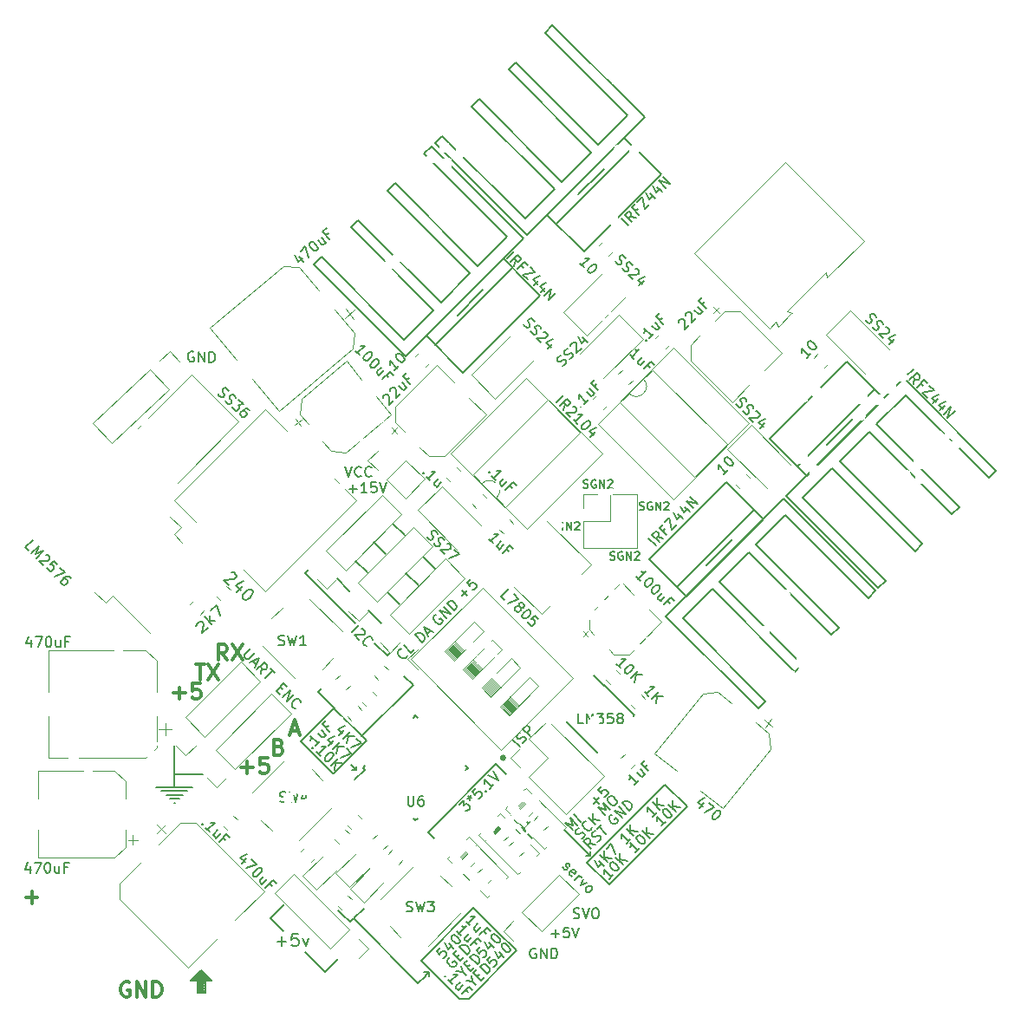
<source format=gbr>
G04 #@! TF.GenerationSoftware,KiCad,Pcbnew,(5.0.1)-3*
G04 #@! TF.CreationDate,2018-11-04T20:31:55+05:30*
G04 #@! TF.ProjectId,MosfetDriverOn210404,4D6F736665744472697665724F6E3231,rev?*
G04 #@! TF.SameCoordinates,Original*
G04 #@! TF.FileFunction,Legend,Top*
G04 #@! TF.FilePolarity,Positive*
%FSLAX46Y46*%
G04 Gerber Fmt 4.6, Leading zero omitted, Abs format (unit mm)*
G04 Created by KiCad (PCBNEW (5.0.1)-3) date 11/4/2018 8:31:55 PM*
%MOMM*%
%LPD*%
G01*
G04 APERTURE LIST*
%ADD10C,0.200000*%
%ADD11C,0.300000*%
%ADD12C,0.120000*%
%ADD13C,0.150000*%
%ADD14C,1.702000*%
%ADD15C,0.100000*%
%ADD16C,2.082000*%
%ADD17C,2.082000*%
%ADD18C,3.658000*%
%ADD19C,1.902000*%
%ADD20C,3.302000*%
%ADD21C,3.002000*%
%ADD22C,1.077000*%
%ADD23C,1.702000*%
%ADD24C,1.802000*%
%ADD25C,1.802000*%
%ADD26O,1.802000X1.802000*%
%ADD27R,1.802000X1.802000*%
%ADD28C,2.102000*%
%ADD29C,0.652000*%
%ADD30R,4.102000X2.602000*%
%ADD31C,2.602000*%
%ADD32C,9.502000*%
%ADD33C,1.202000*%
%ADD34C,0.702000*%
%ADD35C,1.902000*%
%ADD36C,2.002000*%
%ADD37R,4.502000X2.002000*%
%ADD38C,1.602000*%
%ADD39C,1.102000*%
G04 APERTURE END LIST*
D10*
X160830000Y-136760000D02*
X158260000Y-134190000D01*
X145100000Y-148100000D02*
X145100000Y-148540000D01*
X144600000Y-148090000D02*
X145100000Y-148100000D01*
X145100000Y-148090000D02*
X144600000Y-148090000D01*
X144720000Y-148470000D02*
X145100000Y-148090000D01*
X148040000Y-150710000D02*
X144310000Y-146980000D01*
X148930000Y-150710000D02*
X148040000Y-150710000D01*
X153610000Y-146030000D02*
X148930000Y-150710000D01*
D11*
X115807142Y-149130000D02*
X115664285Y-149058571D01*
X115450000Y-149058571D01*
X115235714Y-149130000D01*
X115092857Y-149272857D01*
X115021428Y-149415714D01*
X114950000Y-149701428D01*
X114950000Y-149915714D01*
X115021428Y-150201428D01*
X115092857Y-150344285D01*
X115235714Y-150487142D01*
X115450000Y-150558571D01*
X115592857Y-150558571D01*
X115807142Y-150487142D01*
X115878571Y-150415714D01*
X115878571Y-149915714D01*
X115592857Y-149915714D01*
X116521428Y-150558571D02*
X116521428Y-149058571D01*
X117378571Y-150558571D01*
X117378571Y-149058571D01*
X118092857Y-150558571D02*
X118092857Y-149058571D01*
X118450000Y-149058571D01*
X118664285Y-149130000D01*
X118807142Y-149272857D01*
X118878571Y-149415714D01*
X118950000Y-149701428D01*
X118950000Y-149915714D01*
X118878571Y-150201428D01*
X118807142Y-150344285D01*
X118664285Y-150487142D01*
X118450000Y-150558571D01*
X118092857Y-150558571D01*
D10*
X140960000Y-117230000D02*
X139740000Y-116010000D01*
X141270000Y-116920000D02*
X140960000Y-117230000D01*
X132920000Y-109180000D02*
X137840000Y-114100000D01*
X133270000Y-108830000D02*
X132920000Y-109180000D01*
X137519847Y-114939610D02*
X138226954Y-114232503D01*
X138462656Y-114602893D02*
X138530000Y-114602893D01*
X138631015Y-114636564D01*
X138799374Y-114804923D01*
X138833045Y-114905938D01*
X138833045Y-114973282D01*
X138799374Y-115074297D01*
X138732030Y-115141641D01*
X138597343Y-115208984D01*
X137789221Y-115208984D01*
X138226954Y-115646717D01*
X139001404Y-116286480D02*
X138934061Y-116286480D01*
X138799374Y-116219137D01*
X138732030Y-116151793D01*
X138664687Y-116017106D01*
X138664687Y-115882419D01*
X138698358Y-115781404D01*
X138799374Y-115613045D01*
X138900389Y-115512030D01*
X139068748Y-115411015D01*
X139169763Y-115377343D01*
X139304450Y-115377343D01*
X139439137Y-115444687D01*
X139506480Y-115512030D01*
X139573824Y-115646717D01*
X139573824Y-115714061D01*
X139130000Y-112840000D02*
X140380000Y-114090000D01*
X136060000Y-109700000D02*
X137310000Y-110950000D01*
X141000000Y-111000000D02*
X142190000Y-112200000D01*
X137880000Y-107940000D02*
X139060000Y-109120000D01*
X142820000Y-109180000D02*
X144010000Y-110380000D01*
X139630000Y-106140000D02*
X140800000Y-107340000D01*
X144490000Y-107520000D02*
X145670000Y-108710000D01*
X141520000Y-104310000D02*
X142670000Y-105460000D01*
X142921918Y-117166149D02*
X142919567Y-117233452D01*
X142847564Y-117365707D01*
X142777912Y-117430659D01*
X142640956Y-117493261D01*
X142506351Y-117488560D01*
X142406573Y-117451384D01*
X142241842Y-117344554D01*
X142144414Y-117240075D01*
X142049336Y-117068294D01*
X142019210Y-116966165D01*
X142023910Y-116831560D01*
X142095913Y-116699305D01*
X142165566Y-116634353D01*
X142302521Y-116571751D01*
X142369824Y-116574101D01*
X143648571Y-116618756D02*
X143300307Y-116943517D01*
X142618309Y-116212163D01*
X144393540Y-115931754D02*
X143711542Y-115200400D01*
X143885674Y-115038019D01*
X144022629Y-114975417D01*
X144157234Y-114980118D01*
X144257012Y-115017295D01*
X144421743Y-115124124D01*
X144519172Y-115228603D01*
X144614250Y-115400385D01*
X144644376Y-115502513D01*
X144639675Y-115637118D01*
X144567672Y-115769373D01*
X144393540Y-115931754D01*
X144895211Y-115073273D02*
X145243475Y-114748512D01*
X145020415Y-115347184D02*
X144582201Y-114388497D01*
X145507984Y-114892518D01*
X145777698Y-113215194D02*
X145676683Y-113248866D01*
X145575668Y-113349881D01*
X145508324Y-113484568D01*
X145508324Y-113619255D01*
X145541996Y-113720270D01*
X145643011Y-113888629D01*
X145744026Y-113989644D01*
X145912385Y-114090660D01*
X146013400Y-114124331D01*
X146148087Y-114124331D01*
X146282774Y-114056988D01*
X146350118Y-113989644D01*
X146417461Y-113854957D01*
X146417461Y-113787614D01*
X146181759Y-113551912D01*
X146047072Y-113686599D01*
X146787851Y-113551912D02*
X146080744Y-112844805D01*
X147191912Y-113147851D01*
X146484805Y-112440744D01*
X147528629Y-112811133D02*
X146821522Y-112104026D01*
X146989881Y-111935668D01*
X147124568Y-111868324D01*
X147259255Y-111868324D01*
X147360270Y-111901996D01*
X147528629Y-112003011D01*
X147629644Y-112104026D01*
X147730660Y-112272385D01*
X147764331Y-112373400D01*
X147764331Y-112508087D01*
X147696988Y-112642774D01*
X147528629Y-112811133D01*
X148265839Y-111380809D02*
X148823061Y-110861191D01*
X148804259Y-111399611D02*
X148284641Y-110842389D01*
X149097399Y-109758926D02*
X148749135Y-110083687D01*
X149039070Y-110464427D01*
X149041420Y-110397125D01*
X149078597Y-110297346D01*
X149252729Y-110134966D01*
X149354857Y-110104840D01*
X149422160Y-110107190D01*
X149521939Y-110144367D01*
X149684319Y-110318498D01*
X149714445Y-110420627D01*
X149712095Y-110487930D01*
X149674918Y-110587708D01*
X149500786Y-110750089D01*
X149398657Y-110780215D01*
X149331355Y-110777864D01*
X158140000Y-104951904D02*
X158140000Y-104151904D01*
X158520952Y-104951904D02*
X158520952Y-104151904D01*
X158978095Y-104951904D01*
X158978095Y-104151904D01*
X159320952Y-104228095D02*
X159359047Y-104190000D01*
X159435238Y-104151904D01*
X159625714Y-104151904D01*
X159701904Y-104190000D01*
X159740000Y-104228095D01*
X159778095Y-104304285D01*
X159778095Y-104380476D01*
X159740000Y-104494761D01*
X159282857Y-104951904D01*
X159778095Y-104951904D01*
X162761428Y-107813809D02*
X162875714Y-107851904D01*
X163066190Y-107851904D01*
X163142380Y-107813809D01*
X163180476Y-107775714D01*
X163218571Y-107699523D01*
X163218571Y-107623333D01*
X163180476Y-107547142D01*
X163142380Y-107509047D01*
X163066190Y-107470952D01*
X162913809Y-107432857D01*
X162837619Y-107394761D01*
X162799523Y-107356666D01*
X162761428Y-107280476D01*
X162761428Y-107204285D01*
X162799523Y-107128095D01*
X162837619Y-107090000D01*
X162913809Y-107051904D01*
X163104285Y-107051904D01*
X163218571Y-107090000D01*
X163980476Y-107090000D02*
X163904285Y-107051904D01*
X163790000Y-107051904D01*
X163675714Y-107090000D01*
X163599523Y-107166190D01*
X163561428Y-107242380D01*
X163523333Y-107394761D01*
X163523333Y-107509047D01*
X163561428Y-107661428D01*
X163599523Y-107737619D01*
X163675714Y-107813809D01*
X163790000Y-107851904D01*
X163866190Y-107851904D01*
X163980476Y-107813809D01*
X164018571Y-107775714D01*
X164018571Y-107509047D01*
X163866190Y-107509047D01*
X164361428Y-107851904D02*
X164361428Y-107051904D01*
X164818571Y-107851904D01*
X164818571Y-107051904D01*
X165161428Y-107128095D02*
X165199523Y-107090000D01*
X165275714Y-107051904D01*
X165466190Y-107051904D01*
X165542380Y-107090000D01*
X165580476Y-107128095D01*
X165618571Y-107204285D01*
X165618571Y-107280476D01*
X165580476Y-107394761D01*
X165123333Y-107851904D01*
X165618571Y-107851904D01*
X165631428Y-102953809D02*
X165745714Y-102991904D01*
X165936190Y-102991904D01*
X166012380Y-102953809D01*
X166050476Y-102915714D01*
X166088571Y-102839523D01*
X166088571Y-102763333D01*
X166050476Y-102687142D01*
X166012380Y-102649047D01*
X165936190Y-102610952D01*
X165783809Y-102572857D01*
X165707619Y-102534761D01*
X165669523Y-102496666D01*
X165631428Y-102420476D01*
X165631428Y-102344285D01*
X165669523Y-102268095D01*
X165707619Y-102230000D01*
X165783809Y-102191904D01*
X165974285Y-102191904D01*
X166088571Y-102230000D01*
X166850476Y-102230000D02*
X166774285Y-102191904D01*
X166660000Y-102191904D01*
X166545714Y-102230000D01*
X166469523Y-102306190D01*
X166431428Y-102382380D01*
X166393333Y-102534761D01*
X166393333Y-102649047D01*
X166431428Y-102801428D01*
X166469523Y-102877619D01*
X166545714Y-102953809D01*
X166660000Y-102991904D01*
X166736190Y-102991904D01*
X166850476Y-102953809D01*
X166888571Y-102915714D01*
X166888571Y-102649047D01*
X166736190Y-102649047D01*
X167231428Y-102991904D02*
X167231428Y-102191904D01*
X167688571Y-102991904D01*
X167688571Y-102191904D01*
X168031428Y-102268095D02*
X168069523Y-102230000D01*
X168145714Y-102191904D01*
X168336190Y-102191904D01*
X168412380Y-102230000D01*
X168450476Y-102268095D01*
X168488571Y-102344285D01*
X168488571Y-102420476D01*
X168450476Y-102534761D01*
X167993333Y-102991904D01*
X168488571Y-102991904D01*
X160141428Y-100813809D02*
X160255714Y-100851904D01*
X160446190Y-100851904D01*
X160522380Y-100813809D01*
X160560476Y-100775714D01*
X160598571Y-100699523D01*
X160598571Y-100623333D01*
X160560476Y-100547142D01*
X160522380Y-100509047D01*
X160446190Y-100470952D01*
X160293809Y-100432857D01*
X160217619Y-100394761D01*
X160179523Y-100356666D01*
X160141428Y-100280476D01*
X160141428Y-100204285D01*
X160179523Y-100128095D01*
X160217619Y-100090000D01*
X160293809Y-100051904D01*
X160484285Y-100051904D01*
X160598571Y-100090000D01*
X161360476Y-100090000D02*
X161284285Y-100051904D01*
X161170000Y-100051904D01*
X161055714Y-100090000D01*
X160979523Y-100166190D01*
X160941428Y-100242380D01*
X160903333Y-100394761D01*
X160903333Y-100509047D01*
X160941428Y-100661428D01*
X160979523Y-100737619D01*
X161055714Y-100813809D01*
X161170000Y-100851904D01*
X161246190Y-100851904D01*
X161360476Y-100813809D01*
X161398571Y-100775714D01*
X161398571Y-100509047D01*
X161246190Y-100509047D01*
X161741428Y-100851904D02*
X161741428Y-100051904D01*
X162198571Y-100851904D01*
X162198571Y-100051904D01*
X162541428Y-100128095D02*
X162579523Y-100090000D01*
X162655714Y-100051904D01*
X162846190Y-100051904D01*
X162922380Y-100090000D01*
X162960476Y-100128095D01*
X162998571Y-100204285D01*
X162998571Y-100280476D01*
X162960476Y-100394761D01*
X162503333Y-100851904D01*
X162998571Y-100851904D01*
X160830000Y-136770000D02*
X160830000Y-136370000D01*
X160390000Y-136760000D02*
X160830000Y-136770000D01*
X160820000Y-136760000D02*
X160390000Y-136760000D01*
X136500000Y-142400000D02*
X136180000Y-142110000D01*
X137400000Y-143200000D02*
X136500000Y-142400000D01*
X137700000Y-142900000D02*
X137400000Y-143200000D01*
X137700000Y-142900000D02*
X138700000Y-141900000D01*
X144000000Y-149200000D02*
X144700000Y-148500000D01*
X137700000Y-142900000D02*
X144000000Y-149200000D01*
X134500000Y-120500000D02*
X134600000Y-120400000D01*
X134200000Y-120800000D02*
X134500000Y-120500000D01*
X135800000Y-122400000D02*
X134200000Y-120800000D01*
X143500000Y-120100000D02*
X142600000Y-119200000D01*
X138500000Y-125100000D02*
X143500000Y-120100000D01*
X137238095Y-100911428D02*
X138000000Y-100911428D01*
X137619047Y-101292380D02*
X137619047Y-100530476D01*
X139000000Y-101292380D02*
X138428571Y-101292380D01*
X138714285Y-101292380D02*
X138714285Y-100292380D01*
X138619047Y-100435238D01*
X138523809Y-100530476D01*
X138428571Y-100578095D01*
X139904761Y-100292380D02*
X139428571Y-100292380D01*
X139380952Y-100768571D01*
X139428571Y-100720952D01*
X139523809Y-100673333D01*
X139761904Y-100673333D01*
X139857142Y-100720952D01*
X139904761Y-100768571D01*
X139952380Y-100863809D01*
X139952380Y-101101904D01*
X139904761Y-101197142D01*
X139857142Y-101244761D01*
X139761904Y-101292380D01*
X139523809Y-101292380D01*
X139428571Y-101244761D01*
X139380952Y-101197142D01*
X140238095Y-100292380D02*
X140571428Y-101292380D01*
X140904761Y-100292380D01*
X136866666Y-98752380D02*
X137200000Y-99752380D01*
X137533333Y-98752380D01*
X138438095Y-99657142D02*
X138390476Y-99704761D01*
X138247619Y-99752380D01*
X138152380Y-99752380D01*
X138009523Y-99704761D01*
X137914285Y-99609523D01*
X137866666Y-99514285D01*
X137819047Y-99323809D01*
X137819047Y-99180952D01*
X137866666Y-98990476D01*
X137914285Y-98895238D01*
X138009523Y-98800000D01*
X138152380Y-98752380D01*
X138247619Y-98752380D01*
X138390476Y-98800000D01*
X138438095Y-98847619D01*
X139438095Y-99657142D02*
X139390476Y-99704761D01*
X139247619Y-99752380D01*
X139152380Y-99752380D01*
X139009523Y-99704761D01*
X138914285Y-99609523D01*
X138866666Y-99514285D01*
X138819047Y-99323809D01*
X138819047Y-99180952D01*
X138866666Y-98990476D01*
X138914285Y-98895238D01*
X139009523Y-98800000D01*
X139152380Y-98752380D01*
X139247619Y-98752380D01*
X139390476Y-98800000D01*
X139438095Y-98847619D01*
X152523607Y-127200000D02*
G75*
G03X152523607Y-127200000I-223607J0D01*
G01*
X152400000Y-127200000D02*
G75*
G03X152400000Y-127200000I-100000J0D01*
G01*
X159095820Y-134253942D02*
X158388713Y-133546835D01*
X159129492Y-133816209D01*
X158860118Y-133075431D01*
X159567225Y-133782538D01*
X159903942Y-133445820D02*
X159196835Y-132738713D01*
X159938029Y-135106036D02*
X160071520Y-135036352D01*
X160236915Y-134865081D01*
X160268818Y-134763493D01*
X160267643Y-134696160D01*
X160232213Y-134595748D01*
X160163705Y-134529590D01*
X160062117Y-134497686D01*
X159994784Y-134498862D01*
X159894372Y-134534291D01*
X159727802Y-134638229D01*
X159627390Y-134673659D01*
X159560056Y-134674834D01*
X159458469Y-134642931D01*
X159389960Y-134576773D01*
X159354531Y-134476360D01*
X159353355Y-134409027D01*
X159385259Y-134307440D01*
X159550654Y-134136168D01*
X159684145Y-134066484D01*
X160995380Y-133942566D02*
X160996556Y-134009899D01*
X160931573Y-134145741D01*
X160865415Y-134214250D01*
X160731924Y-134283934D01*
X160597257Y-134286284D01*
X160495670Y-134254381D01*
X160325574Y-134156319D01*
X160222811Y-134057082D01*
X160118873Y-133890512D01*
X160083443Y-133790100D01*
X160081093Y-133655433D01*
X160146075Y-133519591D01*
X160212233Y-133451083D01*
X160345724Y-133381399D01*
X160413058Y-133380224D01*
X161361600Y-133700436D02*
X160642260Y-133005777D01*
X161758547Y-133289384D02*
X161049785Y-133200725D01*
X161039208Y-132594726D02*
X161053311Y-133402725D01*
X161280326Y-135685823D02*
X160709756Y-135574833D01*
X160869274Y-136082771D02*
X160174616Y-135363431D01*
X160448650Y-135098799D01*
X160550238Y-135066896D01*
X160617571Y-135068071D01*
X160717983Y-135103501D01*
X160817220Y-135206263D01*
X160849124Y-135307851D01*
X160847948Y-135375184D01*
X160812519Y-135475596D01*
X160538485Y-135740228D01*
X161521281Y-135386937D02*
X161657123Y-135321955D01*
X161828394Y-135156560D01*
X161863824Y-135056148D01*
X161864999Y-134988814D01*
X161833095Y-134887227D01*
X161766937Y-134818718D01*
X161666525Y-134783289D01*
X161599192Y-134782113D01*
X161497604Y-134814017D01*
X161327508Y-134912079D01*
X161225921Y-134943982D01*
X161158587Y-134942807D01*
X161058175Y-134907377D01*
X160992017Y-134838869D01*
X160960114Y-134737281D01*
X160961289Y-134669948D01*
X160996718Y-134569536D01*
X161167990Y-134404141D01*
X161303832Y-134339158D01*
X161476278Y-134106430D02*
X161887330Y-133709483D01*
X162376462Y-134627296D02*
X161681804Y-133907956D01*
X161155959Y-131656195D02*
X161685223Y-131108127D01*
X161694625Y-131646792D02*
X161146557Y-131117529D01*
X161901497Y-129993014D02*
X161570707Y-130335557D01*
X161880171Y-130700601D01*
X161878996Y-130633268D01*
X161910899Y-130531680D01*
X162076294Y-130360409D01*
X162176706Y-130324979D01*
X162244040Y-130323804D01*
X162345627Y-130355708D01*
X162516898Y-130521103D01*
X162552328Y-130621515D01*
X162553503Y-130688848D01*
X162521600Y-130790436D01*
X162356205Y-130961707D01*
X162255793Y-130997137D01*
X162188459Y-130998312D01*
X162267673Y-132750837D02*
X161573014Y-132031497D01*
X162308979Y-132313758D01*
X162052574Y-131568391D01*
X162747233Y-132287731D01*
X162532134Y-131105286D02*
X162669151Y-130972970D01*
X162770739Y-130941066D01*
X162905405Y-130943417D01*
X163071975Y-131047355D01*
X163303528Y-131287135D01*
X163401590Y-131457231D01*
X163399239Y-131591897D01*
X163363810Y-131692310D01*
X163226792Y-131824625D01*
X163125205Y-131856529D01*
X162990538Y-131854178D01*
X162823968Y-131750240D01*
X162592416Y-131510460D01*
X162494354Y-131340364D01*
X162496705Y-131205698D01*
X162532134Y-131105286D01*
X162907698Y-132745194D02*
X162806683Y-132778866D01*
X162705668Y-132879881D01*
X162638324Y-133014568D01*
X162638324Y-133149255D01*
X162671996Y-133250270D01*
X162773011Y-133418629D01*
X162874026Y-133519644D01*
X163042385Y-133620660D01*
X163143400Y-133654331D01*
X163278087Y-133654331D01*
X163412774Y-133586988D01*
X163480118Y-133519644D01*
X163547461Y-133384957D01*
X163547461Y-133317614D01*
X163311759Y-133081912D01*
X163177072Y-133216599D01*
X163917851Y-133081912D02*
X163210744Y-132374805D01*
X164321912Y-132677851D01*
X163614805Y-131970744D01*
X164658629Y-132341133D02*
X163951522Y-131634026D01*
X164119881Y-131465668D01*
X164254568Y-131398324D01*
X164389255Y-131398324D01*
X164490270Y-131431996D01*
X164658629Y-131533011D01*
X164759644Y-131634026D01*
X164860660Y-131802385D01*
X164894331Y-131903400D01*
X164894331Y-132038087D01*
X164826988Y-132172774D01*
X164658629Y-132341133D01*
X151600000Y-127800000D02*
X152600000Y-128800000D01*
X144970000Y-134460000D02*
X151600000Y-127800000D01*
X145600000Y-135090000D02*
X144970000Y-134460000D01*
X168120000Y-129810000D02*
X160500000Y-137430000D01*
X170280000Y-131980000D02*
X168120000Y-129810000D01*
X162660000Y-139600000D02*
X170280000Y-131980000D01*
X160500000Y-137430000D02*
X162660000Y-139600000D01*
X159181904Y-142834761D02*
X159324761Y-142882380D01*
X159562857Y-142882380D01*
X159658095Y-142834761D01*
X159705714Y-142787142D01*
X159753333Y-142691904D01*
X159753333Y-142596666D01*
X159705714Y-142501428D01*
X159658095Y-142453809D01*
X159562857Y-142406190D01*
X159372380Y-142358571D01*
X159277142Y-142310952D01*
X159229523Y-142263333D01*
X159181904Y-142168095D01*
X159181904Y-142072857D01*
X159229523Y-141977619D01*
X159277142Y-141930000D01*
X159372380Y-141882380D01*
X159610476Y-141882380D01*
X159753333Y-141930000D01*
X160039047Y-141882380D02*
X160372380Y-142882380D01*
X160705714Y-141882380D01*
X161229523Y-141882380D02*
X161420000Y-141882380D01*
X161515238Y-141930000D01*
X161610476Y-142025238D01*
X161658095Y-142215714D01*
X161658095Y-142549047D01*
X161610476Y-142739523D01*
X161515238Y-142834761D01*
X161420000Y-142882380D01*
X161229523Y-142882380D01*
X161134285Y-142834761D01*
X161039047Y-142739523D01*
X160991428Y-142549047D01*
X160991428Y-142215714D01*
X161039047Y-142025238D01*
X161134285Y-141930000D01*
X161229523Y-141882380D01*
X157024285Y-144371428D02*
X157786190Y-144371428D01*
X157405238Y-144752380D02*
X157405238Y-143990476D01*
X158738571Y-143752380D02*
X158262380Y-143752380D01*
X158214761Y-144228571D01*
X158262380Y-144180952D01*
X158357619Y-144133333D01*
X158595714Y-144133333D01*
X158690952Y-144180952D01*
X158738571Y-144228571D01*
X158786190Y-144323809D01*
X158786190Y-144561904D01*
X158738571Y-144657142D01*
X158690952Y-144704761D01*
X158595714Y-144752380D01*
X158357619Y-144752380D01*
X158262380Y-144704761D01*
X158214761Y-144657142D01*
X159071904Y-143752380D02*
X159405238Y-144752380D01*
X159738571Y-143752380D01*
X155498095Y-145840000D02*
X155402857Y-145792380D01*
X155260000Y-145792380D01*
X155117142Y-145840000D01*
X155021904Y-145935238D01*
X154974285Y-146030476D01*
X154926666Y-146220952D01*
X154926666Y-146363809D01*
X154974285Y-146554285D01*
X155021904Y-146649523D01*
X155117142Y-146744761D01*
X155260000Y-146792380D01*
X155355238Y-146792380D01*
X155498095Y-146744761D01*
X155545714Y-146697142D01*
X155545714Y-146363809D01*
X155355238Y-146363809D01*
X155974285Y-146792380D02*
X155974285Y-145792380D01*
X156545714Y-146792380D01*
X156545714Y-145792380D01*
X157021904Y-146792380D02*
X157021904Y-145792380D01*
X157260000Y-145792380D01*
X157402857Y-145840000D01*
X157498095Y-145935238D01*
X157545714Y-146030476D01*
X157593333Y-146220952D01*
X157593333Y-146363809D01*
X157545714Y-146554285D01*
X157498095Y-146649523D01*
X157402857Y-146744761D01*
X157260000Y-146792380D01*
X157021904Y-146792380D01*
X149420000Y-141840000D02*
X151700000Y-144120000D01*
X144310000Y-146980000D02*
X149420000Y-141840000D01*
X151710000Y-144130000D02*
X153610000Y-146030000D01*
X135640000Y-122490000D02*
X135780000Y-122350000D01*
X135780000Y-122350000D02*
X138930000Y-125540000D01*
X132540000Y-125600000D02*
X135650000Y-122480000D01*
X135710000Y-128760000D02*
X132540000Y-125600000D01*
X135740000Y-128730000D02*
X135710000Y-128760000D01*
X135780000Y-128690000D02*
X135740000Y-128730000D01*
X138930000Y-125540000D02*
X135780000Y-128690000D01*
D11*
X122301142Y-118050571D02*
X123158285Y-118050571D01*
X122729714Y-119550571D02*
X122729714Y-118050571D01*
X123515428Y-118050571D02*
X124515428Y-119550571D01*
X124515428Y-118050571D02*
X123515428Y-119550571D01*
X125353000Y-117645571D02*
X124853000Y-116931285D01*
X124495857Y-117645571D02*
X124495857Y-116145571D01*
X125067285Y-116145571D01*
X125210142Y-116217000D01*
X125281571Y-116288428D01*
X125353000Y-116431285D01*
X125353000Y-116645571D01*
X125281571Y-116788428D01*
X125210142Y-116859857D01*
X125067285Y-116931285D01*
X124495857Y-116931285D01*
X125853000Y-116145571D02*
X126853000Y-117645571D01*
X126853000Y-116145571D02*
X125853000Y-117645571D01*
D10*
X137922000Y-128397000D02*
X137922000Y-128016000D01*
X137541000Y-128397000D02*
X137922000Y-128397000D01*
X137922000Y-128397000D02*
X137541000Y-128397000D01*
X137414000Y-127889000D02*
X137922000Y-128397000D01*
X134874000Y-148082000D02*
X132969000Y-146177000D01*
X136144000Y-146812000D02*
X134874000Y-148082000D01*
X129540000Y-142875000D02*
X130810000Y-144145000D01*
X130937000Y-141478000D02*
X129540000Y-142875000D01*
X130213285Y-145119714D02*
X131127571Y-145119714D01*
X130670428Y-145576857D02*
X130670428Y-144662571D01*
X132270428Y-144376857D02*
X131699000Y-144376857D01*
X131641857Y-144948285D01*
X131699000Y-144891142D01*
X131813285Y-144834000D01*
X132099000Y-144834000D01*
X132213285Y-144891142D01*
X132270428Y-144948285D01*
X132327571Y-145062571D01*
X132327571Y-145348285D01*
X132270428Y-145462571D01*
X132213285Y-145519714D01*
X132099000Y-145576857D01*
X131813285Y-145576857D01*
X131699000Y-145519714D01*
X131641857Y-145462571D01*
X132727571Y-144776857D02*
X133013285Y-145576857D01*
X133299000Y-144776857D01*
X125800366Y-109067437D02*
X125881166Y-109066027D01*
X126003071Y-109104311D01*
X126208597Y-109302785D01*
X126251112Y-109423279D01*
X126252523Y-109504079D01*
X126214238Y-109625984D01*
X126134849Y-109708195D01*
X125974659Y-109791815D01*
X125005061Y-109808740D01*
X125539427Y-110324772D01*
X126835046Y-110463805D02*
X126279320Y-111039277D01*
X126947079Y-109936491D02*
X126146132Y-110354594D01*
X126680499Y-110870626D01*
X127729487Y-110771491D02*
X127811697Y-110850881D01*
X127854213Y-110971375D01*
X127855623Y-111052175D01*
X127817339Y-111174080D01*
X127699665Y-111378195D01*
X127501191Y-111583721D01*
X127301307Y-111708447D01*
X127180812Y-111750962D01*
X127100012Y-111752373D01*
X126978107Y-111714088D01*
X126895897Y-111634699D01*
X126853381Y-111514204D01*
X126851971Y-111433404D01*
X126890255Y-111311499D01*
X127007929Y-111107384D01*
X127206403Y-110901858D01*
X127406287Y-110777132D01*
X127526782Y-110734617D01*
X127607582Y-110733207D01*
X127729487Y-110771491D01*
X122328674Y-114327106D02*
X122336700Y-114253157D01*
X122385831Y-114139513D01*
X122591357Y-113941039D01*
X122706646Y-113895904D01*
X122780830Y-113890463D01*
X122888093Y-113919277D01*
X122954251Y-113987786D01*
X123012383Y-114130243D01*
X122916069Y-115017632D01*
X123450436Y-114501600D01*
X123820382Y-114144347D02*
X123125723Y-113425007D01*
X123637960Y-113790923D02*
X124149223Y-113826789D01*
X123686117Y-113347229D02*
X123621908Y-113938821D01*
X123742300Y-112829586D02*
X124317772Y-112273859D01*
X124642484Y-113350452D01*
D11*
X120126285Y-120884142D02*
X121269142Y-120884142D01*
X120697714Y-121455571D02*
X120697714Y-120312714D01*
X122697714Y-119955571D02*
X121983428Y-119955571D01*
X121912000Y-120669857D01*
X121983428Y-120598428D01*
X122126285Y-120527000D01*
X122483428Y-120527000D01*
X122626285Y-120598428D01*
X122697714Y-120669857D01*
X122769142Y-120812714D01*
X122769142Y-121169857D01*
X122697714Y-121312714D01*
X122626285Y-121384142D01*
X122483428Y-121455571D01*
X122126285Y-121455571D01*
X121983428Y-121384142D01*
X121912000Y-121312714D01*
D10*
X122428000Y-128778000D02*
X122936000Y-128778000D01*
X120142000Y-126492000D02*
X120142000Y-125984000D01*
X122428000Y-128778000D02*
X120142000Y-128778000D01*
X120142000Y-131572000D02*
X120269000Y-131572000D01*
X119761000Y-131191000D02*
X120650000Y-131191000D01*
X119380000Y-130810000D02*
X121031000Y-130810000D01*
X118872000Y-130429000D02*
X121412000Y-130429000D01*
X118364000Y-130048000D02*
X121920000Y-130048000D01*
X120142000Y-130048000D02*
X118364000Y-130048000D01*
X120142000Y-128524000D02*
X120142000Y-130048000D01*
X120142000Y-126492000D02*
X120142000Y-128524000D01*
X120142000Y-128397000D02*
X120142000Y-126492000D01*
D11*
X126730285Y-128123142D02*
X127873142Y-128123142D01*
X127301714Y-128694571D02*
X127301714Y-127551714D01*
X129301714Y-127194571D02*
X128587428Y-127194571D01*
X128516000Y-127908857D01*
X128587428Y-127837428D01*
X128730285Y-127766000D01*
X129087428Y-127766000D01*
X129230285Y-127837428D01*
X129301714Y-127908857D01*
X129373142Y-128051714D01*
X129373142Y-128408857D01*
X129301714Y-128551714D01*
X129230285Y-128623142D01*
X129087428Y-128694571D01*
X128730285Y-128694571D01*
X128587428Y-128623142D01*
X128516000Y-128551714D01*
D10*
X122301000Y-148590000D02*
X123317000Y-148590000D01*
X123571000Y-148717000D02*
X122301000Y-148590000D01*
X122047000Y-148717000D02*
X123571000Y-148717000D01*
X123571000Y-148844000D02*
X122047000Y-148717000D01*
X122047000Y-148844000D02*
X123571000Y-148844000D01*
X123825000Y-148971000D02*
X122047000Y-148844000D01*
X121793000Y-148971000D02*
X123825000Y-148971000D01*
D11*
X130409142Y-126130857D02*
X130623428Y-126202285D01*
X130694857Y-126273714D01*
X130766285Y-126416571D01*
X130766285Y-126630857D01*
X130694857Y-126773714D01*
X130623428Y-126845142D01*
X130480571Y-126916571D01*
X129909142Y-126916571D01*
X129909142Y-125416571D01*
X130409142Y-125416571D01*
X130552000Y-125488000D01*
X130623428Y-125559428D01*
X130694857Y-125702285D01*
X130694857Y-125845142D01*
X130623428Y-125988000D01*
X130552000Y-126059428D01*
X130409142Y-126130857D01*
X129909142Y-126130857D01*
X131595857Y-124583000D02*
X132310142Y-124583000D01*
X131453000Y-125011571D02*
X131953000Y-123511571D01*
X132453000Y-125011571D01*
D10*
X122555000Y-149987000D02*
X123063000Y-149987000D01*
X123063000Y-149860000D02*
X122555000Y-149987000D01*
X122428000Y-149860000D02*
X123063000Y-149860000D01*
X123063000Y-149733000D02*
X122428000Y-149860000D01*
X122428000Y-149733000D02*
X123063000Y-149733000D01*
X123063000Y-149606000D02*
X122428000Y-149733000D01*
X122555000Y-149606000D02*
X123063000Y-149606000D01*
X123063000Y-149479000D02*
X122555000Y-149606000D01*
X122555000Y-149479000D02*
X123063000Y-149479000D01*
X123063000Y-149352000D02*
X122555000Y-149479000D01*
X122555000Y-149225000D02*
X123063000Y-149352000D01*
X122428000Y-149479000D02*
X122555000Y-149225000D01*
X123063000Y-149225000D02*
X122428000Y-149479000D01*
X122428000Y-149352000D02*
X123063000Y-149225000D01*
X122428000Y-149098000D02*
X123190000Y-149098000D01*
X122428000Y-148971000D02*
X123063000Y-148971000D01*
X122555000Y-148717000D02*
X123063000Y-148717000D01*
X122555000Y-148844000D02*
X123063000Y-148844000D01*
X122555000Y-148463000D02*
X123190000Y-148463000D01*
X122428000Y-148590000D02*
X123190000Y-148590000D01*
X122428000Y-148336000D02*
X123063000Y-148336000D01*
X122682000Y-148082000D02*
X122936000Y-148082000D01*
X122936000Y-148209000D02*
X122682000Y-148082000D01*
X122555000Y-148209000D02*
X122936000Y-148209000D01*
X123190000Y-150114000D02*
X122428000Y-150114000D01*
X123190000Y-148336000D02*
X123190000Y-150114000D01*
X123825000Y-148971000D02*
X123190000Y-148336000D01*
X122809000Y-147955000D02*
X123825000Y-148971000D01*
X121793000Y-148971000D02*
X122809000Y-147955000D01*
X122428000Y-148336000D02*
X121793000Y-148971000D01*
X122428000Y-150114000D02*
X122428000Y-148336000D01*
D11*
X106252857Y-140278571D02*
X106252857Y-141421428D01*
X105681428Y-140850000D02*
X106824285Y-140850000D01*
D12*
G04 #@! TO.C,22uF*
X141383699Y-94968695D02*
X141940545Y-95525542D01*
X141383699Y-95525542D02*
X141940545Y-94968695D01*
X145075194Y-97763933D02*
X146580536Y-97763933D01*
X141758067Y-94446806D02*
X141758067Y-92941464D01*
X141758067Y-94446806D02*
X142667098Y-95355836D01*
X145075194Y-97763933D02*
X144166164Y-96854902D01*
X146580536Y-97763933D02*
X150650333Y-93694135D01*
X141758067Y-92941464D02*
X145827865Y-88871667D01*
X145827865Y-88871667D02*
X147489566Y-90533368D01*
X150650333Y-93694135D02*
X148988632Y-92032434D01*
X173406252Y-83206646D02*
X172849405Y-83763492D01*
X172849405Y-83206646D02*
X173406252Y-83763492D01*
X170611014Y-86898141D02*
X170611014Y-88403483D01*
X173928141Y-83581014D02*
X175433483Y-83581014D01*
X173928141Y-83581014D02*
X173019111Y-84490045D01*
X170611014Y-86898141D02*
X171520045Y-85989111D01*
X170611014Y-88403483D02*
X174680812Y-92473280D01*
X175433483Y-83581014D02*
X179503280Y-87650812D01*
X179503280Y-87650812D02*
X177841579Y-89312513D01*
X174680812Y-92473280D02*
X176342513Y-90811579D01*
D13*
G04 #@! TO.C,Q4*
X161616525Y-67353900D02*
X164490207Y-64480218D01*
X158024423Y-70946003D02*
X160898105Y-68072321D01*
X154432320Y-74538104D02*
X157306002Y-71664422D01*
X152815874Y-59990089D02*
X160898105Y-68072321D01*
X153534295Y-59271670D02*
X152815874Y-59990089D01*
X161616525Y-67353900D02*
X153534295Y-59271670D01*
X149942192Y-62863771D02*
X158024423Y-70946003D01*
X149223772Y-63582193D02*
X149942192Y-62863771D01*
X157306002Y-71664422D02*
X149223772Y-63582193D01*
X156407977Y-56397988D02*
X164490207Y-64480218D01*
X157126397Y-55679567D02*
X156407977Y-56397988D01*
X166106653Y-64659824D02*
X157126397Y-55679567D01*
X146350090Y-66455875D02*
X154432320Y-74538104D01*
X145631669Y-67174294D02*
X146350090Y-66455875D01*
X145631669Y-67174294D02*
X154611927Y-76154551D01*
X166106653Y-64659824D02*
X154611927Y-76154551D01*
X162155341Y-69688767D02*
X159640869Y-72203239D01*
X160898105Y-70946003D02*
X162155341Y-69688767D01*
X165029024Y-67533506D02*
X157485609Y-75076921D01*
X167723100Y-70227581D02*
X166286260Y-68790740D01*
X160179684Y-77770998D02*
X167723100Y-70227581D01*
X156587582Y-74178895D02*
X160179684Y-77770998D01*
X164130997Y-66635480D02*
X156587582Y-74178895D01*
X166286260Y-68790740D02*
X164130997Y-66635480D01*
G04 #@! TO.C,Q3*
X154475260Y-80601740D02*
X152319997Y-78446480D01*
X152319997Y-78446480D02*
X144776582Y-85989895D01*
X144776582Y-85989895D02*
X148368684Y-89581998D01*
X148368684Y-89581998D02*
X155912100Y-82038581D01*
X155912100Y-82038581D02*
X154475260Y-80601740D01*
X153218024Y-79344506D02*
X145674609Y-86887921D01*
X149087105Y-82757003D02*
X150344341Y-81499767D01*
X150344341Y-81499767D02*
X147829869Y-84014239D01*
X154295653Y-76470824D02*
X142800927Y-87965551D01*
X133820669Y-78985294D02*
X142800927Y-87965551D01*
X133820669Y-78985294D02*
X134539090Y-78266875D01*
X134539090Y-78266875D02*
X142621320Y-86349104D01*
X154295653Y-76470824D02*
X145315397Y-67490567D01*
X145315397Y-67490567D02*
X144596977Y-68208988D01*
X144596977Y-68208988D02*
X152679207Y-76291218D01*
X145495002Y-83475422D02*
X137412772Y-75393193D01*
X137412772Y-75393193D02*
X138131192Y-74674771D01*
X138131192Y-74674771D02*
X146213423Y-82757003D01*
X149805525Y-79164900D02*
X141723295Y-71082670D01*
X141723295Y-71082670D02*
X141004874Y-71801089D01*
X141004874Y-71801089D02*
X149087105Y-79883321D01*
X142621320Y-86349104D02*
X145495002Y-83475422D01*
X146213423Y-82757003D02*
X149087105Y-79883321D01*
X149805525Y-79164900D02*
X152679207Y-76291218D01*
G04 #@! TO.C,IRFZ44N*
X168041240Y-109263260D02*
X170196503Y-111418520D01*
X170196503Y-111418520D02*
X177739918Y-103875105D01*
X177739918Y-103875105D02*
X174147816Y-100283002D01*
X174147816Y-100283002D02*
X166604400Y-107826419D01*
X166604400Y-107826419D02*
X168041240Y-109263260D01*
X169298476Y-110520494D02*
X176841891Y-102977079D01*
X173429395Y-107107997D02*
X172172159Y-108365233D01*
X172172159Y-108365233D02*
X174686631Y-105850761D01*
X168220847Y-113394176D02*
X179715573Y-101899449D01*
X188695831Y-110879706D02*
X179715573Y-101899449D01*
X188695831Y-110879706D02*
X187977410Y-111598125D01*
X187977410Y-111598125D02*
X179895180Y-103515896D01*
X168220847Y-113394176D02*
X177201103Y-122374433D01*
X177201103Y-122374433D02*
X177919523Y-121656012D01*
X177919523Y-121656012D02*
X169837293Y-113573782D01*
X177021498Y-106389578D02*
X185103728Y-114471807D01*
X185103728Y-114471807D02*
X184385308Y-115190229D01*
X184385308Y-115190229D02*
X176303077Y-107107997D01*
X172710975Y-110700100D02*
X180793205Y-118782330D01*
X180793205Y-118782330D02*
X181511626Y-118063911D01*
X181511626Y-118063911D02*
X173429395Y-109981679D01*
X179895180Y-103515896D02*
X177021498Y-106389578D01*
X176303077Y-107107997D02*
X173429395Y-109981679D01*
X172710975Y-110700100D02*
X169837293Y-113573782D01*
G04 #@! TO.C,Q2*
X184458475Y-98952600D02*
X181584793Y-101826282D01*
X188050577Y-95360497D02*
X185176895Y-98234179D01*
X191642680Y-91768396D02*
X188768998Y-94642078D01*
X193259126Y-106316411D02*
X185176895Y-98234179D01*
X192540705Y-107034830D02*
X193259126Y-106316411D01*
X184458475Y-98952600D02*
X192540705Y-107034830D01*
X196132808Y-103442729D02*
X188050577Y-95360497D01*
X196851228Y-102724307D02*
X196132808Y-103442729D01*
X188768998Y-94642078D02*
X196851228Y-102724307D01*
X189667023Y-109908512D02*
X181584793Y-101826282D01*
X188948603Y-110626933D02*
X189667023Y-109908512D01*
X179968347Y-101646676D02*
X188948603Y-110626933D01*
X199724910Y-99850625D02*
X191642680Y-91768396D01*
X200443331Y-99132206D02*
X199724910Y-99850625D01*
X200443331Y-99132206D02*
X191463073Y-90151949D01*
X179968347Y-101646676D02*
X191463073Y-90151949D01*
X183919659Y-96617733D02*
X186434131Y-94103261D01*
X185176895Y-95360497D02*
X183919659Y-96617733D01*
X181045976Y-98772994D02*
X188589391Y-91229579D01*
X178351900Y-96078919D02*
X179788740Y-97515760D01*
X185895316Y-88535502D02*
X178351900Y-96078919D01*
X189487418Y-92127605D02*
X185895316Y-88535502D01*
X181944003Y-99671020D02*
X189487418Y-92127605D01*
X179788740Y-97515760D02*
X181944003Y-99671020D01*
D12*
G04 #@! TO.C,SS24*
X176562563Y-94727111D02*
X180380940Y-98545487D01*
X174229111Y-97060563D02*
X178047487Y-100878940D01*
X176562563Y-94727111D02*
X174229111Y-97060563D01*
G04 #@! TO.C,L1*
X129057400Y-93147655D02*
X131178720Y-95268975D01*
X120147855Y-102057200D02*
X129057400Y-93147655D01*
X122269175Y-104178520D02*
X120147855Y-102057200D01*
X129057400Y-110966745D02*
X126936080Y-108845425D01*
X137966945Y-102057200D02*
X129057400Y-110966745D01*
X135845625Y-99935880D02*
X137966945Y-102057200D01*
G04 #@! TO.C,R1*
X124282821Y-111426738D02*
X124648505Y-111792422D01*
X125286913Y-110422646D02*
X125652597Y-110788330D01*
G04 #@! TO.C,R2*
X122044230Y-111838273D02*
X121678546Y-112203957D01*
X123048322Y-112842365D02*
X122682638Y-113208049D01*
G04 #@! TO.C,R3*
X132875883Y-135995025D02*
X132510199Y-136360709D01*
X133879975Y-136999117D02*
X133514291Y-137364801D01*
G04 #@! TO.C,10K*
X150829033Y-139406988D02*
X151194717Y-139041304D01*
X149824941Y-138402896D02*
X150190625Y-138037212D01*
G04 #@! TO.C,10*
X176389388Y-99883796D02*
X176023704Y-99518112D01*
X175385296Y-100887888D02*
X175019612Y-100522204D01*
X183643704Y-89140388D02*
X184009388Y-88774704D01*
X182639612Y-88136296D02*
X183005296Y-87770612D01*
G04 #@! TO.C,1K*
X164783857Y-122041064D02*
X165149541Y-122406748D01*
X165787949Y-121036972D02*
X166153633Y-121402656D01*
G04 #@! TO.C,R13*
X163728964Y-118977987D02*
X163363280Y-118612303D01*
X162724872Y-119982079D02*
X162359188Y-119616395D01*
G04 #@! TO.C,R17*
X139959923Y-134731863D02*
X139594239Y-135097547D01*
X140964015Y-135735955D02*
X140598331Y-136101639D01*
G04 #@! TO.C,U5*
X147197358Y-97445169D02*
X154621979Y-104869790D01*
X154551269Y-90091258D02*
X147197358Y-97445169D01*
X161975890Y-97515880D02*
X154551269Y-90091258D01*
X154621979Y-104869790D02*
X161975890Y-97515880D01*
X149361105Y-99524063D02*
X150244988Y-100407946D01*
X156630163Y-92255005D02*
X149361105Y-99524063D01*
X159812143Y-95436986D02*
X156630163Y-92255005D01*
X152543085Y-102706043D02*
X159812143Y-95436986D01*
X151659202Y-101822160D02*
X152543085Y-102706043D01*
X150244988Y-100407946D02*
G75*
G02X151659202Y-101822160I707107J-707107D01*
G01*
G04 #@! TO.C,CB1*
X168149704Y-87235388D02*
X168515388Y-86869704D01*
X167145612Y-86231296D02*
X167511296Y-85865612D01*
G04 #@! TO.C,CB2*
X153310975Y-104300883D02*
X152945291Y-103935199D01*
X152306883Y-105304975D02*
X151941199Y-104939291D01*
G04 #@! TO.C,CB3*
X162081617Y-93176475D02*
X162447301Y-92810791D01*
X161077525Y-92172383D02*
X161443209Y-91806699D01*
G04 #@! TO.C,CB4*
X163919709Y-89330199D02*
X163554025Y-89695883D01*
X164923801Y-90334291D02*
X164558117Y-90699975D01*
G04 #@! TO.C,CB5*
X149302112Y-102427204D02*
X149667796Y-102792888D01*
X150306204Y-101423112D02*
X150671888Y-101788796D01*
G04 #@! TO.C,CB6*
X146762112Y-99823704D02*
X147127796Y-100189388D01*
X147766204Y-98819612D02*
X148131888Y-99185296D01*
G04 #@! TO.C,J3*
X135070579Y-110716096D02*
X134130127Y-109775644D01*
X136011031Y-109775644D02*
X135070579Y-110716096D01*
X136909057Y-108877618D02*
X135028153Y-106996714D01*
X135028153Y-106996714D02*
X140458733Y-101566134D01*
X136909057Y-108877618D02*
X142339637Y-103447038D01*
X142339637Y-103447038D02*
X140458733Y-101566134D01*
G04 #@! TO.C,J5*
X138166992Y-113812509D02*
X137226540Y-112872057D01*
X139107444Y-112872057D02*
X138166992Y-113812509D01*
X140005470Y-111974031D02*
X138124566Y-110093127D01*
X138124566Y-110093127D02*
X143555146Y-104662547D01*
X140005470Y-111974031D02*
X145436050Y-106543451D01*
X145436050Y-106543451D02*
X143555146Y-104662547D01*
G04 #@! TO.C,J6*
X121310400Y-126975904D02*
X120369948Y-126035452D01*
X122250852Y-126035452D02*
X121310400Y-126975904D01*
X123148878Y-125137426D02*
X121267974Y-123256522D01*
X121267974Y-123256522D02*
X126698554Y-117825942D01*
X123148878Y-125137426D02*
X128579458Y-119706846D01*
X128579458Y-119706846D02*
X126698554Y-117825942D01*
G04 #@! TO.C,J7*
X139117104Y-145796000D02*
X138176652Y-146736452D01*
X138176652Y-144855548D02*
X139117104Y-145796000D01*
X137278626Y-143957522D02*
X135397722Y-145838426D01*
X135397722Y-145838426D02*
X129967142Y-140407846D01*
X137278626Y-143957522D02*
X131848046Y-138526942D01*
X131848046Y-138526942D02*
X129967142Y-140407846D01*
G04 #@! TO.C,J8*
X119743281Y-87507966D02*
X120650338Y-88480666D01*
X118770580Y-88415024D02*
X119743281Y-87507966D01*
X117841761Y-89281161D02*
X119655877Y-91226562D01*
X119655877Y-91226562D02*
X114039080Y-96464310D01*
X117841761Y-89281161D02*
X112224965Y-94518909D01*
X112224965Y-94518909D02*
X114039080Y-96464310D01*
G04 #@! TO.C,J10*
X124294271Y-130113450D02*
X123353819Y-129172998D01*
X125234723Y-129172998D02*
X124294271Y-130113450D01*
X126132749Y-128274972D02*
X124251845Y-126394068D01*
X124251845Y-126394068D02*
X129682425Y-120963488D01*
X126132749Y-128274972D02*
X131563329Y-122844392D01*
X131563329Y-122844392D02*
X129682425Y-120963488D01*
G04 #@! TO.C,J12*
X187565514Y-76718003D02*
X179893406Y-69045894D01*
X183959270Y-80324247D02*
X187565514Y-76718003D01*
X183817848Y-79758562D02*
X183959270Y-80324247D01*
X179999472Y-83576939D02*
X183817848Y-79758562D01*
X180529802Y-83753715D02*
X179999472Y-83576939D01*
X180494447Y-83789071D02*
X180529802Y-83753715D01*
X179150944Y-85132574D02*
X180494447Y-83789071D01*
X178974167Y-84602243D02*
X179150944Y-85132574D01*
X178302415Y-85273995D02*
X178974167Y-84602243D01*
X170983860Y-77955440D02*
X178302415Y-85273995D01*
X179893406Y-69045894D02*
X170983860Y-77955440D01*
G04 #@! TO.C,C12*
X137246234Y-134557410D02*
X136880550Y-134191726D01*
X136242142Y-135561502D02*
X135876458Y-135195818D01*
G04 #@! TO.C,1uF*
X164171196Y-126823112D02*
X163805512Y-127188796D01*
X165175288Y-127827204D02*
X164809604Y-128192888D01*
G04 #@! TO.C,D2*
X134081948Y-140071697D02*
X135980529Y-138173116D01*
X132724303Y-138714052D02*
X134081948Y-140071697D01*
X134622884Y-136815471D02*
X132724303Y-138714052D01*
G04 #@! TO.C,SS24*
X149194897Y-89811651D02*
X153013273Y-85993274D01*
X151528349Y-92145103D02*
X155346726Y-88326727D01*
X149194897Y-89811651D02*
X151528349Y-92145103D01*
G04 #@! TO.C,D8*
X146299686Y-100689729D02*
X150118063Y-104508105D01*
X143966234Y-103023181D02*
X147784610Y-106841558D01*
X146299686Y-100689729D02*
X143966234Y-103023181D01*
G04 #@! TO.C,J1*
X141266955Y-116912474D02*
X140326503Y-115972022D01*
X142207407Y-115972022D02*
X141266955Y-116912474D01*
X143105433Y-115073996D02*
X141224529Y-113193092D01*
X141224529Y-113193092D02*
X146655109Y-107762512D01*
X143105433Y-115073996D02*
X148536013Y-109643416D01*
X148536013Y-109643416D02*
X146655109Y-107762512D01*
G04 #@! TO.C,J11*
X160150500Y-101476500D02*
X161480500Y-101476500D01*
X160150500Y-102806500D02*
X160150500Y-101476500D01*
X162750500Y-101476500D02*
X165350500Y-101476500D01*
X162750500Y-104076500D02*
X162750500Y-101476500D01*
X160150500Y-104076500D02*
X162750500Y-104076500D01*
X165350500Y-101476500D02*
X165350500Y-106676500D01*
X160150500Y-104076500D02*
X160150500Y-106676500D01*
X160150500Y-106676500D02*
X165350500Y-106676500D01*
G04 #@! TO.C,10*
X144051883Y-87671525D02*
X143686199Y-88037209D01*
X145055975Y-88675617D02*
X144690291Y-89041301D01*
G04 #@! TO.C,R18*
X141441665Y-136213605D02*
X141075981Y-136579289D01*
X142445757Y-137217697D02*
X142080073Y-137583381D01*
G04 #@! TO.C,R19*
X137079767Y-123163595D02*
X137445451Y-123529279D01*
X138083859Y-122159503D02*
X138449543Y-122525187D01*
G04 #@! TO.C,SW1*
X134624040Y-118558265D02*
X135684701Y-117497605D01*
X136568584Y-114845955D02*
X133386604Y-111663974D01*
X130734953Y-112547857D02*
X129674293Y-113608518D01*
X128790409Y-116260168D02*
X131972390Y-119442149D01*
G04 #@! TO.C,SW4*
X134674598Y-129368867D02*
X133613938Y-128308206D01*
X130962288Y-127424323D02*
X127780307Y-130606303D01*
X128664190Y-133257954D02*
X129724851Y-134318614D01*
X132376501Y-135202498D02*
X135558482Y-132020517D01*
G04 #@! TO.C,R20*
X138529227Y-121752877D02*
X138894911Y-122118561D01*
X139533319Y-120748785D02*
X139899003Y-121114469D01*
G04 #@! TO.C,10K*
X153249196Y-135382912D02*
X152883512Y-135748596D01*
X154253288Y-136387004D02*
X153887604Y-136752688D01*
G04 #@! TO.C,1K*
X154188996Y-131471312D02*
X153823312Y-131836996D01*
X155193088Y-132475404D02*
X154827404Y-132841088D01*
D13*
G04 #@! TO.C,U6*
X138769100Y-128346743D02*
X137761473Y-129354370D01*
X143736525Y-123061120D02*
X143506715Y-123290930D01*
X148863049Y-128187644D02*
X148633239Y-128417454D01*
X143736525Y-133314168D02*
X143966335Y-133084358D01*
X138610001Y-128187644D02*
X138839811Y-127957834D01*
X143736525Y-133314168D02*
X143506715Y-133084358D01*
X148863049Y-128187644D02*
X148633239Y-127957834D01*
X143736525Y-123061120D02*
X143966335Y-123290930D01*
X138610001Y-128187644D02*
X138769100Y-128346743D01*
D12*
G04 #@! TO.C,C1*
X116150400Y-135699600D02*
X116150400Y-134699600D01*
X116650400Y-135199599D02*
X115650400Y-135199600D01*
X115410400Y-129494037D02*
X114345963Y-128429600D01*
X115410400Y-135885163D02*
X114345963Y-136949600D01*
X115410400Y-135885163D02*
X115410400Y-134199600D01*
X115410400Y-129494037D02*
X115410400Y-131179600D01*
X114345963Y-128429600D02*
X106890400Y-128429600D01*
X114345963Y-136949600D02*
X106890400Y-136949600D01*
X106890400Y-136949600D02*
X106890400Y-134199600D01*
X106890400Y-128429600D02*
X106890400Y-131179600D01*
G04 #@! TO.C,C2*
X178586386Y-124128820D02*
X177809241Y-123499500D01*
X178512474Y-123425586D02*
X177883154Y-124202733D01*
X173298061Y-120798620D02*
X171800966Y-120955971D01*
X178264899Y-124820686D02*
X178422250Y-126317781D01*
X178264899Y-124820686D02*
X176954970Y-123759927D01*
X173298061Y-120798620D02*
X174607989Y-121859379D01*
X171800966Y-120955971D02*
X167109028Y-126750032D01*
X178422250Y-126317781D02*
X173730312Y-132111842D01*
X173730312Y-132111842D02*
X171593161Y-130381211D01*
X167109028Y-126750032D02*
X169246180Y-128480663D01*
G04 #@! TO.C,100uF*
X132031660Y-94132375D02*
X132537855Y-94735635D01*
X131983128Y-94687103D02*
X132586388Y-94180908D01*
X135465487Y-97238711D02*
X136965100Y-97369910D01*
X132450090Y-93645100D02*
X132581289Y-92145487D01*
X132450090Y-93645100D02*
X133276434Y-94629899D01*
X135465487Y-97238711D02*
X134639143Y-96253913D01*
X136965100Y-97369910D02*
X141374117Y-93670305D01*
X132581289Y-92145487D02*
X136990305Y-88445883D01*
X136990305Y-88445883D02*
X138500857Y-90246087D01*
X141374117Y-93670305D02*
X139863566Y-91870101D01*
G04 #@! TO.C,1uF*
X138479888Y-133157796D02*
X138114204Y-132792112D01*
X137475796Y-134161888D02*
X137110112Y-133796204D01*
G04 #@! TO.C,C10*
X136961327Y-120520895D02*
X137327011Y-120155211D01*
X135957235Y-119516803D02*
X136322919Y-119151119D01*
G04 #@! TO.C,100uF*
X167784029Y-113944400D02*
X166581948Y-112742318D01*
X163880800Y-110041171D02*
X165082882Y-111243252D01*
X160730241Y-113191729D02*
X163880800Y-110041171D01*
X164633471Y-117094959D02*
X167784029Y-113944400D01*
X163128129Y-117094959D02*
X162678718Y-116645548D01*
X160730241Y-114697071D02*
X161179652Y-115146482D01*
X160730241Y-114697071D02*
X160730241Y-113191729D01*
X163128129Y-117094959D02*
X164633471Y-117094959D01*
X160126063Y-115316187D02*
X160568005Y-114874245D01*
X160126063Y-114874245D02*
X160568005Y-115316187D01*
G04 #@! TO.C,D3*
X165940389Y-86265563D02*
X162122013Y-90083940D01*
X163606937Y-83932111D02*
X159788560Y-87750487D01*
X165940389Y-86265563D02*
X163606937Y-83932111D01*
G04 #@! TO.C,SS24*
X186197349Y-83533897D02*
X190015726Y-87352273D01*
X183863897Y-85867349D02*
X187682273Y-89685726D01*
X186197349Y-83533897D02*
X183863897Y-85867349D01*
X158163611Y-83660437D02*
X161981987Y-79842060D01*
X160497063Y-85993889D02*
X164315440Y-82175513D01*
X158163611Y-83660437D02*
X160497063Y-85993889D01*
G04 #@! TO.C,YED*
X137310261Y-139815184D02*
X139208842Y-137916603D01*
X135952616Y-138457539D02*
X137310261Y-139815184D01*
X137851197Y-136558958D02*
X135952616Y-138457539D01*
G04 #@! TO.C,D10*
X138704748Y-141316297D02*
X140603329Y-139417716D01*
X137347103Y-139958652D02*
X138704748Y-141316297D01*
X139245684Y-138060071D02*
X137347103Y-139958652D01*
G04 #@! TO.C,ISP*
X152991139Y-127199817D02*
X153931591Y-126259365D01*
X153931591Y-128140269D02*
X152991139Y-127199817D01*
X154829617Y-125361339D02*
X156668094Y-123522862D01*
X156668094Y-127199817D02*
X154829617Y-125361339D01*
X154829617Y-129038295D02*
X156668094Y-127199817D01*
X156668094Y-123522862D02*
X162141101Y-128995868D01*
X154829617Y-129038295D02*
X158464145Y-132672823D01*
X158464145Y-132672823D02*
X162141101Y-128995868D01*
G04 #@! TO.C,10*
X161986796Y-76785112D02*
X161621112Y-77150796D01*
X162990888Y-77789204D02*
X162625204Y-78154888D01*
G04 #@! TO.C,4K7*
X149163204Y-137755988D02*
X149528888Y-137390304D01*
X148159112Y-136751896D02*
X148524796Y-136386212D01*
G04 #@! TO.C,10K*
X156275204Y-134263488D02*
X156640888Y-133897804D01*
X155271112Y-133259396D02*
X155636796Y-132893712D01*
G04 #@! TO.C,1K*
X152386491Y-135282000D02*
X152752175Y-134916316D01*
X151382399Y-134277908D02*
X151748083Y-133912224D01*
G04 #@! TO.C,SW2*
X152956726Y-121212508D02*
X153854751Y-122110533D01*
X152848303Y-123017987D02*
X153805254Y-122061036D01*
X152763450Y-122933134D02*
X153720401Y-121976183D01*
X152678597Y-122848281D02*
X153635548Y-121891330D01*
X152593745Y-122763428D02*
X153550696Y-121806478D01*
X152508892Y-122678576D02*
X153465843Y-121721625D01*
X152424039Y-122593723D02*
X153380990Y-121636772D01*
X152339186Y-122508870D02*
X153296137Y-121551919D01*
X152254333Y-122424017D02*
X153211284Y-121467066D01*
X152169481Y-122339164D02*
X153126432Y-121382213D01*
X152084628Y-122254312D02*
X153041579Y-121297361D01*
X154870628Y-119298605D02*
X151999775Y-122169459D01*
X155768654Y-120196631D02*
X154870628Y-119298605D01*
X152897801Y-123067484D02*
X155768654Y-120196631D01*
X151999775Y-122169459D02*
X152897801Y-123067484D01*
X151160675Y-119416457D02*
X152058700Y-120314482D01*
X151052252Y-121221936D02*
X152009203Y-120264985D01*
X150967399Y-121137083D02*
X151924350Y-120180132D01*
X150882546Y-121052230D02*
X151839497Y-120095279D01*
X150797693Y-120967377D02*
X151754644Y-120010426D01*
X150712841Y-120882524D02*
X151669792Y-119925574D01*
X150627988Y-120797672D02*
X151584939Y-119840721D01*
X150543135Y-120712819D02*
X151500086Y-119755868D01*
X150458282Y-120627966D02*
X151415233Y-119671015D01*
X150373429Y-120543113D02*
X151330380Y-119586162D01*
X150288577Y-120458260D02*
X151245527Y-119501309D01*
X153074577Y-117502554D02*
X150203724Y-120373408D01*
X153972603Y-118400580D02*
X153074577Y-117502554D01*
X151101749Y-121271433D02*
X153972603Y-118400580D01*
X150203724Y-120373408D02*
X151101749Y-121271433D01*
X149364623Y-117620405D02*
X150262649Y-118518431D01*
X149256201Y-119425884D02*
X150213152Y-118468934D01*
X149171348Y-119341032D02*
X150128299Y-118384081D01*
X149086495Y-119256179D02*
X150043446Y-118299228D01*
X149001642Y-119171326D02*
X149958593Y-118214375D01*
X148916789Y-119086473D02*
X149873740Y-118129522D01*
X148831937Y-119001620D02*
X149788887Y-118044669D01*
X148747084Y-118916768D02*
X149704035Y-117959817D01*
X148662231Y-118831915D02*
X149619182Y-117874964D01*
X148577378Y-118747062D02*
X149534329Y-117790111D01*
X148492525Y-118662209D02*
X149449476Y-117705258D01*
X151278526Y-115706503D02*
X148407672Y-118577356D01*
X152176552Y-116604528D02*
X151278526Y-115706503D01*
X149305698Y-119475382D02*
X152176552Y-116604528D01*
X148407672Y-118577356D02*
X149305698Y-119475382D01*
X147568572Y-115824354D02*
X148466598Y-116722380D01*
X147460149Y-117629833D02*
X148417100Y-116672882D01*
X147375297Y-117544980D02*
X148332248Y-116588030D01*
X147290444Y-117460128D02*
X148247395Y-116503177D01*
X147205591Y-117375275D02*
X148162542Y-116418324D01*
X147120738Y-117290422D02*
X148077689Y-116333471D01*
X147035885Y-117205569D02*
X147992836Y-116248618D01*
X146951033Y-117120716D02*
X147907983Y-116163765D01*
X146866180Y-117035864D02*
X147823131Y-116078913D01*
X146781327Y-116951011D02*
X147738278Y-115994060D01*
X146696474Y-116866158D02*
X147653425Y-115909207D01*
X149482475Y-113910452D02*
X146611621Y-116781305D01*
X150380500Y-114808477D02*
X149482475Y-113910452D01*
X147509647Y-117679331D02*
X150380500Y-114808477D01*
X146611621Y-116781305D02*
X147509647Y-117679331D01*
X142945273Y-117583871D02*
X143923201Y-118561800D01*
X142945273Y-117583871D02*
X143923908Y-116605236D01*
X150285041Y-110583514D02*
X159095591Y-119394065D01*
X143284684Y-117583871D02*
X152095234Y-126394422D01*
X152095234Y-126394422D02*
X159095591Y-119394065D01*
X143284684Y-117583871D02*
X150285041Y-110583514D01*
G04 #@! TO.C,SW3*
X141233613Y-143629655D02*
X142294273Y-144690316D01*
X144945923Y-145574199D02*
X148127904Y-142392219D01*
X147244021Y-139740568D02*
X146183360Y-138679908D01*
X143531710Y-137796024D02*
X140349729Y-140978005D01*
G04 #@! TO.C,LM2576*
X120151958Y-105387251D02*
X120929775Y-106165069D01*
X120823709Y-104715500D02*
X120151958Y-105387251D01*
X119763049Y-103654840D02*
X120823709Y-104715500D01*
X114141550Y-111397659D02*
X117765472Y-115021581D01*
X113469799Y-112069410D02*
X114141550Y-111397659D01*
X112409139Y-111008750D02*
X113469799Y-112069410D01*
G04 #@! TO.C,U3*
X168979135Y-87153983D02*
X161554514Y-94578604D01*
X176333046Y-94507894D02*
X168979135Y-87153983D01*
X168908424Y-101932515D02*
X176333046Y-94507894D01*
X161554514Y-94578604D02*
X168908424Y-101932515D01*
X166900241Y-89317730D02*
X166016358Y-90201613D01*
X174169299Y-96586788D02*
X166900241Y-89317730D01*
X170987318Y-99768768D02*
X174169299Y-96586788D01*
X163718261Y-92499710D02*
X170987318Y-99768768D01*
X164602144Y-91615827D02*
X163718261Y-92499710D01*
X166016358Y-90201613D02*
G75*
G02X164602144Y-91615827I-707107J-707107D01*
G01*
D13*
G04 #@! TO.C,LM358*
X162153738Y-120161651D02*
X161163789Y-119171701D01*
X158547493Y-123767895D02*
X161481987Y-126702389D01*
X162189093Y-120126295D02*
X165123587Y-123060789D01*
X158547493Y-123767895D02*
X158650024Y-123665365D01*
X161481987Y-126702389D02*
X161584517Y-126599858D01*
X165123587Y-123060789D02*
X165021056Y-123163319D01*
X162189093Y-120126295D02*
X162153738Y-120161651D01*
D12*
G04 #@! TO.C,D11*
X149510760Y-135475088D02*
X147431866Y-137553982D01*
X149680465Y-135644793D02*
X147601571Y-137723687D01*
X149595612Y-135559941D02*
X147516719Y-137638834D01*
X150726983Y-140849099D02*
X150960329Y-140615754D01*
X146880322Y-137002438D02*
X150726983Y-140849099D01*
X147113668Y-136769093D02*
X146880322Y-137002438D01*
X152805877Y-138770205D02*
X152572532Y-139003551D01*
X148959216Y-134923544D02*
X152805877Y-138770205D01*
X148725871Y-135156890D02*
X148959216Y-134923544D01*
G04 #@! TO.C,D12*
X152524436Y-133205587D02*
X150445542Y-135284481D01*
X152694141Y-133375292D02*
X150615247Y-135454186D01*
X152609288Y-133290440D02*
X150530395Y-135369333D01*
X153740659Y-138579598D02*
X153974005Y-138346253D01*
X149893998Y-134732937D02*
X153740659Y-138579598D01*
X150127344Y-134499592D02*
X149893998Y-134732937D01*
X155819553Y-136500704D02*
X155586208Y-136734050D01*
X151972892Y-132654043D02*
X155819553Y-136500704D01*
X151739547Y-132887389D02*
X151972892Y-132654043D01*
G04 #@! TO.C,D13*
X155116270Y-130677254D02*
X153037376Y-132756148D01*
X155285975Y-130846959D02*
X153207081Y-132925853D01*
X155201122Y-130762107D02*
X153122229Y-132841000D01*
X156332493Y-136051265D02*
X156565839Y-135817920D01*
X152485832Y-132204604D02*
X156332493Y-136051265D01*
X152719178Y-131971259D02*
X152485832Y-132204604D01*
X158411387Y-133972371D02*
X158178042Y-134205717D01*
X154564726Y-130125710D02*
X158411387Y-133972371D01*
X154331381Y-130359056D02*
X154564726Y-130125710D01*
G04 #@! TO.C,R21*
X139700912Y-119191204D02*
X140066596Y-119556888D01*
X140705004Y-118187112D02*
X141070688Y-118552796D01*
G04 #@! TO.C,C14*
X137514688Y-141006396D02*
X137149004Y-140640712D01*
X136510596Y-142010488D02*
X136144912Y-141644804D01*
G04 #@! TO.C,.1uF*
X124968912Y-133847004D02*
X125334596Y-134212688D01*
X125973004Y-132842912D02*
X126338688Y-133208596D01*
G04 #@! TO.C,J9*
X153262948Y-145034652D02*
X152322496Y-144094200D01*
X152322496Y-144094200D02*
X153262948Y-143153748D01*
X154160974Y-142255722D02*
X157795502Y-138621194D01*
X159676406Y-140502098D02*
X157795502Y-138621194D01*
X156041878Y-144136626D02*
X159676406Y-140502098D01*
X156041878Y-144136626D02*
X154160974Y-142255722D01*
G04 #@! TO.C,D1*
X126443810Y-94382584D02*
X120504113Y-100322281D01*
X121847616Y-89786390D02*
X115907919Y-95726087D01*
X121847616Y-89786390D02*
X126443810Y-94382584D01*
G04 #@! TO.C,470uF*
X137715021Y-84316172D02*
X136911537Y-83358617D01*
X137792058Y-83435653D02*
X136834502Y-84239137D01*
X132372538Y-79294949D02*
X130872925Y-79163750D01*
X137766250Y-85722925D02*
X137635051Y-87222538D01*
X137766250Y-85722925D02*
X135847167Y-83435851D01*
X132372538Y-79294949D02*
X134291621Y-81582023D01*
X130872925Y-79163750D02*
X123629543Y-85241669D01*
X137635051Y-87222538D02*
X130391669Y-93300457D01*
X130391669Y-93300457D02*
X127788379Y-90197977D01*
X123629543Y-85241669D02*
X126232833Y-88344149D01*
G04 #@! TO.C,C18*
X119363995Y-133695547D02*
X118480112Y-134579430D01*
X118480112Y-133695547D02*
X119363995Y-134579430D01*
X114827507Y-139455329D02*
X114827507Y-140960671D01*
X120760929Y-133521907D02*
X122266271Y-133521907D01*
X120760929Y-133521907D02*
X118649818Y-135633019D01*
X114827507Y-139455329D02*
X116938619Y-137344218D01*
X114827507Y-140960671D02*
X121513600Y-147646763D01*
X122266271Y-133521907D02*
X128952363Y-140208000D01*
X128952363Y-140208000D02*
X126088581Y-143071782D01*
X121513600Y-147646763D02*
X124377382Y-144782981D01*
G04 #@! TO.C,470uF*
X107922400Y-116685400D02*
X107922400Y-120735400D01*
X107922400Y-127205400D02*
X107922400Y-123155400D01*
X117377963Y-127205400D02*
X107922400Y-127205400D01*
X117377963Y-116685400D02*
X107922400Y-116685400D01*
X118442400Y-117749837D02*
X118442400Y-120735400D01*
X118442400Y-126140963D02*
X118442400Y-123155400D01*
X118442400Y-126140963D02*
X117377963Y-127205400D01*
X118442400Y-117749837D02*
X117377963Y-116685400D01*
X119932400Y-124405400D02*
X118682400Y-124405400D01*
X119307400Y-125030400D02*
X119307400Y-123780400D01*
G04 #@! TO.C,J13*
X142766051Y-101847955D02*
X144646955Y-99967051D01*
X140927574Y-100009478D02*
X142766051Y-101847955D01*
X142808478Y-98128574D02*
X144646955Y-99967051D01*
X140927574Y-100009478D02*
X142808478Y-98128574D01*
X140029548Y-99111452D02*
X139089096Y-98171000D01*
X139089096Y-98171000D02*
X140029548Y-97230548D01*
G04 #@! TO.C,U2*
X156038340Y-113159608D02*
X156929294Y-112268654D01*
X160860808Y-108337140D02*
X159969854Y-109228094D01*
X153379618Y-110500887D02*
X156038340Y-113159608D01*
X156611096Y-104087428D02*
X160860808Y-108337140D01*
G04 #@! TO.C,22uF*
D13*
X140558442Y-92071792D02*
X140558442Y-92004449D01*
X140592114Y-91903434D01*
X140760473Y-91735075D01*
X140861488Y-91701403D01*
X140928832Y-91701403D01*
X141029847Y-91735075D01*
X141097190Y-91802418D01*
X141164534Y-91937105D01*
X141164534Y-92745227D01*
X141602267Y-92307495D01*
X141231877Y-91398357D02*
X141231877Y-91331014D01*
X141265549Y-91229999D01*
X141433908Y-91061640D01*
X141534923Y-91027968D01*
X141602267Y-91027968D01*
X141703282Y-91061640D01*
X141770625Y-91128983D01*
X141837969Y-91263670D01*
X141837969Y-92071792D01*
X142275702Y-91634060D01*
X142410389Y-90556563D02*
X142881793Y-91027968D01*
X142107343Y-90859609D02*
X142477732Y-91229999D01*
X142578748Y-91263670D01*
X142679763Y-91229999D01*
X142780778Y-91128983D01*
X142814450Y-91027968D01*
X142814450Y-90960624D01*
X143083824Y-90085159D02*
X142848122Y-90320861D01*
X143218511Y-90691250D02*
X142511404Y-89984144D01*
X142848122Y-89647426D01*
X169458442Y-84691793D02*
X169458442Y-84624450D01*
X169492114Y-84523435D01*
X169660473Y-84355076D01*
X169761488Y-84321404D01*
X169828832Y-84321404D01*
X169929847Y-84355076D01*
X169997190Y-84422419D01*
X170064534Y-84557106D01*
X170064534Y-85365228D01*
X170502267Y-84927496D01*
X170131877Y-84018358D02*
X170131877Y-83951015D01*
X170165549Y-83850000D01*
X170333908Y-83681641D01*
X170434923Y-83647969D01*
X170502267Y-83647969D01*
X170603282Y-83681641D01*
X170670625Y-83748984D01*
X170737969Y-83883671D01*
X170737969Y-84691793D01*
X171175702Y-84254061D01*
X171310389Y-83176564D02*
X171781793Y-83647969D01*
X171007343Y-83479610D02*
X171377732Y-83850000D01*
X171478748Y-83883671D01*
X171579763Y-83850000D01*
X171680778Y-83748984D01*
X171714450Y-83647969D01*
X171714450Y-83580625D01*
X171983824Y-82705160D02*
X171748122Y-82940862D01*
X172118511Y-83311251D02*
X171411404Y-82604145D01*
X171748122Y-82267427D01*
G04 #@! TO.C,Q4*
X164532740Y-75217022D02*
X163825633Y-74509915D01*
X165273519Y-74476244D02*
X164701099Y-74375228D01*
X164869458Y-74880305D02*
X164162351Y-74173198D01*
X164431725Y-73903824D01*
X164532740Y-73870152D01*
X164600084Y-73870152D01*
X164701099Y-73903824D01*
X164802114Y-74004839D01*
X164835786Y-74105854D01*
X164835786Y-74173198D01*
X164802114Y-74274213D01*
X164532740Y-74543587D01*
X165441877Y-73567106D02*
X165206175Y-73802809D01*
X165576564Y-74173198D02*
X164869458Y-73466091D01*
X165206175Y-73129374D01*
X165408206Y-72927343D02*
X165879610Y-72455938D01*
X166115312Y-73634450D01*
X166586717Y-73163045D01*
X166687732Y-72119221D02*
X167159137Y-72590625D01*
X166250000Y-72018206D02*
X166586717Y-72691641D01*
X167024450Y-72253908D01*
X167361167Y-71445786D02*
X167832572Y-71917190D01*
X166923435Y-71344771D02*
X167260152Y-72018206D01*
X167697885Y-71580473D01*
X168202961Y-71546801D02*
X167495854Y-70839694D01*
X168607022Y-71142740D01*
X167899915Y-70435633D01*
G04 #@! TO.C,Q3*
X152662977Y-78442740D02*
X153370084Y-77735633D01*
X153403755Y-79183519D02*
X153504771Y-78611099D01*
X152999694Y-78779458D02*
X153706801Y-78072351D01*
X153976175Y-78341725D01*
X154009847Y-78442740D01*
X154009847Y-78510084D01*
X153976175Y-78611099D01*
X153875160Y-78712114D01*
X153774145Y-78745786D01*
X153706801Y-78745786D01*
X153605786Y-78712114D01*
X153336412Y-78442740D01*
X154312893Y-79351877D02*
X154077190Y-79116175D01*
X153706801Y-79486564D02*
X154413908Y-78779458D01*
X154750625Y-79116175D01*
X154952656Y-79318206D02*
X155424061Y-79789610D01*
X154245549Y-80025312D01*
X154716954Y-80496717D01*
X155760778Y-80597732D02*
X155289374Y-81069137D01*
X155861793Y-80160000D02*
X155188358Y-80496717D01*
X155626091Y-80934450D01*
X156434213Y-81271167D02*
X155962809Y-81742572D01*
X156535228Y-80833435D02*
X155861793Y-81170152D01*
X156299526Y-81607885D01*
X156333198Y-82112961D02*
X157040305Y-81405854D01*
X156737259Y-82517022D01*
X157444366Y-81809915D01*
G04 #@! TO.C,IRFZ44N*
X167212740Y-106477022D02*
X166505633Y-105769915D01*
X167953519Y-105736244D02*
X167381099Y-105635228D01*
X167549458Y-106140305D02*
X166842351Y-105433198D01*
X167111725Y-105163824D01*
X167212740Y-105130152D01*
X167280084Y-105130152D01*
X167381099Y-105163824D01*
X167482114Y-105264839D01*
X167515786Y-105365854D01*
X167515786Y-105433198D01*
X167482114Y-105534213D01*
X167212740Y-105803587D01*
X168121877Y-104827106D02*
X167886175Y-105062809D01*
X168256564Y-105433198D02*
X167549458Y-104726091D01*
X167886175Y-104389374D01*
X168088206Y-104187343D02*
X168559610Y-103715938D01*
X168795312Y-104894450D01*
X169266717Y-104423045D01*
X169367732Y-103379221D02*
X169839137Y-103850625D01*
X168930000Y-103278206D02*
X169266717Y-103951641D01*
X169704450Y-103513908D01*
X170041167Y-102705786D02*
X170512572Y-103177190D01*
X169603435Y-102604771D02*
X169940152Y-103278206D01*
X170377885Y-102840473D01*
X170882961Y-102806801D02*
X170175854Y-102099694D01*
X171287022Y-102402740D01*
X170579915Y-101695633D01*
G04 #@! TO.C,Q2*
X191662977Y-89972740D02*
X192370084Y-89265633D01*
X192403755Y-90713519D02*
X192504771Y-90141099D01*
X191999694Y-90309458D02*
X192706801Y-89602351D01*
X192976175Y-89871725D01*
X193009847Y-89972740D01*
X193009847Y-90040084D01*
X192976175Y-90141099D01*
X192875160Y-90242114D01*
X192774145Y-90275786D01*
X192706801Y-90275786D01*
X192605786Y-90242114D01*
X192336412Y-89972740D01*
X193312893Y-90881877D02*
X193077190Y-90646175D01*
X192706801Y-91016564D02*
X193413908Y-90309458D01*
X193750625Y-90646175D01*
X193952656Y-90848206D02*
X194424061Y-91319610D01*
X193245549Y-91555312D01*
X193716954Y-92026717D01*
X194760778Y-92127732D02*
X194289374Y-92599137D01*
X194861793Y-91690000D02*
X194188358Y-92026717D01*
X194626091Y-92464450D01*
X195434213Y-92801167D02*
X194962809Y-93272572D01*
X195535228Y-92363435D02*
X194861793Y-92700152D01*
X195299526Y-93137885D01*
X195333198Y-93642961D02*
X196040305Y-92935854D01*
X195737259Y-94047022D01*
X196444366Y-93339915D01*
G04 #@! TO.C,SS24*
X175051608Y-92624026D02*
X175118951Y-92758713D01*
X175287310Y-92927072D01*
X175388325Y-92960744D01*
X175455669Y-92960744D01*
X175556684Y-92927072D01*
X175624027Y-92859729D01*
X175657699Y-92758713D01*
X175657699Y-92691370D01*
X175624027Y-92590355D01*
X175523012Y-92421996D01*
X175489340Y-92320981D01*
X175489340Y-92253637D01*
X175523012Y-92152622D01*
X175590356Y-92085278D01*
X175691371Y-92051607D01*
X175758714Y-92051607D01*
X175859730Y-92085278D01*
X176028088Y-92253637D01*
X176095432Y-92388324D01*
X175725043Y-93297461D02*
X175792386Y-93432148D01*
X175960745Y-93600507D01*
X176061760Y-93634179D01*
X176129104Y-93634179D01*
X176230119Y-93600507D01*
X176297462Y-93533164D01*
X176331134Y-93432148D01*
X176331134Y-93364805D01*
X176297462Y-93263790D01*
X176196447Y-93095431D01*
X176162775Y-92994416D01*
X176162775Y-92927072D01*
X176196447Y-92826057D01*
X176263791Y-92758713D01*
X176364806Y-92725042D01*
X176432149Y-92725042D01*
X176533165Y-92758713D01*
X176701523Y-92927072D01*
X176768867Y-93061759D01*
X177004569Y-93364805D02*
X177071913Y-93364805D01*
X177172928Y-93398477D01*
X177341287Y-93566835D01*
X177374958Y-93667851D01*
X177374958Y-93735194D01*
X177341287Y-93836209D01*
X177273943Y-93903553D01*
X177139256Y-93970896D01*
X176331134Y-93970896D01*
X176768867Y-94408629D01*
X177846363Y-94543316D02*
X177374958Y-95014721D01*
X177947378Y-94105583D02*
X177273943Y-94442301D01*
X177711676Y-94880034D01*
G04 #@! TO.C,R3*
X146127698Y-145727851D02*
X145790981Y-146064568D01*
X146094026Y-146434957D01*
X146094026Y-146367614D01*
X146127698Y-146266599D01*
X146296057Y-146098240D01*
X146397072Y-146064568D01*
X146464416Y-146064568D01*
X146565431Y-146098240D01*
X146733790Y-146266599D01*
X146767461Y-146367614D01*
X146767461Y-146434957D01*
X146733790Y-146535973D01*
X146565431Y-146704331D01*
X146464416Y-146738003D01*
X146397072Y-146738003D01*
X147003164Y-145323790D02*
X147474568Y-145795194D01*
X146565431Y-145222774D02*
X146902148Y-145896209D01*
X147339881Y-145458477D01*
X147272538Y-144583011D02*
X147339881Y-144515668D01*
X147440896Y-144481996D01*
X147508240Y-144481996D01*
X147609255Y-144515668D01*
X147777614Y-144616683D01*
X147945973Y-144785042D01*
X148046988Y-144953400D01*
X148080660Y-145054416D01*
X148080660Y-145121759D01*
X148046988Y-145222774D01*
X147979644Y-145290118D01*
X147878629Y-145323790D01*
X147811286Y-145323790D01*
X147710270Y-145290118D01*
X147541912Y-145189103D01*
X147373553Y-145020744D01*
X147272538Y-144852385D01*
X147238866Y-144751370D01*
X147238866Y-144684026D01*
X147272538Y-144583011D01*
G04 #@! TO.C,10K*
X163041641Y-138618122D02*
X162637580Y-139022183D01*
X162839610Y-138820152D02*
X162132503Y-138113045D01*
X162166175Y-138281404D01*
X162166175Y-138416091D01*
X162132503Y-138517106D01*
X162772267Y-137473282D02*
X162839610Y-137405938D01*
X162940625Y-137372267D01*
X163007969Y-137372267D01*
X163108984Y-137405938D01*
X163277343Y-137506954D01*
X163445702Y-137675312D01*
X163546717Y-137843671D01*
X163580389Y-137944687D01*
X163580389Y-138012030D01*
X163546717Y-138113045D01*
X163479374Y-138180389D01*
X163378358Y-138214061D01*
X163311015Y-138214061D01*
X163210000Y-138180389D01*
X163041641Y-138079374D01*
X162873282Y-137911015D01*
X162772267Y-137742656D01*
X162738595Y-137641641D01*
X162738595Y-137574297D01*
X162772267Y-137473282D01*
X164018122Y-137641641D02*
X163311015Y-136934534D01*
X164422183Y-137237580D02*
X163715076Y-137136564D01*
X163715076Y-136530473D02*
X163715076Y-137338595D01*
G04 #@! TO.C,10*
X174235194Y-99104568D02*
X173831133Y-99508629D01*
X174033164Y-99306599D02*
X173326057Y-98599492D01*
X173359729Y-98767851D01*
X173359729Y-98902538D01*
X173326057Y-99003553D01*
X173965820Y-97959729D02*
X174033164Y-97892385D01*
X174134179Y-97858713D01*
X174201522Y-97858713D01*
X174302538Y-97892385D01*
X174470896Y-97993400D01*
X174639255Y-98161759D01*
X174740270Y-98330118D01*
X174773942Y-98431133D01*
X174773942Y-98498477D01*
X174740270Y-98599492D01*
X174672927Y-98666835D01*
X174571912Y-98700507D01*
X174504568Y-98700507D01*
X174403553Y-98666835D01*
X174235194Y-98565820D01*
X174066835Y-98397461D01*
X173965820Y-98229103D01*
X173932148Y-98128087D01*
X173932148Y-98060744D01*
X173965820Y-97959729D01*
X182342968Y-87743342D02*
X181938907Y-88147403D01*
X182140938Y-87945373D02*
X181433831Y-87238266D01*
X181467503Y-87406625D01*
X181467503Y-87541312D01*
X181433831Y-87642327D01*
X182073594Y-86598503D02*
X182140938Y-86531159D01*
X182241953Y-86497487D01*
X182309296Y-86497487D01*
X182410312Y-86531159D01*
X182578670Y-86632174D01*
X182747029Y-86800533D01*
X182848044Y-86968892D01*
X182881716Y-87069907D01*
X182881716Y-87137251D01*
X182848044Y-87238266D01*
X182780701Y-87305609D01*
X182679686Y-87339281D01*
X182612342Y-87339281D01*
X182511327Y-87305609D01*
X182342968Y-87204594D01*
X182174609Y-87036235D01*
X182073594Y-86867877D01*
X182039922Y-86766861D01*
X182039922Y-86699518D01*
X182073594Y-86598503D01*
G04 #@! TO.C,1K*
X166525729Y-121160105D02*
X166128781Y-120749054D01*
X166327255Y-120954580D02*
X167046594Y-120259921D01*
X166877674Y-120290650D01*
X166743007Y-120288299D01*
X166642595Y-120252870D01*
X166823439Y-121468394D02*
X167542779Y-120773736D01*
X167220387Y-121879445D02*
X167333727Y-121174209D01*
X167939727Y-121184787D02*
X167131728Y-121170683D01*
G04 #@! TO.C,R13*
X163791877Y-118431641D02*
X163387816Y-118027580D01*
X163589847Y-118229610D02*
X164296954Y-117522503D01*
X164128595Y-117556175D01*
X163993908Y-117556175D01*
X163892893Y-117522503D01*
X164936717Y-118162267D02*
X165004061Y-118229610D01*
X165037732Y-118330625D01*
X165037732Y-118397969D01*
X165004061Y-118498984D01*
X164903045Y-118667343D01*
X164734687Y-118835702D01*
X164566328Y-118936717D01*
X164465312Y-118970389D01*
X164397969Y-118970389D01*
X164296954Y-118936717D01*
X164229610Y-118869374D01*
X164195938Y-118768358D01*
X164195938Y-118701015D01*
X164229610Y-118599999D01*
X164330625Y-118431641D01*
X164498984Y-118263282D01*
X164667343Y-118162267D01*
X164768358Y-118128595D01*
X164835702Y-118128595D01*
X164936717Y-118162267D01*
X164768358Y-119408122D02*
X165475465Y-118701015D01*
X165172419Y-119812183D02*
X165273435Y-119105076D01*
X165879526Y-119105076D02*
X165071404Y-119105076D01*
G04 #@! TO.C,R17*
X150047699Y-145657851D02*
X149710982Y-145994568D01*
X150014027Y-146364957D01*
X150014027Y-146297614D01*
X150047699Y-146196599D01*
X150216058Y-146028240D01*
X150317073Y-145994568D01*
X150384417Y-145994568D01*
X150485432Y-146028240D01*
X150653791Y-146196599D01*
X150687462Y-146297614D01*
X150687462Y-146364957D01*
X150653791Y-146465973D01*
X150485432Y-146634331D01*
X150384417Y-146668003D01*
X150317073Y-146668003D01*
X150923165Y-145253790D02*
X151394569Y-145725194D01*
X150485432Y-145152774D02*
X150822149Y-145826209D01*
X151259882Y-145388477D01*
X151192539Y-144513011D02*
X151259882Y-144445668D01*
X151360897Y-144411996D01*
X151428241Y-144411996D01*
X151529256Y-144445668D01*
X151697615Y-144546683D01*
X151865974Y-144715042D01*
X151966989Y-144883400D01*
X152000661Y-144984416D01*
X152000661Y-145051759D01*
X151966989Y-145152774D01*
X151899645Y-145220118D01*
X151798630Y-145253790D01*
X151731287Y-145253790D01*
X151630271Y-145220118D01*
X151461913Y-145119103D01*
X151293554Y-144950744D01*
X151192539Y-144782385D01*
X151158867Y-144681370D01*
X151158867Y-144614026D01*
X151192539Y-144513011D01*
G04 #@! TO.C,U5*
X157479694Y-92499458D02*
X158186801Y-91792351D01*
X158220473Y-93240236D02*
X158321488Y-92667816D01*
X157816412Y-92836175D02*
X158523519Y-92129068D01*
X158792893Y-92398442D01*
X158826564Y-92499458D01*
X158826564Y-92566801D01*
X158792893Y-92667816D01*
X158691877Y-92768832D01*
X158590862Y-92802503D01*
X158523519Y-92802503D01*
X158422503Y-92768832D01*
X158153129Y-92499458D01*
X159129610Y-92869847D02*
X159196954Y-92869847D01*
X159297969Y-92903519D01*
X159466328Y-93071877D01*
X159500000Y-93172893D01*
X159500000Y-93240236D01*
X159466328Y-93341251D01*
X159398984Y-93408595D01*
X159264297Y-93475938D01*
X158456175Y-93475938D01*
X158893908Y-93913671D01*
X159567343Y-94587106D02*
X159163282Y-94183045D01*
X159365312Y-94385076D02*
X160072419Y-93677969D01*
X159904061Y-93711641D01*
X159769374Y-93711641D01*
X159668358Y-93677969D01*
X160712183Y-94317732D02*
X160779526Y-94385076D01*
X160813198Y-94486091D01*
X160813198Y-94553435D01*
X160779526Y-94654450D01*
X160678511Y-94822809D01*
X160510152Y-94991167D01*
X160341793Y-95092183D01*
X160240778Y-95125854D01*
X160173435Y-95125854D01*
X160072419Y-95092183D01*
X160005076Y-95024839D01*
X159971404Y-94923824D01*
X159971404Y-94856480D01*
X160005076Y-94755465D01*
X160106091Y-94587106D01*
X160274450Y-94418748D01*
X160442809Y-94317732D01*
X160543824Y-94284061D01*
X160611167Y-94284061D01*
X160712183Y-94317732D01*
X161318274Y-95395228D02*
X160846870Y-95866633D01*
X161419289Y-94957496D02*
X160745854Y-95294213D01*
X161183587Y-95731946D01*
G04 #@! TO.C,CB1*
X166232893Y-86422183D02*
X166300236Y-86422183D01*
X166300236Y-86489526D01*
X166232893Y-86489526D01*
X166232893Y-86422183D01*
X166300236Y-86489526D01*
X167007343Y-85782419D02*
X166603282Y-86186480D01*
X166805312Y-85984450D02*
X166098206Y-85277343D01*
X166131877Y-85445702D01*
X166131877Y-85580389D01*
X166098206Y-85681404D01*
X167142030Y-84704923D02*
X167613435Y-85176328D01*
X166838984Y-85007969D02*
X167209374Y-85378358D01*
X167310389Y-85412030D01*
X167411404Y-85378358D01*
X167512419Y-85277343D01*
X167546091Y-85176328D01*
X167546091Y-85108984D01*
X167815465Y-84233519D02*
X167579763Y-84469221D01*
X167950152Y-84839610D02*
X167243045Y-84132503D01*
X167579763Y-83795786D01*
G04 #@! TO.C,CB2*
X151309221Y-106238984D02*
X150905160Y-105834923D01*
X151107190Y-106036954D02*
X151814297Y-105329847D01*
X151645938Y-105363519D01*
X151511251Y-105363519D01*
X151410236Y-105329847D01*
X152386717Y-106373671D02*
X151915312Y-106845076D01*
X152083671Y-106070625D02*
X151713282Y-106441015D01*
X151679610Y-106542030D01*
X151713282Y-106643045D01*
X151814297Y-106744061D01*
X151915312Y-106777732D01*
X151982656Y-106777732D01*
X152858122Y-107047106D02*
X152622419Y-106811404D01*
X152252030Y-107181793D02*
X152959137Y-106474687D01*
X153295854Y-106811404D01*
G04 #@! TO.C,CB3*
X159852893Y-92882183D02*
X159920236Y-92882183D01*
X159920236Y-92949526D01*
X159852893Y-92949526D01*
X159852893Y-92882183D01*
X159920236Y-92949526D01*
X160627343Y-92242419D02*
X160223282Y-92646480D01*
X160425312Y-92444450D02*
X159718206Y-91737343D01*
X159751877Y-91905702D01*
X159751877Y-92040389D01*
X159718206Y-92141404D01*
X160762030Y-91164923D02*
X161233435Y-91636328D01*
X160458984Y-91467969D02*
X160829374Y-91838358D01*
X160930389Y-91872030D01*
X161031404Y-91838358D01*
X161132419Y-91737343D01*
X161166091Y-91636328D01*
X161166091Y-91568984D01*
X161435465Y-90693519D02*
X161199763Y-90929221D01*
X161570152Y-91299610D02*
X160863045Y-90592503D01*
X161199763Y-90255786D01*
G04 #@! TO.C,CB4*
X165079221Y-88268984D02*
X164675160Y-87864923D01*
X164877190Y-88066954D02*
X165584297Y-87359847D01*
X165415938Y-87393519D01*
X165281251Y-87393519D01*
X165180236Y-87359847D01*
X166156717Y-88403671D02*
X165685312Y-88875076D01*
X165853671Y-88100625D02*
X165483282Y-88471015D01*
X165449610Y-88572030D01*
X165483282Y-88673045D01*
X165584297Y-88774061D01*
X165685312Y-88807732D01*
X165752656Y-88807732D01*
X166628122Y-89077106D02*
X166392419Y-88841404D01*
X166022030Y-89211793D02*
X166729137Y-88504687D01*
X167065854Y-88841404D01*
G04 #@! TO.C,CB5*
X150967816Y-99292893D02*
X150967816Y-99360236D01*
X150900473Y-99360236D01*
X150900473Y-99292893D01*
X150967816Y-99292893D01*
X150900473Y-99360236D01*
X151607580Y-100067343D02*
X151203519Y-99663282D01*
X151405549Y-99865312D02*
X152112656Y-99158206D01*
X151944297Y-99191877D01*
X151809610Y-99191877D01*
X151708595Y-99158206D01*
X152685076Y-100202030D02*
X152213671Y-100673435D01*
X152382030Y-99898984D02*
X152011641Y-100269374D01*
X151977969Y-100370389D01*
X152011641Y-100471404D01*
X152112656Y-100572419D01*
X152213671Y-100606091D01*
X152281015Y-100606091D01*
X153156480Y-100875465D02*
X152920778Y-100639763D01*
X152550389Y-101010152D02*
X153257496Y-100303045D01*
X153594213Y-100639763D01*
G04 #@! TO.C,CB6*
X144550862Y-99365938D02*
X144550862Y-99433282D01*
X144483519Y-99433282D01*
X144483519Y-99365938D01*
X144550862Y-99365938D01*
X144483519Y-99433282D01*
X145190625Y-100140389D02*
X144786564Y-99736328D01*
X144988595Y-99938358D02*
X145695702Y-99231251D01*
X145527343Y-99264923D01*
X145392656Y-99264923D01*
X145291641Y-99231251D01*
X146268122Y-100275076D02*
X145796717Y-100746480D01*
X145965076Y-99972030D02*
X145594687Y-100342419D01*
X145561015Y-100443435D01*
X145594687Y-100544450D01*
X145695702Y-100645465D01*
X145796717Y-100679137D01*
X145864061Y-100679137D01*
G04 #@! TO.C,J6*
X127605333Y-116544059D02*
X127032913Y-117116478D01*
X126999241Y-117217494D01*
X126999241Y-117284837D01*
X127032913Y-117385852D01*
X127167600Y-117520539D01*
X127268615Y-117554211D01*
X127335959Y-117554211D01*
X127436974Y-117520539D01*
X128009394Y-116948120D01*
X127807363Y-117756242D02*
X128144081Y-118092959D01*
X127537989Y-117890929D02*
X128480799Y-117419524D01*
X128009394Y-118362333D01*
X128649157Y-119002097D02*
X128750173Y-118429677D01*
X128245096Y-118598036D02*
X128952203Y-117890929D01*
X129221577Y-118160303D01*
X129255249Y-118261318D01*
X129255249Y-118328662D01*
X129221577Y-118429677D01*
X129120562Y-118530692D01*
X129019547Y-118564364D01*
X128952203Y-118564364D01*
X128851188Y-118530692D01*
X128581814Y-118261318D01*
X129558295Y-118497020D02*
X129962356Y-118901081D01*
X129053218Y-119406158D02*
X129760325Y-118699051D01*
G04 #@! TO.C,J8*
X122076936Y-87576779D02*
X121982543Y-87527505D01*
X121839708Y-87525011D01*
X121696042Y-87570130D01*
X121599156Y-87663692D01*
X121549882Y-87758084D01*
X121498946Y-87947700D01*
X121496453Y-88090536D01*
X121540740Y-88281814D01*
X121586690Y-88377868D01*
X121680251Y-88474754D01*
X121822256Y-88524859D01*
X121917479Y-88526521D01*
X122061146Y-88481403D01*
X122109589Y-88434622D01*
X122115406Y-88101339D01*
X121924959Y-88098015D01*
X122536433Y-88537325D02*
X122553885Y-87537477D01*
X123107774Y-88547298D01*
X123125227Y-87547450D01*
X123583892Y-88555609D02*
X123601344Y-87555761D01*
X123839403Y-87559916D01*
X123981408Y-87610021D01*
X124074969Y-87706907D01*
X124120919Y-87802962D01*
X124165206Y-87994240D01*
X124162713Y-88137075D01*
X124111777Y-88326691D01*
X124062503Y-88421084D01*
X123965618Y-88514645D01*
X123821951Y-88559764D01*
X123583892Y-88555609D01*
G04 #@! TO.C,J10*
X130505025Y-120270860D02*
X130740727Y-120506563D01*
X130471353Y-120977967D02*
X130134635Y-120641250D01*
X130841742Y-119934143D01*
X131178460Y-120270860D01*
X130774399Y-121281013D02*
X131481505Y-120573906D01*
X131178460Y-121685074D01*
X131885566Y-120977967D01*
X131986582Y-122358509D02*
X131919238Y-122358509D01*
X131784551Y-122291165D01*
X131717208Y-122223822D01*
X131649864Y-122089135D01*
X131649864Y-121954448D01*
X131683536Y-121853433D01*
X131784551Y-121685074D01*
X131885566Y-121584059D01*
X132053925Y-121483043D01*
X132154940Y-121449372D01*
X132289627Y-121449372D01*
X132424314Y-121516715D01*
X132491658Y-121584059D01*
X132559001Y-121718746D01*
X132559001Y-121786089D01*
G04 #@! TO.C,C12*
X148169221Y-144568984D02*
X147765160Y-144164923D01*
X147967190Y-144366954D02*
X148674297Y-143659847D01*
X148505938Y-143693519D01*
X148371251Y-143693519D01*
X148270236Y-143659847D01*
X149246717Y-144703671D02*
X148775312Y-145175076D01*
X148943671Y-144400625D02*
X148573282Y-144771015D01*
X148539610Y-144872030D01*
X148573282Y-144973045D01*
X148674297Y-145074061D01*
X148775312Y-145107732D01*
X148842656Y-145107732D01*
X149718122Y-145377106D02*
X149482419Y-145141404D01*
X149112030Y-145511793D02*
X149819137Y-144804687D01*
X150155854Y-145141404D01*
G04 #@! TO.C,1uF*
X165556110Y-129415504D02*
X165152049Y-129819565D01*
X165354080Y-129617535D02*
X164646973Y-128910428D01*
X164680645Y-129078787D01*
X164680645Y-129213474D01*
X164646973Y-129314489D01*
X165690797Y-128338008D02*
X166162202Y-128809413D01*
X165387751Y-128641054D02*
X165758141Y-129011443D01*
X165859156Y-129045115D01*
X165960171Y-129011443D01*
X166061187Y-128910428D01*
X166094858Y-128809413D01*
X166094858Y-128742069D01*
X166364232Y-127866603D02*
X166128530Y-128102306D01*
X166498919Y-128472695D02*
X165791813Y-127765588D01*
X166128530Y-127428871D01*
G04 #@! TO.C,D2*
X147118206Y-146704687D02*
X147017190Y-146738358D01*
X146916175Y-146839374D01*
X146848832Y-146974061D01*
X146848832Y-147108748D01*
X146882503Y-147209763D01*
X146983519Y-147378122D01*
X147084534Y-147479137D01*
X147252893Y-147580152D01*
X147353908Y-147613824D01*
X147488595Y-147613824D01*
X147623282Y-147546480D01*
X147690625Y-147479137D01*
X147757969Y-147344450D01*
X147757969Y-147277106D01*
X147522267Y-147041404D01*
X147387580Y-147176091D01*
X147757969Y-146671015D02*
X147993671Y-146435312D01*
X148465076Y-146704687D02*
X148128358Y-147041404D01*
X147421251Y-146334297D01*
X147757969Y-145997580D01*
X148768122Y-146401641D02*
X148061015Y-145694534D01*
X148229374Y-145526175D01*
X148364061Y-145458832D01*
X148498748Y-145458832D01*
X148599763Y-145492503D01*
X148768122Y-145593519D01*
X148869137Y-145694534D01*
X148970152Y-145862893D01*
X149003824Y-145963908D01*
X149003824Y-146098595D01*
X148936480Y-146233282D01*
X148768122Y-146401641D01*
G04 #@! TO.C,SS24*
X154310679Y-84857954D02*
X154378022Y-84992641D01*
X154546381Y-85161000D01*
X154647396Y-85194672D01*
X154714740Y-85194672D01*
X154815755Y-85161000D01*
X154883098Y-85093657D01*
X154916770Y-84992641D01*
X154916770Y-84925298D01*
X154883098Y-84824283D01*
X154782083Y-84655924D01*
X154748411Y-84554909D01*
X154748411Y-84487565D01*
X154782083Y-84386550D01*
X154849427Y-84319206D01*
X154950442Y-84285535D01*
X155017785Y-84285535D01*
X155118801Y-84319206D01*
X155287159Y-84487565D01*
X155354503Y-84622252D01*
X154984114Y-85531389D02*
X155051457Y-85666076D01*
X155219816Y-85834435D01*
X155320831Y-85868107D01*
X155388175Y-85868107D01*
X155489190Y-85834435D01*
X155556533Y-85767092D01*
X155590205Y-85666076D01*
X155590205Y-85598733D01*
X155556533Y-85497718D01*
X155455518Y-85329359D01*
X155421846Y-85228344D01*
X155421846Y-85161000D01*
X155455518Y-85059985D01*
X155522862Y-84992641D01*
X155623877Y-84958970D01*
X155691220Y-84958970D01*
X155792236Y-84992641D01*
X155960594Y-85161000D01*
X156027938Y-85295687D01*
X156263640Y-85598733D02*
X156330984Y-85598733D01*
X156431999Y-85632405D01*
X156600358Y-85800763D01*
X156634029Y-85901779D01*
X156634029Y-85969122D01*
X156600358Y-86070137D01*
X156533014Y-86137481D01*
X156398327Y-86204824D01*
X155590205Y-86204824D01*
X156027938Y-86642557D01*
X157105434Y-86777244D02*
X156634029Y-87248649D01*
X157206449Y-86339511D02*
X156533014Y-86676229D01*
X156970747Y-87113962D01*
G04 #@! TO.C,D8*
X144855673Y-105580318D02*
X144925357Y-105713809D01*
X145096629Y-105879204D01*
X145198216Y-105911108D01*
X145265549Y-105909932D01*
X145365962Y-105874503D01*
X145432119Y-105805994D01*
X145464023Y-105704407D01*
X145462848Y-105637073D01*
X145427418Y-105536661D01*
X145323480Y-105370091D01*
X145288051Y-105269679D01*
X145286875Y-105202346D01*
X145318779Y-105100758D01*
X145384937Y-105032250D01*
X145485349Y-104996820D01*
X145552682Y-104995645D01*
X145654270Y-105027548D01*
X145825541Y-105192943D01*
X145895225Y-105326434D01*
X145540759Y-106241897D02*
X145610443Y-106375389D01*
X145781714Y-106540783D01*
X145883302Y-106572687D01*
X145950635Y-106571512D01*
X146051047Y-106536082D01*
X146117205Y-106467574D01*
X146149109Y-106365986D01*
X146147933Y-106298653D01*
X146112504Y-106198241D01*
X146008566Y-106031670D01*
X145973136Y-105931258D01*
X145971961Y-105863925D01*
X146003864Y-105762337D01*
X146070022Y-105693829D01*
X146170435Y-105658399D01*
X146237768Y-105657224D01*
X146339355Y-105689128D01*
X146510627Y-105854523D01*
X146580311Y-105988014D01*
X146821266Y-106286900D02*
X146888599Y-106285724D01*
X146990187Y-106317628D01*
X147161458Y-106483023D01*
X147196888Y-106583435D01*
X147198063Y-106650768D01*
X147166159Y-106752356D01*
X147100001Y-106820865D01*
X146966510Y-106890548D01*
X146158511Y-106904652D01*
X146603817Y-107334679D01*
X147538255Y-106846892D02*
X148017815Y-107309997D01*
X147014868Y-107731626D01*
G04 #@! TO.C,10*
X142125193Y-88964568D02*
X141721132Y-89368629D01*
X141923163Y-89166599D02*
X141216056Y-88459492D01*
X141249728Y-88627851D01*
X141249728Y-88762538D01*
X141216056Y-88863553D01*
X141855819Y-87819729D02*
X141923163Y-87752385D01*
X142024178Y-87718713D01*
X142091521Y-87718713D01*
X142192537Y-87752385D01*
X142360895Y-87853400D01*
X142529254Y-88021759D01*
X142630269Y-88190118D01*
X142663941Y-88291133D01*
X142663941Y-88358477D01*
X142630269Y-88459492D01*
X142562926Y-88526835D01*
X142461911Y-88560507D01*
X142394567Y-88560507D01*
X142293552Y-88526835D01*
X142125193Y-88425820D01*
X141956834Y-88257461D01*
X141855819Y-88089103D01*
X141822147Y-87988087D01*
X141822147Y-87920744D01*
X141855819Y-87819729D01*
G04 #@! TO.C,R18*
X151037698Y-146567851D02*
X150700981Y-146904568D01*
X151004026Y-147274957D01*
X151004026Y-147207614D01*
X151037698Y-147106599D01*
X151206057Y-146938240D01*
X151307072Y-146904568D01*
X151374416Y-146904568D01*
X151475431Y-146938240D01*
X151643790Y-147106599D01*
X151677461Y-147207614D01*
X151677461Y-147274957D01*
X151643790Y-147375973D01*
X151475431Y-147544331D01*
X151374416Y-147578003D01*
X151307072Y-147578003D01*
X151913164Y-146163790D02*
X152384568Y-146635194D01*
X151475431Y-146062774D02*
X151812148Y-146736209D01*
X152249881Y-146298477D01*
X152182538Y-145423011D02*
X152249881Y-145355668D01*
X152350896Y-145321996D01*
X152418240Y-145321996D01*
X152519255Y-145355668D01*
X152687614Y-145456683D01*
X152855973Y-145625042D01*
X152956988Y-145793400D01*
X152990660Y-145894416D01*
X152990660Y-145961759D01*
X152956988Y-146062774D01*
X152889644Y-146130118D01*
X152788629Y-146163790D01*
X152721286Y-146163790D01*
X152620270Y-146130118D01*
X152451912Y-146029103D01*
X152283553Y-145860744D01*
X152182538Y-145692385D01*
X152148866Y-145591370D01*
X152148866Y-145524026D01*
X152182538Y-145423011D01*
G04 #@! TO.C,R19*
X134481877Y-126991641D02*
X134077816Y-126587580D01*
X134279847Y-126789610D02*
X134986954Y-126082503D01*
X134818595Y-126116175D01*
X134683908Y-126116175D01*
X134582893Y-126082503D01*
X135626717Y-126722267D02*
X135694061Y-126789610D01*
X135727732Y-126890625D01*
X135727732Y-126957969D01*
X135694061Y-127058984D01*
X135593045Y-127227343D01*
X135424687Y-127395702D01*
X135256328Y-127496717D01*
X135155312Y-127530389D01*
X135087969Y-127530389D01*
X134986954Y-127496717D01*
X134919610Y-127429374D01*
X134885938Y-127328358D01*
X134885938Y-127261015D01*
X134919610Y-127159999D01*
X135020625Y-126991641D01*
X135188984Y-126823282D01*
X135357343Y-126722267D01*
X135458358Y-126688595D01*
X135525702Y-126688595D01*
X135626717Y-126722267D01*
X135458358Y-127968122D02*
X136165465Y-127261015D01*
X135862419Y-128372183D02*
X135963435Y-127665076D01*
X136569526Y-127665076D02*
X135761404Y-127665076D01*
G04 #@! TO.C,SW1*
X130366666Y-116184761D02*
X130509523Y-116232380D01*
X130747619Y-116232380D01*
X130842857Y-116184761D01*
X130890476Y-116137142D01*
X130938095Y-116041904D01*
X130938095Y-115946666D01*
X130890476Y-115851428D01*
X130842857Y-115803809D01*
X130747619Y-115756190D01*
X130557142Y-115708571D01*
X130461904Y-115660952D01*
X130414285Y-115613333D01*
X130366666Y-115518095D01*
X130366666Y-115422857D01*
X130414285Y-115327619D01*
X130461904Y-115280000D01*
X130557142Y-115232380D01*
X130795238Y-115232380D01*
X130938095Y-115280000D01*
X131271428Y-115232380D02*
X131509523Y-116232380D01*
X131700000Y-115518095D01*
X131890476Y-116232380D01*
X132128571Y-115232380D01*
X133033333Y-116232380D02*
X132461904Y-116232380D01*
X132747619Y-116232380D02*
X132747619Y-115232380D01*
X132652380Y-115375238D01*
X132557142Y-115470476D01*
X132461904Y-115518095D01*
G04 #@! TO.C,SW4*
X130492666Y-131468761D02*
X130635523Y-131516380D01*
X130873619Y-131516380D01*
X130968857Y-131468761D01*
X131016476Y-131421142D01*
X131064095Y-131325904D01*
X131064095Y-131230666D01*
X131016476Y-131135428D01*
X130968857Y-131087809D01*
X130873619Y-131040190D01*
X130683142Y-130992571D01*
X130587904Y-130944952D01*
X130540285Y-130897333D01*
X130492666Y-130802095D01*
X130492666Y-130706857D01*
X130540285Y-130611619D01*
X130587904Y-130564000D01*
X130683142Y-130516380D01*
X130921238Y-130516380D01*
X131064095Y-130564000D01*
X131397428Y-130516380D02*
X131635523Y-131516380D01*
X131826000Y-130802095D01*
X132016476Y-131516380D01*
X132254571Y-130516380D01*
X133064095Y-130849714D02*
X133064095Y-131516380D01*
X132826000Y-130468761D02*
X132587904Y-131183047D01*
X133206952Y-131183047D01*
G04 #@! TO.C,R20*
X135739938Y-125530893D02*
X135268534Y-126002297D01*
X135840954Y-125093160D02*
X135167519Y-125429877D01*
X135605251Y-125867610D01*
X135638923Y-126372687D02*
X136346030Y-125665580D01*
X136042984Y-126776748D02*
X136144000Y-126069641D01*
X136750091Y-126069641D02*
X135941969Y-126069641D01*
X136985793Y-126305343D02*
X137457198Y-126776748D01*
X136447045Y-127180809D01*
G04 #@! TO.C,10K*
X165641641Y-136018122D02*
X165237580Y-136422183D01*
X165439610Y-136220152D02*
X164732503Y-135513045D01*
X164766175Y-135681404D01*
X164766175Y-135816091D01*
X164732503Y-135917106D01*
X165372267Y-134873282D02*
X165439610Y-134805938D01*
X165540625Y-134772267D01*
X165607969Y-134772267D01*
X165708984Y-134805938D01*
X165877343Y-134906954D01*
X166045702Y-135075312D01*
X166146717Y-135243671D01*
X166180389Y-135344687D01*
X166180389Y-135412030D01*
X166146717Y-135513045D01*
X166079374Y-135580389D01*
X165978358Y-135614061D01*
X165911015Y-135614061D01*
X165810000Y-135580389D01*
X165641641Y-135479374D01*
X165473282Y-135311015D01*
X165372267Y-135142656D01*
X165338595Y-135041641D01*
X165338595Y-134974297D01*
X165372267Y-134873282D01*
X166618122Y-135041641D02*
X165911015Y-134334534D01*
X167022183Y-134637580D02*
X166315076Y-134536564D01*
X166315076Y-133930473D02*
X166315076Y-134738595D01*
G04 #@! TO.C,1K*
X167318358Y-132541404D02*
X166914297Y-132945465D01*
X167116328Y-132743435D02*
X166409221Y-132036328D01*
X166442893Y-132204687D01*
X166442893Y-132339374D01*
X166409221Y-132440389D01*
X167621404Y-132238358D02*
X166914297Y-131531251D01*
X168025465Y-131834297D02*
X167318358Y-131733282D01*
X167318358Y-131127190D02*
X167318358Y-131935312D01*
G04 #@! TO.C,U6*
X143002095Y-130897380D02*
X143002095Y-131706904D01*
X143049714Y-131802142D01*
X143097333Y-131849761D01*
X143192571Y-131897380D01*
X143383047Y-131897380D01*
X143478285Y-131849761D01*
X143525904Y-131802142D01*
X143573523Y-131706904D01*
X143573523Y-130897380D01*
X144478285Y-130897380D02*
X144287809Y-130897380D01*
X144192571Y-130945000D01*
X144144952Y-130992619D01*
X144049714Y-131135476D01*
X144002095Y-131325952D01*
X144002095Y-131706904D01*
X144049714Y-131802142D01*
X144097333Y-131849761D01*
X144192571Y-131897380D01*
X144383047Y-131897380D01*
X144478285Y-131849761D01*
X144525904Y-131802142D01*
X144573523Y-131706904D01*
X144573523Y-131468809D01*
X144525904Y-131373571D01*
X144478285Y-131325952D01*
X144383047Y-131278333D01*
X144192571Y-131278333D01*
X144097333Y-131325952D01*
X144049714Y-131373571D01*
X144002095Y-131468809D01*
G04 #@! TO.C,C1*
X106087142Y-137755714D02*
X106087142Y-138422380D01*
X105849047Y-137374761D02*
X105610952Y-138089047D01*
X106230000Y-138089047D01*
X106515714Y-137422380D02*
X107182380Y-137422380D01*
X106753809Y-138422380D01*
X107753809Y-137422380D02*
X107849047Y-137422380D01*
X107944285Y-137470000D01*
X107991904Y-137517619D01*
X108039523Y-137612857D01*
X108087142Y-137803333D01*
X108087142Y-138041428D01*
X108039523Y-138231904D01*
X107991904Y-138327142D01*
X107944285Y-138374761D01*
X107849047Y-138422380D01*
X107753809Y-138422380D01*
X107658571Y-138374761D01*
X107610952Y-138327142D01*
X107563333Y-138231904D01*
X107515714Y-138041428D01*
X107515714Y-137803333D01*
X107563333Y-137612857D01*
X107610952Y-137517619D01*
X107658571Y-137470000D01*
X107753809Y-137422380D01*
X108944285Y-137755714D02*
X108944285Y-138422380D01*
X108515714Y-137755714D02*
X108515714Y-138279523D01*
X108563333Y-138374761D01*
X108658571Y-138422380D01*
X108801428Y-138422380D01*
X108896666Y-138374761D01*
X108944285Y-138327142D01*
X109753809Y-137898571D02*
X109420476Y-137898571D01*
X109420476Y-138422380D02*
X109420476Y-137422380D01*
X109896666Y-137422380D01*
G04 #@! TO.C,C2*
X171894597Y-131564305D02*
X171475050Y-132082402D01*
X171949303Y-131118411D02*
X171314754Y-131523677D01*
X171795844Y-131913257D01*
X172437433Y-131574965D02*
X172955530Y-131994512D01*
X171993147Y-132501949D01*
X173399613Y-132354124D02*
X173473627Y-132414059D01*
X173517674Y-132511001D01*
X173524713Y-132577976D01*
X173501785Y-132681957D01*
X173418921Y-132859953D01*
X173269083Y-133044988D01*
X173112205Y-133163048D01*
X173015263Y-133207094D01*
X172948288Y-133214133D01*
X172844307Y-133191205D01*
X172770293Y-133131270D01*
X172726247Y-133034327D01*
X172719207Y-132967353D01*
X172742136Y-132863371D01*
X172824999Y-132685376D01*
X172974838Y-132500341D01*
X173131715Y-132382281D01*
X173228657Y-132338235D01*
X173295632Y-132331195D01*
X173399613Y-132354124D01*
G04 #@! TO.C,100uF*
X138269517Y-87860986D02*
X137872570Y-87449934D01*
X138071044Y-87655460D02*
X138790383Y-86960802D01*
X138621463Y-86991530D01*
X138486796Y-86989179D01*
X138386384Y-86953750D01*
X139418884Y-87611633D02*
X139485042Y-87680142D01*
X139516945Y-87781729D01*
X139515770Y-87849062D01*
X139480340Y-87949474D01*
X139376402Y-88116045D01*
X139205131Y-88281440D01*
X139035035Y-88379501D01*
X138933447Y-88411405D01*
X138866114Y-88410229D01*
X138765702Y-88374800D01*
X138699544Y-88306291D01*
X138667640Y-88204704D01*
X138668816Y-88137371D01*
X138704245Y-88036958D01*
X138808183Y-87870388D01*
X138979455Y-87704993D01*
X139149551Y-87606932D01*
X139251138Y-87575028D01*
X139318472Y-87576203D01*
X139418884Y-87611633D01*
X140080463Y-88296718D02*
X140146621Y-88365227D01*
X140178525Y-88466815D01*
X140177349Y-88534148D01*
X140141920Y-88634560D01*
X140037982Y-88801130D01*
X139866710Y-88966525D01*
X139696614Y-89064587D01*
X139595027Y-89096490D01*
X139527694Y-89095315D01*
X139427281Y-89059885D01*
X139361123Y-88991377D01*
X139329220Y-88889789D01*
X139330395Y-88822456D01*
X139365825Y-88722044D01*
X139469763Y-88555474D01*
X139641034Y-88390079D01*
X139811130Y-88292017D01*
X139912718Y-88260114D01*
X139980051Y-88261289D01*
X140080463Y-88296718D01*
X140667657Y-89384628D02*
X140188098Y-89847734D01*
X140369947Y-89076340D02*
X139993150Y-89440208D01*
X139957720Y-89540621D01*
X139989624Y-89642208D01*
X140088861Y-89744971D01*
X140189273Y-89780401D01*
X140256606Y-89781576D01*
X141127237Y-90066188D02*
X140895684Y-89826408D01*
X140518887Y-90190277D02*
X141238227Y-89495618D01*
X141569017Y-89838161D01*
G04 #@! TO.C,1uF*
X149069221Y-143568983D02*
X148665160Y-143164922D01*
X148867190Y-143366953D02*
X149574297Y-142659846D01*
X149405938Y-142693518D01*
X149271251Y-142693518D01*
X149170236Y-142659846D01*
X150146717Y-143703670D02*
X149675312Y-144175075D01*
X149843671Y-143400624D02*
X149473282Y-143771014D01*
X149439610Y-143872029D01*
X149473282Y-143973044D01*
X149574297Y-144074060D01*
X149675312Y-144107731D01*
X149742656Y-144107731D01*
X150618122Y-144377105D02*
X150382419Y-144141403D01*
X150012030Y-144511792D02*
X150719137Y-143804686D01*
X151055854Y-144141403D01*
G04 #@! TO.C,C10*
X133622893Y-126212183D02*
X133690236Y-126212183D01*
X133690236Y-126279526D01*
X133622893Y-126279526D01*
X133622893Y-126212183D01*
X133690236Y-126279526D01*
X134397343Y-125572419D02*
X133993282Y-125976480D01*
X134195312Y-125774450D02*
X133488206Y-125067343D01*
X133521877Y-125235702D01*
X133521877Y-125370389D01*
X133488206Y-125471404D01*
X134532030Y-124494923D02*
X135003435Y-124966328D01*
X134228984Y-124797969D02*
X134599374Y-125168358D01*
X134700389Y-125202030D01*
X134801404Y-125168358D01*
X134902419Y-125067343D01*
X134936091Y-124966328D01*
X134936091Y-124898984D01*
X135205465Y-124023519D02*
X134969763Y-124259221D01*
X135340152Y-124629610D02*
X134633045Y-123922503D01*
X134969763Y-123585786D01*
G04 #@! TO.C,100uF*
X165705786Y-109945549D02*
X165301725Y-109541488D01*
X165503755Y-109743519D02*
X166210862Y-109036412D01*
X166042503Y-109070084D01*
X165907816Y-109070084D01*
X165806801Y-109036412D01*
X166850625Y-109676175D02*
X166917969Y-109743519D01*
X166951641Y-109844534D01*
X166951641Y-109911877D01*
X166917969Y-110012893D01*
X166816954Y-110181251D01*
X166648595Y-110349610D01*
X166480236Y-110450625D01*
X166379221Y-110484297D01*
X166311877Y-110484297D01*
X166210862Y-110450625D01*
X166143519Y-110383282D01*
X166109847Y-110282267D01*
X166109847Y-110214923D01*
X166143519Y-110113908D01*
X166244534Y-109945549D01*
X166412893Y-109777190D01*
X166581251Y-109676175D01*
X166682267Y-109642503D01*
X166749610Y-109642503D01*
X166850625Y-109676175D01*
X167524061Y-110349610D02*
X167591404Y-110416954D01*
X167625076Y-110517969D01*
X167625076Y-110585312D01*
X167591404Y-110686328D01*
X167490389Y-110854687D01*
X167322030Y-111023045D01*
X167153671Y-111124061D01*
X167052656Y-111157732D01*
X166985312Y-111157732D01*
X166884297Y-111124061D01*
X166816954Y-111056717D01*
X166783282Y-110955702D01*
X166783282Y-110888358D01*
X166816954Y-110787343D01*
X166917969Y-110618984D01*
X167086328Y-110450625D01*
X167254687Y-110349610D01*
X167355702Y-110315938D01*
X167423045Y-110315938D01*
X167524061Y-110349610D01*
X168130152Y-111427106D02*
X167658748Y-111898511D01*
X167827106Y-111124061D02*
X167456717Y-111494450D01*
X167423045Y-111595465D01*
X167456717Y-111696480D01*
X167557732Y-111797496D01*
X167658748Y-111831167D01*
X167726091Y-111831167D01*
X168601557Y-112100541D02*
X168365854Y-111864839D01*
X167995465Y-112235228D02*
X168702572Y-111528122D01*
X169039289Y-111864839D01*
G04 #@! TO.C,D3*
X158144026Y-88948392D02*
X158278713Y-88881049D01*
X158447072Y-88712690D01*
X158480744Y-88611675D01*
X158480744Y-88544331D01*
X158447072Y-88443316D01*
X158379729Y-88375973D01*
X158278713Y-88342301D01*
X158211370Y-88342301D01*
X158110355Y-88375973D01*
X157941996Y-88476988D01*
X157840981Y-88510660D01*
X157773637Y-88510660D01*
X157672622Y-88476988D01*
X157605278Y-88409644D01*
X157571607Y-88308629D01*
X157571607Y-88241286D01*
X157605278Y-88140270D01*
X157773637Y-87971912D01*
X157908324Y-87904568D01*
X158817461Y-88274957D02*
X158952148Y-88207614D01*
X159120507Y-88039255D01*
X159154179Y-87938240D01*
X159154179Y-87870896D01*
X159120507Y-87769881D01*
X159053164Y-87702538D01*
X158952148Y-87668866D01*
X158884805Y-87668866D01*
X158783790Y-87702538D01*
X158615431Y-87803553D01*
X158514416Y-87837225D01*
X158447072Y-87837225D01*
X158346057Y-87803553D01*
X158278713Y-87736209D01*
X158245042Y-87635194D01*
X158245042Y-87567851D01*
X158278713Y-87466835D01*
X158447072Y-87298477D01*
X158581759Y-87231133D01*
X158884805Y-86995431D02*
X158884805Y-86928087D01*
X158918477Y-86827072D01*
X159086835Y-86658713D01*
X159187851Y-86625042D01*
X159255194Y-86625042D01*
X159356209Y-86658713D01*
X159423553Y-86726057D01*
X159490896Y-86860744D01*
X159490896Y-87668866D01*
X159928629Y-87231133D01*
X160063316Y-86153637D02*
X160534721Y-86625042D01*
X159625583Y-86052622D02*
X159962301Y-86726057D01*
X160400034Y-86288324D01*
G04 #@! TO.C,SS24*
X187704160Y-84411045D02*
X187771503Y-84545732D01*
X187939862Y-84714091D01*
X188040877Y-84747763D01*
X188108221Y-84747763D01*
X188209236Y-84714091D01*
X188276579Y-84646748D01*
X188310251Y-84545732D01*
X188310251Y-84478389D01*
X188276579Y-84377374D01*
X188175564Y-84209015D01*
X188141892Y-84108000D01*
X188141892Y-84040656D01*
X188175564Y-83939641D01*
X188242908Y-83872297D01*
X188343923Y-83838626D01*
X188411266Y-83838626D01*
X188512282Y-83872297D01*
X188680640Y-84040656D01*
X188747984Y-84175343D01*
X188377595Y-85084480D02*
X188444938Y-85219167D01*
X188613297Y-85387526D01*
X188714312Y-85421198D01*
X188781656Y-85421198D01*
X188882671Y-85387526D01*
X188950014Y-85320183D01*
X188983686Y-85219167D01*
X188983686Y-85151824D01*
X188950014Y-85050809D01*
X188848999Y-84882450D01*
X188815327Y-84781435D01*
X188815327Y-84714091D01*
X188848999Y-84613076D01*
X188916343Y-84545732D01*
X189017358Y-84512061D01*
X189084701Y-84512061D01*
X189185717Y-84545732D01*
X189354075Y-84714091D01*
X189421419Y-84848778D01*
X189657121Y-85151824D02*
X189724465Y-85151824D01*
X189825480Y-85185496D01*
X189993839Y-85353854D01*
X190027510Y-85454870D01*
X190027510Y-85522213D01*
X189993839Y-85623228D01*
X189926495Y-85690572D01*
X189791808Y-85757915D01*
X188983686Y-85757915D01*
X189421419Y-86195648D01*
X190498915Y-86330335D02*
X190027510Y-86801740D01*
X190599930Y-85892602D02*
X189926495Y-86229320D01*
X190364228Y-86667053D01*
X163251607Y-78704026D02*
X163318950Y-78838713D01*
X163487309Y-79007072D01*
X163588324Y-79040744D01*
X163655668Y-79040744D01*
X163756683Y-79007072D01*
X163824026Y-78939729D01*
X163857698Y-78838713D01*
X163857698Y-78771370D01*
X163824026Y-78670355D01*
X163723011Y-78501996D01*
X163689339Y-78400981D01*
X163689339Y-78333637D01*
X163723011Y-78232622D01*
X163790355Y-78165278D01*
X163891370Y-78131607D01*
X163958713Y-78131607D01*
X164059729Y-78165278D01*
X164228087Y-78333637D01*
X164295431Y-78468324D01*
X163925042Y-79377461D02*
X163992385Y-79512148D01*
X164160744Y-79680507D01*
X164261759Y-79714179D01*
X164329103Y-79714179D01*
X164430118Y-79680507D01*
X164497461Y-79613164D01*
X164531133Y-79512148D01*
X164531133Y-79444805D01*
X164497461Y-79343790D01*
X164396446Y-79175431D01*
X164362774Y-79074416D01*
X164362774Y-79007072D01*
X164396446Y-78906057D01*
X164463790Y-78838713D01*
X164564805Y-78805042D01*
X164632148Y-78805042D01*
X164733164Y-78838713D01*
X164901522Y-79007072D01*
X164968866Y-79141759D01*
X165204568Y-79444805D02*
X165271912Y-79444805D01*
X165372927Y-79478477D01*
X165541286Y-79646835D01*
X165574957Y-79747851D01*
X165574957Y-79815194D01*
X165541286Y-79916209D01*
X165473942Y-79983553D01*
X165339255Y-80050896D01*
X164531133Y-80050896D01*
X164968866Y-80488629D01*
X166046362Y-80623316D02*
X165574957Y-81094721D01*
X166147377Y-80185583D02*
X165473942Y-80522301D01*
X165911675Y-80960034D01*
G04 #@! TO.C,YED*
X148329729Y-148146599D02*
X148666446Y-148483316D01*
X147723637Y-148011912D02*
X148329729Y-148146599D01*
X148195042Y-147540507D01*
X148767461Y-147641522D02*
X149003164Y-147405820D01*
X149474568Y-147675194D02*
X149137851Y-148011912D01*
X148430744Y-147304805D01*
X148767461Y-146968087D01*
X149777614Y-147372148D02*
X149070507Y-146665042D01*
X149238866Y-146496683D01*
X149373553Y-146429339D01*
X149508240Y-146429339D01*
X149609255Y-146463011D01*
X149777614Y-146564026D01*
X149878629Y-146665042D01*
X149979644Y-146833400D01*
X150013316Y-146934416D01*
X150013316Y-147069103D01*
X149945973Y-147203790D01*
X149777614Y-147372148D01*
X149309729Y-149066599D02*
X149646446Y-149403316D01*
X148703637Y-148931912D02*
X149309729Y-149066599D01*
X149175042Y-148460507D01*
X149747461Y-148561522D02*
X149983164Y-148325820D01*
X150454568Y-148595194D02*
X150117851Y-148931912D01*
X149410744Y-148224805D01*
X149747461Y-147888087D01*
X150757614Y-148292148D02*
X150050507Y-147585042D01*
X150218866Y-147416683D01*
X150353553Y-147349339D01*
X150488240Y-147349339D01*
X150589255Y-147383011D01*
X150757614Y-147484026D01*
X150858629Y-147585042D01*
X150959644Y-147753400D01*
X150993316Y-147854416D01*
X150993316Y-147989103D01*
X150925973Y-148123790D01*
X150757614Y-148292148D01*
G04 #@! TO.C,ISP*
X153929610Y-126110152D02*
X153222503Y-125403045D01*
X154198984Y-125773435D02*
X154333671Y-125706091D01*
X154502030Y-125537732D01*
X154535702Y-125436717D01*
X154535702Y-125369374D01*
X154502030Y-125268358D01*
X154434687Y-125201015D01*
X154333671Y-125167343D01*
X154266328Y-125167343D01*
X154165312Y-125201015D01*
X153996954Y-125302030D01*
X153895938Y-125335702D01*
X153828595Y-125335702D01*
X153727580Y-125302030D01*
X153660236Y-125234687D01*
X153626564Y-125133671D01*
X153626564Y-125066328D01*
X153660236Y-124965312D01*
X153828595Y-124796954D01*
X153963282Y-124729610D01*
X154939763Y-125100000D02*
X154232656Y-124392893D01*
X154502030Y-124123519D01*
X154603045Y-124089847D01*
X154670389Y-124089847D01*
X154771404Y-124123519D01*
X154872419Y-124224534D01*
X154906091Y-124325549D01*
X154906091Y-124392893D01*
X154872419Y-124493908D01*
X154603045Y-124763282D01*
G04 #@! TO.C,10*
X160192268Y-79307233D02*
X159795320Y-78896181D01*
X159993794Y-79101707D02*
X160713134Y-78407049D01*
X160544213Y-78437777D01*
X160409547Y-78435426D01*
X160309134Y-78399997D01*
X161341634Y-79057880D02*
X161407792Y-79126388D01*
X161439696Y-79227976D01*
X161438521Y-79295309D01*
X161403091Y-79395721D01*
X161299153Y-79562292D01*
X161127882Y-79727686D01*
X160957786Y-79825748D01*
X160856198Y-79857652D01*
X160788865Y-79856476D01*
X160688453Y-79821047D01*
X160622295Y-79752538D01*
X160590391Y-79650951D01*
X160591566Y-79583617D01*
X160626996Y-79483205D01*
X160730934Y-79316635D01*
X160902205Y-79151240D01*
X161072301Y-79053179D01*
X161173889Y-79021275D01*
X161241222Y-79022450D01*
X161341634Y-79057880D01*
G04 #@! TO.C,4K7*
X161650052Y-137306340D02*
X162129612Y-137769445D01*
X161210623Y-137212979D02*
X161559042Y-137880435D01*
X161989069Y-137435130D01*
X162493481Y-137392648D02*
X161774141Y-136697990D01*
X162890428Y-136981597D02*
X162181666Y-136892938D01*
X162171089Y-136286939D02*
X162185192Y-137094938D01*
X162402641Y-136047159D02*
X162865747Y-135567599D01*
X163287376Y-136570546D01*
G04 #@! TO.C,10K*
X168201641Y-133438122D02*
X167797580Y-133842183D01*
X167999610Y-133640152D02*
X167292503Y-132933045D01*
X167326175Y-133101404D01*
X167326175Y-133236091D01*
X167292503Y-133337106D01*
X167932267Y-132293282D02*
X167999610Y-132225938D01*
X168100625Y-132192267D01*
X168167969Y-132192267D01*
X168268984Y-132225938D01*
X168437343Y-132326954D01*
X168605702Y-132495312D01*
X168706717Y-132663671D01*
X168740389Y-132764687D01*
X168740389Y-132832030D01*
X168706717Y-132933045D01*
X168639374Y-133000389D01*
X168538358Y-133034061D01*
X168471015Y-133034061D01*
X168370000Y-133000389D01*
X168201641Y-132899374D01*
X168033282Y-132731015D01*
X167932267Y-132562656D01*
X167898595Y-132461641D01*
X167898595Y-132394297D01*
X167932267Y-132293282D01*
X169178122Y-132461641D02*
X168471015Y-131754534D01*
X169582183Y-132057580D02*
X168875076Y-131956564D01*
X168875076Y-131350473D02*
X168875076Y-132158595D01*
G04 #@! TO.C,1K*
X164738359Y-135141404D02*
X164334298Y-135545465D01*
X164536329Y-135343435D02*
X163829222Y-134636328D01*
X163862894Y-134804687D01*
X163862894Y-134939374D01*
X163829222Y-135040389D01*
X165041405Y-134838358D02*
X164334298Y-134131251D01*
X165445466Y-134434297D02*
X164738359Y-134333282D01*
X164738359Y-133727190D02*
X164738359Y-134535312D01*
G04 #@! TO.C,SW3*
X142886667Y-142174761D02*
X143029524Y-142222380D01*
X143267620Y-142222380D01*
X143362858Y-142174761D01*
X143410477Y-142127142D01*
X143458096Y-142031904D01*
X143458096Y-141936666D01*
X143410477Y-141841428D01*
X143362858Y-141793809D01*
X143267620Y-141746190D01*
X143077143Y-141698571D01*
X142981905Y-141650952D01*
X142934286Y-141603333D01*
X142886667Y-141508095D01*
X142886667Y-141412857D01*
X142934286Y-141317619D01*
X142981905Y-141270000D01*
X143077143Y-141222380D01*
X143315239Y-141222380D01*
X143458096Y-141270000D01*
X143791429Y-141222380D02*
X144029524Y-142222380D01*
X144220001Y-141508095D01*
X144410477Y-142222380D01*
X144648572Y-141222380D01*
X144934286Y-141222380D02*
X145553334Y-141222380D01*
X145220001Y-141603333D01*
X145362858Y-141603333D01*
X145458096Y-141650952D01*
X145505715Y-141698571D01*
X145553334Y-141793809D01*
X145553334Y-142031904D01*
X145505715Y-142127142D01*
X145458096Y-142174761D01*
X145362858Y-142222380D01*
X145077143Y-142222380D01*
X144981905Y-142174761D01*
X144934286Y-142127142D01*
G04 #@! TO.C,LM2576*
X105988053Y-106997816D02*
X105651336Y-106661099D01*
X106358442Y-105953992D01*
X106223755Y-107233519D02*
X106930862Y-106526412D01*
X106661488Y-107267190D01*
X107402267Y-106997816D01*
X106695160Y-107704923D01*
X107637969Y-107368206D02*
X107705312Y-107368206D01*
X107806328Y-107401877D01*
X107974687Y-107570236D01*
X108008358Y-107671251D01*
X108008358Y-107738595D01*
X107974687Y-107839610D01*
X107907343Y-107906954D01*
X107772656Y-107974297D01*
X106964534Y-107974297D01*
X107402267Y-108412030D01*
X108749137Y-108344687D02*
X108412419Y-108007969D01*
X108042030Y-108311015D01*
X108109374Y-108311015D01*
X108210389Y-108344687D01*
X108378748Y-108513045D01*
X108412419Y-108614061D01*
X108412419Y-108681404D01*
X108378748Y-108782419D01*
X108210389Y-108950778D01*
X108109374Y-108984450D01*
X108042030Y-108984450D01*
X107941015Y-108950778D01*
X107772656Y-108782419D01*
X107738984Y-108681404D01*
X107738984Y-108614061D01*
X109018511Y-108614061D02*
X109489915Y-109085465D01*
X108479763Y-109489526D01*
X110062335Y-109657885D02*
X109927648Y-109523198D01*
X109826633Y-109489526D01*
X109759289Y-109489526D01*
X109590931Y-109523198D01*
X109422572Y-109624213D01*
X109153198Y-109893587D01*
X109119526Y-109994602D01*
X109119526Y-110061946D01*
X109153198Y-110162961D01*
X109287885Y-110297648D01*
X109388900Y-110331320D01*
X109456244Y-110331320D01*
X109557259Y-110297648D01*
X109725618Y-110129289D01*
X109759289Y-110028274D01*
X109759289Y-109960931D01*
X109725618Y-109859915D01*
X109590931Y-109725228D01*
X109489915Y-109691557D01*
X109422572Y-109691557D01*
X109321557Y-109725228D01*
G04 #@! TO.C,LM358*
X160109523Y-123852380D02*
X159633333Y-123852380D01*
X159633333Y-122852380D01*
X160442857Y-123852380D02*
X160442857Y-122852380D01*
X160776190Y-123566666D01*
X161109523Y-122852380D01*
X161109523Y-123852380D01*
X161490476Y-122852380D02*
X162109523Y-122852380D01*
X161776190Y-123233333D01*
X161919047Y-123233333D01*
X162014285Y-123280952D01*
X162061904Y-123328571D01*
X162109523Y-123423809D01*
X162109523Y-123661904D01*
X162061904Y-123757142D01*
X162014285Y-123804761D01*
X161919047Y-123852380D01*
X161633333Y-123852380D01*
X161538095Y-123804761D01*
X161490476Y-123757142D01*
X163014285Y-122852380D02*
X162538095Y-122852380D01*
X162490476Y-123328571D01*
X162538095Y-123280952D01*
X162633333Y-123233333D01*
X162871428Y-123233333D01*
X162966666Y-123280952D01*
X163014285Y-123328571D01*
X163061904Y-123423809D01*
X163061904Y-123661904D01*
X163014285Y-123757142D01*
X162966666Y-123804761D01*
X162871428Y-123852380D01*
X162633333Y-123852380D01*
X162538095Y-123804761D01*
X162490476Y-123757142D01*
X163633333Y-123280952D02*
X163538095Y-123233333D01*
X163490476Y-123185714D01*
X163442857Y-123090476D01*
X163442857Y-123042857D01*
X163490476Y-122947619D01*
X163538095Y-122900000D01*
X163633333Y-122852380D01*
X163823809Y-122852380D01*
X163919047Y-122900000D01*
X163966666Y-122947619D01*
X164014285Y-123042857D01*
X164014285Y-123090476D01*
X163966666Y-123185714D01*
X163919047Y-123233333D01*
X163823809Y-123280952D01*
X163633333Y-123280952D01*
X163538095Y-123328571D01*
X163490476Y-123376190D01*
X163442857Y-123471428D01*
X163442857Y-123661904D01*
X163490476Y-123757142D01*
X163538095Y-123804761D01*
X163633333Y-123852380D01*
X163823809Y-123852380D01*
X163919047Y-123804761D01*
X163966666Y-123757142D01*
X164014285Y-123661904D01*
X164014285Y-123471428D01*
X163966666Y-123376190D01*
X163919047Y-123328571D01*
X163823809Y-123280952D01*
G04 #@! TO.C,D11*
X148002859Y-131762690D02*
X148440591Y-131324957D01*
X148474263Y-131830034D01*
X148575278Y-131729018D01*
X148676294Y-131695347D01*
X148743637Y-131695347D01*
X148844652Y-131729018D01*
X149013011Y-131897377D01*
X149046683Y-131998392D01*
X149046683Y-132065736D01*
X149013011Y-132166751D01*
X148810981Y-132368782D01*
X148709965Y-132402453D01*
X148642622Y-132402453D01*
X148844652Y-130920896D02*
X149013011Y-131089255D01*
X148777309Y-131190270D02*
X149013011Y-131089255D01*
X149114026Y-130853553D01*
X149046683Y-131324957D02*
X149013011Y-131089255D01*
X149248713Y-131122927D01*
X149619103Y-130146446D02*
X149282385Y-130483164D01*
X149585431Y-130853553D01*
X149585431Y-130786209D01*
X149619103Y-130685194D01*
X149787461Y-130516835D01*
X149888477Y-130483164D01*
X149955820Y-130483164D01*
X150056835Y-130516835D01*
X150225194Y-130685194D01*
X150258866Y-130786209D01*
X150258866Y-130853553D01*
X150225194Y-130954568D01*
X150056835Y-131122927D01*
X149955820Y-131156599D01*
X149888477Y-131156599D01*
X150595583Y-130449492D02*
X150662927Y-130449492D01*
X150662927Y-130516835D01*
X150595583Y-130516835D01*
X150595583Y-130449492D01*
X150662927Y-130516835D01*
X151370034Y-129809729D02*
X150965973Y-130213790D01*
X151168003Y-130011759D02*
X150460896Y-129304652D01*
X150494568Y-129473011D01*
X150494568Y-129607698D01*
X150460896Y-129708713D01*
X150864957Y-128900591D02*
X151807766Y-129371996D01*
X151336362Y-128429187D01*
G04 #@! TO.C,D12*
X153424818Y-133331518D02*
X154131925Y-132624412D01*
X154300284Y-132792770D01*
X154367627Y-132927457D01*
X154367627Y-133062144D01*
X154333955Y-133163160D01*
X154232940Y-133331518D01*
X154131925Y-133432534D01*
X153963566Y-133533549D01*
X153862551Y-133567221D01*
X153727864Y-133567221D01*
X153593177Y-133499877D01*
X153424818Y-133331518D01*
X154502314Y-134409015D02*
X154098253Y-134004954D01*
X154300284Y-134206984D02*
X155007391Y-133499877D01*
X154839032Y-133533549D01*
X154704345Y-133533549D01*
X154603330Y-133499877D01*
X155411452Y-134038625D02*
X155478795Y-134038625D01*
X155579810Y-134072297D01*
X155748169Y-134240656D01*
X155781841Y-134341671D01*
X155781841Y-134409015D01*
X155748169Y-134510030D01*
X155680826Y-134577373D01*
X155546139Y-134644717D01*
X154738017Y-134644717D01*
X155175749Y-135082450D01*
G04 #@! TO.C,R21*
X136745938Y-124522893D02*
X136274534Y-124994297D01*
X136846954Y-124085160D02*
X136173519Y-124421877D01*
X136611251Y-124859610D01*
X136644923Y-125364687D02*
X137352030Y-124657580D01*
X137048984Y-125768748D02*
X137150000Y-125061641D01*
X137756091Y-125061641D02*
X136947969Y-125061641D01*
X137991793Y-125297343D02*
X138463198Y-125768748D01*
X137453045Y-126172809D01*
G04 #@! TO.C,C14*
X146677816Y-148502893D02*
X146677816Y-148570236D01*
X146610473Y-148570236D01*
X146610473Y-148502893D01*
X146677816Y-148502893D01*
X146610473Y-148570236D01*
X147317580Y-149277343D02*
X146913519Y-148873282D01*
X147115549Y-149075312D02*
X147822656Y-148368206D01*
X147654297Y-148401877D01*
X147519610Y-148401877D01*
X147418595Y-148368206D01*
X148395076Y-149412030D02*
X147923671Y-149883435D01*
X148092030Y-149108984D02*
X147721641Y-149479374D01*
X147687969Y-149580389D01*
X147721641Y-149681404D01*
X147822656Y-149782419D01*
X147923671Y-149816091D01*
X147991015Y-149816091D01*
X148866480Y-150085465D02*
X148630778Y-149849763D01*
X148260389Y-150220152D02*
X148967496Y-149513045D01*
X149304213Y-149849763D01*
G04 #@! TO.C,.1uF*
X122987816Y-133652893D02*
X122987816Y-133720236D01*
X122920473Y-133720236D01*
X122920473Y-133652893D01*
X122987816Y-133652893D01*
X122920473Y-133720236D01*
X123627580Y-134427343D02*
X123223519Y-134023282D01*
X123425549Y-134225312D02*
X124132656Y-133518206D01*
X123964297Y-133551877D01*
X123829610Y-133551877D01*
X123728595Y-133518206D01*
X124705076Y-134562030D02*
X124233671Y-135033435D01*
X124402030Y-134258984D02*
X124031641Y-134629374D01*
X123997969Y-134730389D01*
X124031641Y-134831404D01*
X124132656Y-134932419D01*
X124233671Y-134966091D01*
X124301015Y-134966091D01*
X125176480Y-135235465D02*
X124940778Y-134999763D01*
X124570389Y-135370152D02*
X125277496Y-134663045D01*
X125614213Y-134999763D01*
G04 #@! TO.C,J9*
X158141099Y-137883519D02*
X158174771Y-137984534D01*
X158309458Y-138119221D01*
X158410473Y-138152893D01*
X158511488Y-138119221D01*
X158545160Y-138085549D01*
X158578832Y-137984534D01*
X158545160Y-137883519D01*
X158444145Y-137782503D01*
X158410473Y-137681488D01*
X158444145Y-137580473D01*
X158477816Y-137546801D01*
X158578832Y-137513129D01*
X158679847Y-137546801D01*
X158780862Y-137647816D01*
X158814534Y-137748832D01*
X159016564Y-138758984D02*
X158915549Y-138725312D01*
X158780862Y-138590625D01*
X158747190Y-138489610D01*
X158780862Y-138388595D01*
X159050236Y-138119221D01*
X159151251Y-138085549D01*
X159252267Y-138119221D01*
X159386954Y-138253908D01*
X159420625Y-138354923D01*
X159386954Y-138455938D01*
X159319610Y-138523282D01*
X158915549Y-138253908D01*
X159319610Y-139129374D02*
X159791015Y-138657969D01*
X159656328Y-138792656D02*
X159757343Y-138758984D01*
X159824687Y-138758984D01*
X159925702Y-138792656D01*
X159993045Y-138860000D01*
X160161404Y-139028358D02*
X159858358Y-139668122D01*
X160498122Y-139365076D01*
X160397106Y-140206870D02*
X160363435Y-140105854D01*
X160363435Y-140038511D01*
X160397106Y-139937496D01*
X160599137Y-139735465D01*
X160700152Y-139701793D01*
X160767496Y-139701793D01*
X160868511Y-139735465D01*
X160969526Y-139836480D01*
X161003198Y-139937496D01*
X161003198Y-140004839D01*
X160969526Y-140105854D01*
X160767496Y-140307885D01*
X160666480Y-140341557D01*
X160599137Y-140341557D01*
X160498122Y-140307885D01*
X160397106Y-140206870D01*
G04 #@! TO.C,D1*
X124460203Y-91676884D02*
X124532206Y-91809138D01*
X124706338Y-91971519D01*
X124808467Y-92001645D01*
X124875769Y-91999294D01*
X124975548Y-91962118D01*
X125040500Y-91892465D01*
X125070626Y-91790336D01*
X125068276Y-91723034D01*
X125031099Y-91623255D01*
X124924270Y-91458524D01*
X124887093Y-91358746D01*
X124884743Y-91291443D01*
X124914869Y-91189314D01*
X124979821Y-91119662D01*
X125079600Y-91082485D01*
X125146902Y-91080135D01*
X125249031Y-91110261D01*
X125423163Y-91272641D01*
X125495166Y-91404896D01*
X125156731Y-92326406D02*
X125228734Y-92458661D01*
X125402865Y-92621041D01*
X125504994Y-92651167D01*
X125572297Y-92648817D01*
X125672075Y-92611640D01*
X125737028Y-92541987D01*
X125767153Y-92439858D01*
X125764803Y-92372556D01*
X125727627Y-92272777D01*
X125620797Y-92108047D01*
X125583621Y-92008268D01*
X125581270Y-91940966D01*
X125611396Y-91838837D01*
X125676348Y-91769184D01*
X125776127Y-91732007D01*
X125843430Y-91729657D01*
X125945558Y-91759783D01*
X126119690Y-91922163D01*
X126191693Y-92054418D01*
X126467954Y-92246925D02*
X126920697Y-92669114D01*
X126417103Y-92720392D01*
X126521582Y-92817821D01*
X126558759Y-92917599D01*
X126561109Y-92984902D01*
X126530983Y-93087030D01*
X126368603Y-93261162D01*
X126268824Y-93298339D01*
X126201522Y-93300689D01*
X126099393Y-93270563D01*
X125890435Y-93075707D01*
X125853258Y-92975928D01*
X125850908Y-92908626D01*
X127547571Y-93253684D02*
X127408266Y-93123780D01*
X127306137Y-93093654D01*
X127238834Y-93096004D01*
X127071753Y-93135531D01*
X126907023Y-93242360D01*
X126647214Y-93520971D01*
X126617088Y-93623100D01*
X126619438Y-93690403D01*
X126656615Y-93790181D01*
X126795920Y-93920086D01*
X126898049Y-93950211D01*
X126965351Y-93947861D01*
X127065130Y-93910685D01*
X127227511Y-93736553D01*
X127257637Y-93634424D01*
X127255286Y-93567121D01*
X127218110Y-93467343D01*
X127078804Y-93337438D01*
X126976675Y-93307313D01*
X126909373Y-93309663D01*
X126809594Y-93346839D01*
G04 #@! TO.C,470uF*
X132389535Y-78246087D02*
X132826908Y-78749227D01*
X131959915Y-78114783D02*
X132248836Y-78810066D01*
X132716037Y-78403934D01*
X132494296Y-77713349D02*
X132997436Y-77275977D01*
X133330048Y-78311854D01*
X133428698Y-76901086D02*
X133500575Y-76838604D01*
X133603693Y-76812061D01*
X133670873Y-76816758D01*
X133769293Y-76857394D01*
X133930195Y-76969908D01*
X134086400Y-77149601D01*
X134175425Y-77324596D01*
X134201968Y-77427714D01*
X134197271Y-77494893D01*
X134156634Y-77593313D01*
X134084757Y-77655795D01*
X133981639Y-77682339D01*
X133914460Y-77677641D01*
X133816040Y-77637005D01*
X133655137Y-77524491D01*
X133498933Y-77344799D01*
X133409908Y-77169804D01*
X133383365Y-77066686D01*
X133388062Y-76999506D01*
X133428698Y-76901086D01*
X134545848Y-76371633D02*
X134983221Y-76874773D01*
X134222402Y-76652801D02*
X134566051Y-77048125D01*
X134664472Y-77088761D01*
X134767590Y-77062218D01*
X134875406Y-76968495D01*
X134916042Y-76870075D01*
X134920739Y-76802896D01*
X135250527Y-75948353D02*
X134998957Y-76167040D01*
X135342607Y-76562364D02*
X134686548Y-75807654D01*
X135045933Y-75495245D01*
G04 #@! TO.C,C18*
X127209847Y-137046801D02*
X126738442Y-137518206D01*
X127310862Y-136609068D02*
X126637427Y-136945786D01*
X127075160Y-137383519D01*
X127748595Y-137114145D02*
X128220000Y-137585549D01*
X127209847Y-137989610D01*
X128624061Y-137989610D02*
X128691404Y-138056954D01*
X128725076Y-138157969D01*
X128725076Y-138225312D01*
X128691404Y-138326328D01*
X128590389Y-138494687D01*
X128422030Y-138663045D01*
X128253671Y-138764061D01*
X128152656Y-138797732D01*
X128085312Y-138797732D01*
X127984297Y-138764061D01*
X127916954Y-138696717D01*
X127883282Y-138595702D01*
X127883282Y-138528358D01*
X127916954Y-138427343D01*
X128017969Y-138258984D01*
X128186328Y-138090625D01*
X128354687Y-137989610D01*
X128455702Y-137955938D01*
X128523045Y-137955938D01*
X128624061Y-137989610D01*
X129230152Y-139067106D02*
X128758748Y-139538511D01*
X128927106Y-138764061D02*
X128556717Y-139134450D01*
X128523045Y-139235465D01*
X128556717Y-139336480D01*
X128657732Y-139437496D01*
X128758748Y-139471167D01*
X128826091Y-139471167D01*
X129701557Y-139740541D02*
X129465854Y-139504839D01*
X129095465Y-139875228D02*
X129802572Y-139168122D01*
X130139289Y-139504839D01*
G04 #@! TO.C,470uF*
X106187142Y-115705714D02*
X106187142Y-116372380D01*
X105949047Y-115324761D02*
X105710952Y-116039047D01*
X106330000Y-116039047D01*
X106615714Y-115372380D02*
X107282380Y-115372380D01*
X106853809Y-116372380D01*
X107853809Y-115372380D02*
X107949047Y-115372380D01*
X108044285Y-115420000D01*
X108091904Y-115467619D01*
X108139523Y-115562857D01*
X108187142Y-115753333D01*
X108187142Y-115991428D01*
X108139523Y-116181904D01*
X108091904Y-116277142D01*
X108044285Y-116324761D01*
X107949047Y-116372380D01*
X107853809Y-116372380D01*
X107758571Y-116324761D01*
X107710952Y-116277142D01*
X107663333Y-116181904D01*
X107615714Y-115991428D01*
X107615714Y-115753333D01*
X107663333Y-115562857D01*
X107710952Y-115467619D01*
X107758571Y-115420000D01*
X107853809Y-115372380D01*
X109044285Y-115705714D02*
X109044285Y-116372380D01*
X108615714Y-115705714D02*
X108615714Y-116229523D01*
X108663333Y-116324761D01*
X108758571Y-116372380D01*
X108901428Y-116372380D01*
X108996666Y-116324761D01*
X109044285Y-116277142D01*
X109853809Y-115848571D02*
X109520476Y-115848571D01*
X109520476Y-116372380D02*
X109520476Y-115372380D01*
X109996666Y-115372380D01*
G04 #@! TO.C,U2*
X152469133Y-111771658D02*
X152132416Y-111434941D01*
X152839522Y-110727834D01*
X153344599Y-111232910D02*
X153816003Y-111704315D01*
X152805851Y-112108376D01*
X153883347Y-112377750D02*
X153849675Y-112276735D01*
X153849675Y-112209391D01*
X153883347Y-112108376D01*
X153917019Y-112074704D01*
X154018034Y-112041032D01*
X154085377Y-112041032D01*
X154186393Y-112074704D01*
X154321080Y-112209391D01*
X154354751Y-112310406D01*
X154354751Y-112377750D01*
X154321080Y-112478765D01*
X154287408Y-112512437D01*
X154186393Y-112546109D01*
X154119049Y-112546109D01*
X154018034Y-112512437D01*
X153883347Y-112377750D01*
X153782331Y-112344078D01*
X153714988Y-112344078D01*
X153613973Y-112377750D01*
X153479286Y-112512437D01*
X153445614Y-112613452D01*
X153445614Y-112680796D01*
X153479286Y-112781811D01*
X153613973Y-112916498D01*
X153714988Y-112950170D01*
X153782331Y-112950170D01*
X153883347Y-112916498D01*
X154018034Y-112781811D01*
X154051706Y-112680796D01*
X154051706Y-112613452D01*
X154018034Y-112512437D01*
X154893499Y-112781811D02*
X154960843Y-112849155D01*
X154994515Y-112950170D01*
X154994515Y-113017513D01*
X154960843Y-113118529D01*
X154859828Y-113286887D01*
X154691469Y-113455246D01*
X154523110Y-113556261D01*
X154422095Y-113589933D01*
X154354751Y-113589933D01*
X154253736Y-113556261D01*
X154186393Y-113488918D01*
X154152721Y-113387903D01*
X154152721Y-113320559D01*
X154186393Y-113219544D01*
X154287408Y-113051185D01*
X154455767Y-112882826D01*
X154624125Y-112781811D01*
X154725141Y-112748139D01*
X154792484Y-112748139D01*
X154893499Y-112781811D01*
X155768965Y-113657277D02*
X155432247Y-113320559D01*
X155061858Y-113623605D01*
X155129202Y-113623605D01*
X155230217Y-113657277D01*
X155398576Y-113825635D01*
X155432247Y-113926651D01*
X155432247Y-113993994D01*
X155398576Y-114095009D01*
X155230217Y-114263368D01*
X155129202Y-114297040D01*
X155061858Y-114297040D01*
X154960843Y-114263368D01*
X154792484Y-114095009D01*
X154758812Y-113993994D01*
X154758812Y-113926651D01*
G04 #@! TD*
%LPC*%
D14*
G04 #@! TO.C,22uF*
X147737053Y-91784947D03*
D15*
G36*
X147065302Y-93660194D02*
X145861806Y-92456698D01*
X148408804Y-89909700D01*
X149612300Y-91113196D01*
X147065302Y-93660194D01*
X147065302Y-93660194D01*
G37*
D14*
X143918677Y-95603323D03*
D15*
G36*
X143246926Y-97478570D02*
X142043430Y-96275074D01*
X144590428Y-93728076D01*
X145793924Y-94931572D01*
X143246926Y-97478570D01*
X143246926Y-97478570D01*
G37*
G04 #@! TD*
D14*
G04 #@! TO.C,22uF*
X176590000Y-89560000D03*
D15*
G36*
X174714753Y-88888249D02*
X175918249Y-87684753D01*
X178465247Y-90231751D01*
X177261751Y-91435247D01*
X174714753Y-88888249D01*
X174714753Y-88888249D01*
G37*
D14*
X172771624Y-85741624D03*
D15*
G36*
X170896377Y-85069873D02*
X172099873Y-83866377D01*
X174646871Y-86413375D01*
X173443375Y-87616871D01*
X170896377Y-85069873D01*
X170896377Y-85069873D01*
G37*
G04 #@! TD*
D16*
G04 #@! TO.C,J4*
X109060000Y-143750000D03*
D17*
X108359964Y-144450036D02*
X109760036Y-143049964D01*
D16*
X112595534Y-147285534D03*
D15*
G36*
X114767766Y-146585498D02*
X111895498Y-149457766D01*
X110423302Y-147985570D01*
X113295570Y-145113302D01*
X114767766Y-146585498D01*
X114767766Y-146585498D01*
G37*
G04 #@! TD*
D18*
G04 #@! TO.C,Q4*
X154432320Y-71664422D03*
X161616525Y-64480218D03*
D19*
X164310602Y-70766398D03*
X162514551Y-72562449D03*
D15*
G36*
X160689495Y-73262590D02*
X160730800Y-73268717D01*
X160771305Y-73278863D01*
X160810621Y-73292930D01*
X160848368Y-73310784D01*
X160884184Y-73332251D01*
X160917723Y-73357125D01*
X160948663Y-73385167D01*
X161691833Y-74128337D01*
X161719875Y-74159277D01*
X161744749Y-74192816D01*
X161766216Y-74228632D01*
X161784070Y-74266379D01*
X161798137Y-74305695D01*
X161808283Y-74346200D01*
X161814410Y-74387505D01*
X161816459Y-74429211D01*
X161814410Y-74470917D01*
X161808283Y-74512222D01*
X161798137Y-74552727D01*
X161784070Y-74592043D01*
X161766216Y-74629790D01*
X161744749Y-74665606D01*
X161719875Y-74699145D01*
X161691833Y-74730085D01*
X161090085Y-75331833D01*
X161059145Y-75359875D01*
X161025606Y-75384749D01*
X160989790Y-75406216D01*
X160952043Y-75424070D01*
X160912727Y-75438137D01*
X160872222Y-75448283D01*
X160830917Y-75454410D01*
X160789211Y-75456459D01*
X160747505Y-75454410D01*
X160706200Y-75448283D01*
X160665695Y-75438137D01*
X160626379Y-75424070D01*
X160588632Y-75406216D01*
X160552816Y-75384749D01*
X160519277Y-75359875D01*
X160488337Y-75331833D01*
X159745167Y-74588663D01*
X159717125Y-74557723D01*
X159692251Y-74524184D01*
X159670784Y-74488368D01*
X159652930Y-74450621D01*
X159638863Y-74411305D01*
X159628717Y-74370800D01*
X159622590Y-74329495D01*
X159620541Y-74287789D01*
X159622590Y-74246083D01*
X159628717Y-74204778D01*
X159638863Y-74164273D01*
X159652930Y-74124957D01*
X159670784Y-74087210D01*
X159692251Y-74051394D01*
X159717125Y-74017855D01*
X159745167Y-73986915D01*
X160346915Y-73385167D01*
X160377855Y-73357125D01*
X160411394Y-73332251D01*
X160447210Y-73310784D01*
X160484957Y-73292930D01*
X160524273Y-73278863D01*
X160564778Y-73268717D01*
X160606083Y-73262590D01*
X160647789Y-73260541D01*
X160689495Y-73262590D01*
X160689495Y-73262590D01*
G37*
D14*
X160718500Y-74358500D03*
G04 #@! TD*
D15*
G04 #@! TO.C,Q3*
G36*
X148878495Y-85073590D02*
X148919800Y-85079717D01*
X148960305Y-85089863D01*
X148999621Y-85103930D01*
X149037368Y-85121784D01*
X149073184Y-85143251D01*
X149106723Y-85168125D01*
X149137663Y-85196167D01*
X149880833Y-85939337D01*
X149908875Y-85970277D01*
X149933749Y-86003816D01*
X149955216Y-86039632D01*
X149973070Y-86077379D01*
X149987137Y-86116695D01*
X149997283Y-86157200D01*
X150003410Y-86198505D01*
X150005459Y-86240211D01*
X150003410Y-86281917D01*
X149997283Y-86323222D01*
X149987137Y-86363727D01*
X149973070Y-86403043D01*
X149955216Y-86440790D01*
X149933749Y-86476606D01*
X149908875Y-86510145D01*
X149880833Y-86541085D01*
X149279085Y-87142833D01*
X149248145Y-87170875D01*
X149214606Y-87195749D01*
X149178790Y-87217216D01*
X149141043Y-87235070D01*
X149101727Y-87249137D01*
X149061222Y-87259283D01*
X149019917Y-87265410D01*
X148978211Y-87267459D01*
X148936505Y-87265410D01*
X148895200Y-87259283D01*
X148854695Y-87249137D01*
X148815379Y-87235070D01*
X148777632Y-87217216D01*
X148741816Y-87195749D01*
X148708277Y-87170875D01*
X148677337Y-87142833D01*
X147934167Y-86399663D01*
X147906125Y-86368723D01*
X147881251Y-86335184D01*
X147859784Y-86299368D01*
X147841930Y-86261621D01*
X147827863Y-86222305D01*
X147817717Y-86181800D01*
X147811590Y-86140495D01*
X147809541Y-86098789D01*
X147811590Y-86057083D01*
X147817717Y-86015778D01*
X147827863Y-85975273D01*
X147841930Y-85935957D01*
X147859784Y-85898210D01*
X147881251Y-85862394D01*
X147906125Y-85828855D01*
X147934167Y-85797915D01*
X148535915Y-85196167D01*
X148566855Y-85168125D01*
X148600394Y-85143251D01*
X148636210Y-85121784D01*
X148673957Y-85103930D01*
X148713273Y-85089863D01*
X148753778Y-85079717D01*
X148795083Y-85073590D01*
X148836789Y-85071541D01*
X148878495Y-85073590D01*
X148878495Y-85073590D01*
G37*
D14*
X148907500Y-86169500D03*
D19*
X150703551Y-84373449D03*
X152499602Y-82577398D03*
D18*
X149805525Y-76291218D03*
X142621320Y-83475422D03*
G04 #@! TD*
D15*
G04 #@! TO.C,IRFZ44N*
G36*
X173579995Y-102599590D02*
X173621300Y-102605717D01*
X173661805Y-102615863D01*
X173701121Y-102629930D01*
X173738868Y-102647784D01*
X173774684Y-102669251D01*
X173808223Y-102694125D01*
X173839163Y-102722167D01*
X174582333Y-103465337D01*
X174610375Y-103496277D01*
X174635249Y-103529816D01*
X174656716Y-103565632D01*
X174674570Y-103603379D01*
X174688637Y-103642695D01*
X174698783Y-103683200D01*
X174704910Y-103724505D01*
X174706959Y-103766211D01*
X174704910Y-103807917D01*
X174698783Y-103849222D01*
X174688637Y-103889727D01*
X174674570Y-103929043D01*
X174656716Y-103966790D01*
X174635249Y-104002606D01*
X174610375Y-104036145D01*
X174582333Y-104067085D01*
X173980585Y-104668833D01*
X173949645Y-104696875D01*
X173916106Y-104721749D01*
X173880290Y-104743216D01*
X173842543Y-104761070D01*
X173803227Y-104775137D01*
X173762722Y-104785283D01*
X173721417Y-104791410D01*
X173679711Y-104793459D01*
X173638005Y-104791410D01*
X173596700Y-104785283D01*
X173556195Y-104775137D01*
X173516879Y-104761070D01*
X173479132Y-104743216D01*
X173443316Y-104721749D01*
X173409777Y-104696875D01*
X173378837Y-104668833D01*
X172635667Y-103925663D01*
X172607625Y-103894723D01*
X172582751Y-103861184D01*
X172561284Y-103825368D01*
X172543430Y-103787621D01*
X172529363Y-103748305D01*
X172519217Y-103707800D01*
X172513090Y-103666495D01*
X172511041Y-103624789D01*
X172513090Y-103583083D01*
X172519217Y-103541778D01*
X172529363Y-103501273D01*
X172543430Y-103461957D01*
X172561284Y-103424210D01*
X172582751Y-103388394D01*
X172607625Y-103354855D01*
X172635667Y-103323915D01*
X173237415Y-102722167D01*
X173268355Y-102694125D01*
X173301894Y-102669251D01*
X173337710Y-102647784D01*
X173375457Y-102629930D01*
X173414773Y-102615863D01*
X173455278Y-102605717D01*
X173496583Y-102599590D01*
X173538289Y-102597541D01*
X173579995Y-102599590D01*
X173579995Y-102599590D01*
G37*
D14*
X173609000Y-103695500D03*
D19*
X171812949Y-105491551D03*
X170016898Y-107287602D03*
D18*
X172710975Y-113573782D03*
X179895180Y-106389578D03*
G04 #@! TD*
G04 #@! TO.C,Q2*
X191642680Y-94642078D03*
X184458475Y-101826282D03*
D19*
X181764398Y-95540102D03*
X183560449Y-93744051D03*
D15*
G36*
X185327495Y-90852090D02*
X185368800Y-90858217D01*
X185409305Y-90868363D01*
X185448621Y-90882430D01*
X185486368Y-90900284D01*
X185522184Y-90921751D01*
X185555723Y-90946625D01*
X185586663Y-90974667D01*
X186329833Y-91717837D01*
X186357875Y-91748777D01*
X186382749Y-91782316D01*
X186404216Y-91818132D01*
X186422070Y-91855879D01*
X186436137Y-91895195D01*
X186446283Y-91935700D01*
X186452410Y-91977005D01*
X186454459Y-92018711D01*
X186452410Y-92060417D01*
X186446283Y-92101722D01*
X186436137Y-92142227D01*
X186422070Y-92181543D01*
X186404216Y-92219290D01*
X186382749Y-92255106D01*
X186357875Y-92288645D01*
X186329833Y-92319585D01*
X185728085Y-92921333D01*
X185697145Y-92949375D01*
X185663606Y-92974249D01*
X185627790Y-92995716D01*
X185590043Y-93013570D01*
X185550727Y-93027637D01*
X185510222Y-93037783D01*
X185468917Y-93043910D01*
X185427211Y-93045959D01*
X185385505Y-93043910D01*
X185344200Y-93037783D01*
X185303695Y-93027637D01*
X185264379Y-93013570D01*
X185226632Y-92995716D01*
X185190816Y-92974249D01*
X185157277Y-92949375D01*
X185126337Y-92921333D01*
X184383167Y-92178163D01*
X184355125Y-92147223D01*
X184330251Y-92113684D01*
X184308784Y-92077868D01*
X184290930Y-92040121D01*
X184276863Y-92000805D01*
X184266717Y-91960300D01*
X184260590Y-91918995D01*
X184258541Y-91877289D01*
X184260590Y-91835583D01*
X184266717Y-91794278D01*
X184276863Y-91753773D01*
X184290930Y-91714457D01*
X184308784Y-91676710D01*
X184330251Y-91640894D01*
X184355125Y-91607355D01*
X184383167Y-91576415D01*
X184984915Y-90974667D01*
X185015855Y-90946625D01*
X185049394Y-90921751D01*
X185085210Y-90900284D01*
X185122957Y-90882430D01*
X185162273Y-90868363D01*
X185202778Y-90858217D01*
X185244083Y-90852090D01*
X185285789Y-90850041D01*
X185327495Y-90852090D01*
X185327495Y-90852090D01*
G37*
D14*
X185356500Y-91948000D03*
G04 #@! TD*
D20*
G04 #@! TO.C,REF\002A\002A*
X128670000Y-147550000D03*
G04 #@! TD*
G04 #@! TO.C,REF\002A\002A*
X108690000Y-113000000D03*
G04 #@! TD*
G04 #@! TO.C,REF\002A\002A*
X162306000Y-56896000D03*
G04 #@! TD*
D19*
G04 #@! TO.C,SS24*
X179214214Y-99712214D03*
D15*
G36*
X177621810Y-99464727D02*
X178966727Y-98119810D01*
X180806618Y-99959701D01*
X179461701Y-101304618D01*
X177621810Y-99464727D01*
X177621810Y-99464727D01*
G37*
D19*
X176385786Y-96883786D03*
D15*
G36*
X174793382Y-96636299D02*
X176138299Y-95291382D01*
X177978190Y-97131273D01*
X176633273Y-98476190D01*
X174793382Y-96636299D01*
X174793382Y-96636299D01*
G37*
G04 #@! TD*
D21*
G04 #@! TO.C,L1*
X132557579Y-98557021D03*
D15*
G36*
X133441462Y-101563639D02*
X129550961Y-97673138D01*
X131673696Y-95550403D01*
X135564197Y-99440904D01*
X133441462Y-101563639D01*
X133441462Y-101563639D01*
G37*
D21*
X125557221Y-105557379D03*
D15*
G36*
X126441104Y-108563997D02*
X122550603Y-104673496D01*
X124673338Y-102550761D01*
X128563839Y-106441262D01*
X126441104Y-108563997D01*
X126441104Y-108563997D01*
G37*
G04 #@! TD*
G04 #@! TO.C,R1*
G36*
X125807273Y-110971457D02*
X125833410Y-110975334D01*
X125859041Y-110981754D01*
X125883920Y-110990655D01*
X125907806Y-111001953D01*
X125930469Y-111015537D01*
X125951692Y-111031277D01*
X125971271Y-111049021D01*
X126352048Y-111429798D01*
X126369792Y-111449377D01*
X126385532Y-111470600D01*
X126399116Y-111493263D01*
X126410414Y-111517149D01*
X126419315Y-111542028D01*
X126425735Y-111567659D01*
X126429612Y-111593796D01*
X126430909Y-111620187D01*
X126429612Y-111646578D01*
X126425735Y-111672715D01*
X126419315Y-111698346D01*
X126410414Y-111723225D01*
X126399116Y-111747111D01*
X126385532Y-111769774D01*
X126369792Y-111790997D01*
X126352048Y-111810576D01*
X125670751Y-112491873D01*
X125651172Y-112509617D01*
X125629949Y-112525357D01*
X125607286Y-112538941D01*
X125583400Y-112550239D01*
X125558521Y-112559140D01*
X125532890Y-112565560D01*
X125506753Y-112569437D01*
X125480362Y-112570734D01*
X125453971Y-112569437D01*
X125427834Y-112565560D01*
X125402203Y-112559140D01*
X125377324Y-112550239D01*
X125353438Y-112538941D01*
X125330775Y-112525357D01*
X125309552Y-112509617D01*
X125289973Y-112491873D01*
X124909196Y-112111096D01*
X124891452Y-112091517D01*
X124875712Y-112070294D01*
X124862128Y-112047631D01*
X124850830Y-112023745D01*
X124841929Y-111998866D01*
X124835509Y-111973235D01*
X124831632Y-111947098D01*
X124830335Y-111920707D01*
X124831632Y-111894316D01*
X124835509Y-111868179D01*
X124841929Y-111842548D01*
X124850830Y-111817669D01*
X124862128Y-111793783D01*
X124875712Y-111771120D01*
X124891452Y-111749897D01*
X124909196Y-111730318D01*
X125590493Y-111049021D01*
X125610072Y-111031277D01*
X125631295Y-111015537D01*
X125653958Y-111001953D01*
X125677844Y-110990655D01*
X125702723Y-110981754D01*
X125728354Y-110975334D01*
X125754491Y-110971457D01*
X125780882Y-110970160D01*
X125807273Y-110971457D01*
X125807273Y-110971457D01*
G37*
D22*
X125630622Y-111770447D03*
D15*
G36*
X124481447Y-109645631D02*
X124507584Y-109649508D01*
X124533215Y-109655928D01*
X124558094Y-109664829D01*
X124581980Y-109676127D01*
X124604643Y-109689711D01*
X124625866Y-109705451D01*
X124645445Y-109723195D01*
X125026222Y-110103972D01*
X125043966Y-110123551D01*
X125059706Y-110144774D01*
X125073290Y-110167437D01*
X125084588Y-110191323D01*
X125093489Y-110216202D01*
X125099909Y-110241833D01*
X125103786Y-110267970D01*
X125105083Y-110294361D01*
X125103786Y-110320752D01*
X125099909Y-110346889D01*
X125093489Y-110372520D01*
X125084588Y-110397399D01*
X125073290Y-110421285D01*
X125059706Y-110443948D01*
X125043966Y-110465171D01*
X125026222Y-110484750D01*
X124344925Y-111166047D01*
X124325346Y-111183791D01*
X124304123Y-111199531D01*
X124281460Y-111213115D01*
X124257574Y-111224413D01*
X124232695Y-111233314D01*
X124207064Y-111239734D01*
X124180927Y-111243611D01*
X124154536Y-111244908D01*
X124128145Y-111243611D01*
X124102008Y-111239734D01*
X124076377Y-111233314D01*
X124051498Y-111224413D01*
X124027612Y-111213115D01*
X124004949Y-111199531D01*
X123983726Y-111183791D01*
X123964147Y-111166047D01*
X123583370Y-110785270D01*
X123565626Y-110765691D01*
X123549886Y-110744468D01*
X123536302Y-110721805D01*
X123525004Y-110697919D01*
X123516103Y-110673040D01*
X123509683Y-110647409D01*
X123505806Y-110621272D01*
X123504509Y-110594881D01*
X123505806Y-110568490D01*
X123509683Y-110542353D01*
X123516103Y-110516722D01*
X123525004Y-110491843D01*
X123536302Y-110467957D01*
X123549886Y-110445294D01*
X123565626Y-110424071D01*
X123583370Y-110404492D01*
X124264667Y-109723195D01*
X124284246Y-109705451D01*
X124305469Y-109689711D01*
X124328132Y-109676127D01*
X124352018Y-109664829D01*
X124376897Y-109655928D01*
X124402528Y-109649508D01*
X124428665Y-109645631D01*
X124455056Y-109644334D01*
X124481447Y-109645631D01*
X124481447Y-109645631D01*
G37*
D22*
X124304796Y-110444621D03*
G04 #@! TD*
D15*
G04 #@! TO.C,R2*
G36*
X121576652Y-112387084D02*
X121602789Y-112390961D01*
X121628420Y-112397381D01*
X121653299Y-112406282D01*
X121677185Y-112417580D01*
X121699848Y-112431164D01*
X121721071Y-112446904D01*
X121740650Y-112464648D01*
X122421947Y-113145945D01*
X122439691Y-113165524D01*
X122455431Y-113186747D01*
X122469015Y-113209410D01*
X122480313Y-113233296D01*
X122489214Y-113258175D01*
X122495634Y-113283806D01*
X122499511Y-113309943D01*
X122500808Y-113336334D01*
X122499511Y-113362725D01*
X122495634Y-113388862D01*
X122489214Y-113414493D01*
X122480313Y-113439372D01*
X122469015Y-113463258D01*
X122455431Y-113485921D01*
X122439691Y-113507144D01*
X122421947Y-113526723D01*
X122041170Y-113907500D01*
X122021591Y-113925244D01*
X122000368Y-113940984D01*
X121977705Y-113954568D01*
X121953819Y-113965866D01*
X121928940Y-113974767D01*
X121903309Y-113981187D01*
X121877172Y-113985064D01*
X121850781Y-113986361D01*
X121824390Y-113985064D01*
X121798253Y-113981187D01*
X121772622Y-113974767D01*
X121747743Y-113965866D01*
X121723857Y-113954568D01*
X121701194Y-113940984D01*
X121679971Y-113925244D01*
X121660392Y-113907500D01*
X120979095Y-113226203D01*
X120961351Y-113206624D01*
X120945611Y-113185401D01*
X120932027Y-113162738D01*
X120920729Y-113138852D01*
X120911828Y-113113973D01*
X120905408Y-113088342D01*
X120901531Y-113062205D01*
X120900234Y-113035814D01*
X120901531Y-113009423D01*
X120905408Y-112983286D01*
X120911828Y-112957655D01*
X120920729Y-112932776D01*
X120932027Y-112908890D01*
X120945611Y-112886227D01*
X120961351Y-112865004D01*
X120979095Y-112845425D01*
X121359872Y-112464648D01*
X121379451Y-112446904D01*
X121400674Y-112431164D01*
X121423337Y-112417580D01*
X121447223Y-112406282D01*
X121472102Y-112397381D01*
X121497733Y-112390961D01*
X121523870Y-112387084D01*
X121550261Y-112385787D01*
X121576652Y-112387084D01*
X121576652Y-112387084D01*
G37*
D22*
X121700521Y-113186074D03*
D15*
G36*
X122902478Y-111061258D02*
X122928615Y-111065135D01*
X122954246Y-111071555D01*
X122979125Y-111080456D01*
X123003011Y-111091754D01*
X123025674Y-111105338D01*
X123046897Y-111121078D01*
X123066476Y-111138822D01*
X123747773Y-111820119D01*
X123765517Y-111839698D01*
X123781257Y-111860921D01*
X123794841Y-111883584D01*
X123806139Y-111907470D01*
X123815040Y-111932349D01*
X123821460Y-111957980D01*
X123825337Y-111984117D01*
X123826634Y-112010508D01*
X123825337Y-112036899D01*
X123821460Y-112063036D01*
X123815040Y-112088667D01*
X123806139Y-112113546D01*
X123794841Y-112137432D01*
X123781257Y-112160095D01*
X123765517Y-112181318D01*
X123747773Y-112200897D01*
X123366996Y-112581674D01*
X123347417Y-112599418D01*
X123326194Y-112615158D01*
X123303531Y-112628742D01*
X123279645Y-112640040D01*
X123254766Y-112648941D01*
X123229135Y-112655361D01*
X123202998Y-112659238D01*
X123176607Y-112660535D01*
X123150216Y-112659238D01*
X123124079Y-112655361D01*
X123098448Y-112648941D01*
X123073569Y-112640040D01*
X123049683Y-112628742D01*
X123027020Y-112615158D01*
X123005797Y-112599418D01*
X122986218Y-112581674D01*
X122304921Y-111900377D01*
X122287177Y-111880798D01*
X122271437Y-111859575D01*
X122257853Y-111836912D01*
X122246555Y-111813026D01*
X122237654Y-111788147D01*
X122231234Y-111762516D01*
X122227357Y-111736379D01*
X122226060Y-111709988D01*
X122227357Y-111683597D01*
X122231234Y-111657460D01*
X122237654Y-111631829D01*
X122246555Y-111606950D01*
X122257853Y-111583064D01*
X122271437Y-111560401D01*
X122287177Y-111539178D01*
X122304921Y-111519599D01*
X122685698Y-111138822D01*
X122705277Y-111121078D01*
X122726500Y-111105338D01*
X122749163Y-111091754D01*
X122773049Y-111080456D01*
X122797928Y-111071555D01*
X122823559Y-111065135D01*
X122849696Y-111061258D01*
X122876087Y-111059961D01*
X122902478Y-111061258D01*
X122902478Y-111061258D01*
G37*
D22*
X123026347Y-111860248D03*
G04 #@! TD*
D15*
G04 #@! TO.C,R3*
G36*
X132408305Y-136543836D02*
X132434442Y-136547713D01*
X132460073Y-136554133D01*
X132484952Y-136563034D01*
X132508838Y-136574332D01*
X132531501Y-136587916D01*
X132552724Y-136603656D01*
X132572303Y-136621400D01*
X133253600Y-137302697D01*
X133271344Y-137322276D01*
X133287084Y-137343499D01*
X133300668Y-137366162D01*
X133311966Y-137390048D01*
X133320867Y-137414927D01*
X133327287Y-137440558D01*
X133331164Y-137466695D01*
X133332461Y-137493086D01*
X133331164Y-137519477D01*
X133327287Y-137545614D01*
X133320867Y-137571245D01*
X133311966Y-137596124D01*
X133300668Y-137620010D01*
X133287084Y-137642673D01*
X133271344Y-137663896D01*
X133253600Y-137683475D01*
X132872823Y-138064252D01*
X132853244Y-138081996D01*
X132832021Y-138097736D01*
X132809358Y-138111320D01*
X132785472Y-138122618D01*
X132760593Y-138131519D01*
X132734962Y-138137939D01*
X132708825Y-138141816D01*
X132682434Y-138143113D01*
X132656043Y-138141816D01*
X132629906Y-138137939D01*
X132604275Y-138131519D01*
X132579396Y-138122618D01*
X132555510Y-138111320D01*
X132532847Y-138097736D01*
X132511624Y-138081996D01*
X132492045Y-138064252D01*
X131810748Y-137382955D01*
X131793004Y-137363376D01*
X131777264Y-137342153D01*
X131763680Y-137319490D01*
X131752382Y-137295604D01*
X131743481Y-137270725D01*
X131737061Y-137245094D01*
X131733184Y-137218957D01*
X131731887Y-137192566D01*
X131733184Y-137166175D01*
X131737061Y-137140038D01*
X131743481Y-137114407D01*
X131752382Y-137089528D01*
X131763680Y-137065642D01*
X131777264Y-137042979D01*
X131793004Y-137021756D01*
X131810748Y-137002177D01*
X132191525Y-136621400D01*
X132211104Y-136603656D01*
X132232327Y-136587916D01*
X132254990Y-136574332D01*
X132278876Y-136563034D01*
X132303755Y-136554133D01*
X132329386Y-136547713D01*
X132355523Y-136543836D01*
X132381914Y-136542539D01*
X132408305Y-136543836D01*
X132408305Y-136543836D01*
G37*
D22*
X132532174Y-137342826D03*
D15*
G36*
X133734131Y-135218010D02*
X133760268Y-135221887D01*
X133785899Y-135228307D01*
X133810778Y-135237208D01*
X133834664Y-135248506D01*
X133857327Y-135262090D01*
X133878550Y-135277830D01*
X133898129Y-135295574D01*
X134579426Y-135976871D01*
X134597170Y-135996450D01*
X134612910Y-136017673D01*
X134626494Y-136040336D01*
X134637792Y-136064222D01*
X134646693Y-136089101D01*
X134653113Y-136114732D01*
X134656990Y-136140869D01*
X134658287Y-136167260D01*
X134656990Y-136193651D01*
X134653113Y-136219788D01*
X134646693Y-136245419D01*
X134637792Y-136270298D01*
X134626494Y-136294184D01*
X134612910Y-136316847D01*
X134597170Y-136338070D01*
X134579426Y-136357649D01*
X134198649Y-136738426D01*
X134179070Y-136756170D01*
X134157847Y-136771910D01*
X134135184Y-136785494D01*
X134111298Y-136796792D01*
X134086419Y-136805693D01*
X134060788Y-136812113D01*
X134034651Y-136815990D01*
X134008260Y-136817287D01*
X133981869Y-136815990D01*
X133955732Y-136812113D01*
X133930101Y-136805693D01*
X133905222Y-136796792D01*
X133881336Y-136785494D01*
X133858673Y-136771910D01*
X133837450Y-136756170D01*
X133817871Y-136738426D01*
X133136574Y-136057129D01*
X133118830Y-136037550D01*
X133103090Y-136016327D01*
X133089506Y-135993664D01*
X133078208Y-135969778D01*
X133069307Y-135944899D01*
X133062887Y-135919268D01*
X133059010Y-135893131D01*
X133057713Y-135866740D01*
X133059010Y-135840349D01*
X133062887Y-135814212D01*
X133069307Y-135788581D01*
X133078208Y-135763702D01*
X133089506Y-135739816D01*
X133103090Y-135717153D01*
X133118830Y-135695930D01*
X133136574Y-135676351D01*
X133517351Y-135295574D01*
X133536930Y-135277830D01*
X133558153Y-135262090D01*
X133580816Y-135248506D01*
X133604702Y-135237208D01*
X133629581Y-135228307D01*
X133655212Y-135221887D01*
X133681349Y-135218010D01*
X133707740Y-135216713D01*
X133734131Y-135218010D01*
X133734131Y-135218010D01*
G37*
D22*
X133858000Y-136017000D03*
G04 #@! TD*
D15*
G04 #@! TO.C,10K*
G36*
X151048873Y-137260197D02*
X151075010Y-137264074D01*
X151100641Y-137270494D01*
X151125520Y-137279395D01*
X151149406Y-137290693D01*
X151172069Y-137304277D01*
X151193292Y-137320017D01*
X151212871Y-137337761D01*
X151894168Y-138019058D01*
X151911912Y-138038637D01*
X151927652Y-138059860D01*
X151941236Y-138082523D01*
X151952534Y-138106409D01*
X151961435Y-138131288D01*
X151967855Y-138156919D01*
X151971732Y-138183056D01*
X151973029Y-138209447D01*
X151971732Y-138235838D01*
X151967855Y-138261975D01*
X151961435Y-138287606D01*
X151952534Y-138312485D01*
X151941236Y-138336371D01*
X151927652Y-138359034D01*
X151911912Y-138380257D01*
X151894168Y-138399836D01*
X151513391Y-138780613D01*
X151493812Y-138798357D01*
X151472589Y-138814097D01*
X151449926Y-138827681D01*
X151426040Y-138838979D01*
X151401161Y-138847880D01*
X151375530Y-138854300D01*
X151349393Y-138858177D01*
X151323002Y-138859474D01*
X151296611Y-138858177D01*
X151270474Y-138854300D01*
X151244843Y-138847880D01*
X151219964Y-138838979D01*
X151196078Y-138827681D01*
X151173415Y-138814097D01*
X151152192Y-138798357D01*
X151132613Y-138780613D01*
X150451316Y-138099316D01*
X150433572Y-138079737D01*
X150417832Y-138058514D01*
X150404248Y-138035851D01*
X150392950Y-138011965D01*
X150384049Y-137987086D01*
X150377629Y-137961455D01*
X150373752Y-137935318D01*
X150372455Y-137908927D01*
X150373752Y-137882536D01*
X150377629Y-137856399D01*
X150384049Y-137830768D01*
X150392950Y-137805889D01*
X150404248Y-137782003D01*
X150417832Y-137759340D01*
X150433572Y-137738117D01*
X150451316Y-137718538D01*
X150832093Y-137337761D01*
X150851672Y-137320017D01*
X150872895Y-137304277D01*
X150895558Y-137290693D01*
X150919444Y-137279395D01*
X150944323Y-137270494D01*
X150969954Y-137264074D01*
X150996091Y-137260197D01*
X151022482Y-137258900D01*
X151048873Y-137260197D01*
X151048873Y-137260197D01*
G37*
D22*
X151172742Y-138059187D03*
D15*
G36*
X149723047Y-138586023D02*
X149749184Y-138589900D01*
X149774815Y-138596320D01*
X149799694Y-138605221D01*
X149823580Y-138616519D01*
X149846243Y-138630103D01*
X149867466Y-138645843D01*
X149887045Y-138663587D01*
X150568342Y-139344884D01*
X150586086Y-139364463D01*
X150601826Y-139385686D01*
X150615410Y-139408349D01*
X150626708Y-139432235D01*
X150635609Y-139457114D01*
X150642029Y-139482745D01*
X150645906Y-139508882D01*
X150647203Y-139535273D01*
X150645906Y-139561664D01*
X150642029Y-139587801D01*
X150635609Y-139613432D01*
X150626708Y-139638311D01*
X150615410Y-139662197D01*
X150601826Y-139684860D01*
X150586086Y-139706083D01*
X150568342Y-139725662D01*
X150187565Y-140106439D01*
X150167986Y-140124183D01*
X150146763Y-140139923D01*
X150124100Y-140153507D01*
X150100214Y-140164805D01*
X150075335Y-140173706D01*
X150049704Y-140180126D01*
X150023567Y-140184003D01*
X149997176Y-140185300D01*
X149970785Y-140184003D01*
X149944648Y-140180126D01*
X149919017Y-140173706D01*
X149894138Y-140164805D01*
X149870252Y-140153507D01*
X149847589Y-140139923D01*
X149826366Y-140124183D01*
X149806787Y-140106439D01*
X149125490Y-139425142D01*
X149107746Y-139405563D01*
X149092006Y-139384340D01*
X149078422Y-139361677D01*
X149067124Y-139337791D01*
X149058223Y-139312912D01*
X149051803Y-139287281D01*
X149047926Y-139261144D01*
X149046629Y-139234753D01*
X149047926Y-139208362D01*
X149051803Y-139182225D01*
X149058223Y-139156594D01*
X149067124Y-139131715D01*
X149078422Y-139107829D01*
X149092006Y-139085166D01*
X149107746Y-139063943D01*
X149125490Y-139044364D01*
X149506267Y-138663587D01*
X149525846Y-138645843D01*
X149547069Y-138630103D01*
X149569732Y-138616519D01*
X149593618Y-138605221D01*
X149618497Y-138596320D01*
X149644128Y-138589900D01*
X149670265Y-138586023D01*
X149696656Y-138584726D01*
X149723047Y-138586023D01*
X149723047Y-138586023D01*
G37*
D22*
X149846916Y-139385013D03*
G04 #@! TD*
D15*
G04 #@! TO.C,10*
G36*
X175218238Y-98741097D02*
X175244375Y-98744974D01*
X175270006Y-98751394D01*
X175294885Y-98760295D01*
X175318771Y-98771593D01*
X175341434Y-98785177D01*
X175362657Y-98800917D01*
X175382236Y-98818661D01*
X175763013Y-99199438D01*
X175780757Y-99219017D01*
X175796497Y-99240240D01*
X175810081Y-99262903D01*
X175821379Y-99286789D01*
X175830280Y-99311668D01*
X175836700Y-99337299D01*
X175840577Y-99363436D01*
X175841874Y-99389827D01*
X175840577Y-99416218D01*
X175836700Y-99442355D01*
X175830280Y-99467986D01*
X175821379Y-99492865D01*
X175810081Y-99516751D01*
X175796497Y-99539414D01*
X175780757Y-99560637D01*
X175763013Y-99580216D01*
X175081716Y-100261513D01*
X175062137Y-100279257D01*
X175040914Y-100294997D01*
X175018251Y-100308581D01*
X174994365Y-100319879D01*
X174969486Y-100328780D01*
X174943855Y-100335200D01*
X174917718Y-100339077D01*
X174891327Y-100340374D01*
X174864936Y-100339077D01*
X174838799Y-100335200D01*
X174813168Y-100328780D01*
X174788289Y-100319879D01*
X174764403Y-100308581D01*
X174741740Y-100294997D01*
X174720517Y-100279257D01*
X174700938Y-100261513D01*
X174320161Y-99880736D01*
X174302417Y-99861157D01*
X174286677Y-99839934D01*
X174273093Y-99817271D01*
X174261795Y-99793385D01*
X174252894Y-99768506D01*
X174246474Y-99742875D01*
X174242597Y-99716738D01*
X174241300Y-99690347D01*
X174242597Y-99663956D01*
X174246474Y-99637819D01*
X174252894Y-99612188D01*
X174261795Y-99587309D01*
X174273093Y-99563423D01*
X174286677Y-99540760D01*
X174302417Y-99519537D01*
X174320161Y-99499958D01*
X175001458Y-98818661D01*
X175021037Y-98800917D01*
X175042260Y-98785177D01*
X175064923Y-98771593D01*
X175088809Y-98760295D01*
X175113688Y-98751394D01*
X175139319Y-98744974D01*
X175165456Y-98741097D01*
X175191847Y-98739800D01*
X175218238Y-98741097D01*
X175218238Y-98741097D01*
G37*
D22*
X175041587Y-99540087D03*
D15*
G36*
X176544064Y-100066923D02*
X176570201Y-100070800D01*
X176595832Y-100077220D01*
X176620711Y-100086121D01*
X176644597Y-100097419D01*
X176667260Y-100111003D01*
X176688483Y-100126743D01*
X176708062Y-100144487D01*
X177088839Y-100525264D01*
X177106583Y-100544843D01*
X177122323Y-100566066D01*
X177135907Y-100588729D01*
X177147205Y-100612615D01*
X177156106Y-100637494D01*
X177162526Y-100663125D01*
X177166403Y-100689262D01*
X177167700Y-100715653D01*
X177166403Y-100742044D01*
X177162526Y-100768181D01*
X177156106Y-100793812D01*
X177147205Y-100818691D01*
X177135907Y-100842577D01*
X177122323Y-100865240D01*
X177106583Y-100886463D01*
X177088839Y-100906042D01*
X176407542Y-101587339D01*
X176387963Y-101605083D01*
X176366740Y-101620823D01*
X176344077Y-101634407D01*
X176320191Y-101645705D01*
X176295312Y-101654606D01*
X176269681Y-101661026D01*
X176243544Y-101664903D01*
X176217153Y-101666200D01*
X176190762Y-101664903D01*
X176164625Y-101661026D01*
X176138994Y-101654606D01*
X176114115Y-101645705D01*
X176090229Y-101634407D01*
X176067566Y-101620823D01*
X176046343Y-101605083D01*
X176026764Y-101587339D01*
X175645987Y-101206562D01*
X175628243Y-101186983D01*
X175612503Y-101165760D01*
X175598919Y-101143097D01*
X175587621Y-101119211D01*
X175578720Y-101094332D01*
X175572300Y-101068701D01*
X175568423Y-101042564D01*
X175567126Y-101016173D01*
X175568423Y-100989782D01*
X175572300Y-100963645D01*
X175578720Y-100938014D01*
X175587621Y-100913135D01*
X175598919Y-100889249D01*
X175612503Y-100866586D01*
X175628243Y-100845363D01*
X175645987Y-100825784D01*
X176327284Y-100144487D01*
X176346863Y-100126743D01*
X176368086Y-100111003D01*
X176390749Y-100097419D01*
X176414635Y-100086121D01*
X176439514Y-100077220D01*
X176465145Y-100070800D01*
X176491282Y-100066923D01*
X176517673Y-100065626D01*
X176544064Y-100066923D01*
X176544064Y-100066923D01*
G37*
D22*
X176367413Y-100865913D03*
G04 #@! TD*
D15*
G04 #@! TO.C,10*
G36*
X183863544Y-86993597D02*
X183889681Y-86997474D01*
X183915312Y-87003894D01*
X183940191Y-87012795D01*
X183964077Y-87024093D01*
X183986740Y-87037677D01*
X184007963Y-87053417D01*
X184027542Y-87071161D01*
X184708839Y-87752458D01*
X184726583Y-87772037D01*
X184742323Y-87793260D01*
X184755907Y-87815923D01*
X184767205Y-87839809D01*
X184776106Y-87864688D01*
X184782526Y-87890319D01*
X184786403Y-87916456D01*
X184787700Y-87942847D01*
X184786403Y-87969238D01*
X184782526Y-87995375D01*
X184776106Y-88021006D01*
X184767205Y-88045885D01*
X184755907Y-88069771D01*
X184742323Y-88092434D01*
X184726583Y-88113657D01*
X184708839Y-88133236D01*
X184328062Y-88514013D01*
X184308483Y-88531757D01*
X184287260Y-88547497D01*
X184264597Y-88561081D01*
X184240711Y-88572379D01*
X184215832Y-88581280D01*
X184190201Y-88587700D01*
X184164064Y-88591577D01*
X184137673Y-88592874D01*
X184111282Y-88591577D01*
X184085145Y-88587700D01*
X184059514Y-88581280D01*
X184034635Y-88572379D01*
X184010749Y-88561081D01*
X183988086Y-88547497D01*
X183966863Y-88531757D01*
X183947284Y-88514013D01*
X183265987Y-87832716D01*
X183248243Y-87813137D01*
X183232503Y-87791914D01*
X183218919Y-87769251D01*
X183207621Y-87745365D01*
X183198720Y-87720486D01*
X183192300Y-87694855D01*
X183188423Y-87668718D01*
X183187126Y-87642327D01*
X183188423Y-87615936D01*
X183192300Y-87589799D01*
X183198720Y-87564168D01*
X183207621Y-87539289D01*
X183218919Y-87515403D01*
X183232503Y-87492740D01*
X183248243Y-87471517D01*
X183265987Y-87451938D01*
X183646764Y-87071161D01*
X183666343Y-87053417D01*
X183687566Y-87037677D01*
X183710229Y-87024093D01*
X183734115Y-87012795D01*
X183758994Y-87003894D01*
X183784625Y-86997474D01*
X183810762Y-86993597D01*
X183837153Y-86992300D01*
X183863544Y-86993597D01*
X183863544Y-86993597D01*
G37*
D22*
X183987413Y-87792587D03*
D15*
G36*
X182537718Y-88319423D02*
X182563855Y-88323300D01*
X182589486Y-88329720D01*
X182614365Y-88338621D01*
X182638251Y-88349919D01*
X182660914Y-88363503D01*
X182682137Y-88379243D01*
X182701716Y-88396987D01*
X183383013Y-89078284D01*
X183400757Y-89097863D01*
X183416497Y-89119086D01*
X183430081Y-89141749D01*
X183441379Y-89165635D01*
X183450280Y-89190514D01*
X183456700Y-89216145D01*
X183460577Y-89242282D01*
X183461874Y-89268673D01*
X183460577Y-89295064D01*
X183456700Y-89321201D01*
X183450280Y-89346832D01*
X183441379Y-89371711D01*
X183430081Y-89395597D01*
X183416497Y-89418260D01*
X183400757Y-89439483D01*
X183383013Y-89459062D01*
X183002236Y-89839839D01*
X182982657Y-89857583D01*
X182961434Y-89873323D01*
X182938771Y-89886907D01*
X182914885Y-89898205D01*
X182890006Y-89907106D01*
X182864375Y-89913526D01*
X182838238Y-89917403D01*
X182811847Y-89918700D01*
X182785456Y-89917403D01*
X182759319Y-89913526D01*
X182733688Y-89907106D01*
X182708809Y-89898205D01*
X182684923Y-89886907D01*
X182662260Y-89873323D01*
X182641037Y-89857583D01*
X182621458Y-89839839D01*
X181940161Y-89158542D01*
X181922417Y-89138963D01*
X181906677Y-89117740D01*
X181893093Y-89095077D01*
X181881795Y-89071191D01*
X181872894Y-89046312D01*
X181866474Y-89020681D01*
X181862597Y-88994544D01*
X181861300Y-88968153D01*
X181862597Y-88941762D01*
X181866474Y-88915625D01*
X181872894Y-88889994D01*
X181881795Y-88865115D01*
X181893093Y-88841229D01*
X181906677Y-88818566D01*
X181922417Y-88797343D01*
X181940161Y-88777764D01*
X182320938Y-88396987D01*
X182340517Y-88379243D01*
X182361740Y-88363503D01*
X182384403Y-88349919D01*
X182408289Y-88338621D01*
X182433168Y-88329720D01*
X182458799Y-88323300D01*
X182484936Y-88319423D01*
X182511327Y-88318126D01*
X182537718Y-88319423D01*
X182537718Y-88319423D01*
G37*
D22*
X182661587Y-89118413D03*
G04 #@! TD*
D15*
G04 #@! TO.C,1K*
G36*
X166308309Y-121585782D02*
X166334446Y-121589659D01*
X166360077Y-121596079D01*
X166384956Y-121604980D01*
X166408842Y-121616278D01*
X166431505Y-121629862D01*
X166452728Y-121645602D01*
X166472307Y-121663346D01*
X166853084Y-122044123D01*
X166870828Y-122063702D01*
X166886568Y-122084925D01*
X166900152Y-122107588D01*
X166911450Y-122131474D01*
X166920351Y-122156353D01*
X166926771Y-122181984D01*
X166930648Y-122208121D01*
X166931945Y-122234512D01*
X166930648Y-122260903D01*
X166926771Y-122287040D01*
X166920351Y-122312671D01*
X166911450Y-122337550D01*
X166900152Y-122361436D01*
X166886568Y-122384099D01*
X166870828Y-122405322D01*
X166853084Y-122424901D01*
X166171787Y-123106198D01*
X166152208Y-123123942D01*
X166130985Y-123139682D01*
X166108322Y-123153266D01*
X166084436Y-123164564D01*
X166059557Y-123173465D01*
X166033926Y-123179885D01*
X166007789Y-123183762D01*
X165981398Y-123185059D01*
X165955007Y-123183762D01*
X165928870Y-123179885D01*
X165903239Y-123173465D01*
X165878360Y-123164564D01*
X165854474Y-123153266D01*
X165831811Y-123139682D01*
X165810588Y-123123942D01*
X165791009Y-123106198D01*
X165410232Y-122725421D01*
X165392488Y-122705842D01*
X165376748Y-122684619D01*
X165363164Y-122661956D01*
X165351866Y-122638070D01*
X165342965Y-122613191D01*
X165336545Y-122587560D01*
X165332668Y-122561423D01*
X165331371Y-122535032D01*
X165332668Y-122508641D01*
X165336545Y-122482504D01*
X165342965Y-122456873D01*
X165351866Y-122431994D01*
X165363164Y-122408108D01*
X165376748Y-122385445D01*
X165392488Y-122364222D01*
X165410232Y-122344643D01*
X166091529Y-121663346D01*
X166111108Y-121645602D01*
X166132331Y-121629862D01*
X166154994Y-121616278D01*
X166178880Y-121604980D01*
X166203759Y-121596079D01*
X166229390Y-121589659D01*
X166255527Y-121585782D01*
X166281918Y-121584485D01*
X166308309Y-121585782D01*
X166308309Y-121585782D01*
G37*
D22*
X166131658Y-122384772D03*
D15*
G36*
X164982483Y-120259958D02*
X165008620Y-120263835D01*
X165034251Y-120270255D01*
X165059130Y-120279156D01*
X165083016Y-120290454D01*
X165105679Y-120304038D01*
X165126902Y-120319778D01*
X165146481Y-120337522D01*
X165527258Y-120718299D01*
X165545002Y-120737878D01*
X165560742Y-120759101D01*
X165574326Y-120781764D01*
X165585624Y-120805650D01*
X165594525Y-120830529D01*
X165600945Y-120856160D01*
X165604822Y-120882297D01*
X165606119Y-120908688D01*
X165604822Y-120935079D01*
X165600945Y-120961216D01*
X165594525Y-120986847D01*
X165585624Y-121011726D01*
X165574326Y-121035612D01*
X165560742Y-121058275D01*
X165545002Y-121079498D01*
X165527258Y-121099077D01*
X164845961Y-121780374D01*
X164826382Y-121798118D01*
X164805159Y-121813858D01*
X164782496Y-121827442D01*
X164758610Y-121838740D01*
X164733731Y-121847641D01*
X164708100Y-121854061D01*
X164681963Y-121857938D01*
X164655572Y-121859235D01*
X164629181Y-121857938D01*
X164603044Y-121854061D01*
X164577413Y-121847641D01*
X164552534Y-121838740D01*
X164528648Y-121827442D01*
X164505985Y-121813858D01*
X164484762Y-121798118D01*
X164465183Y-121780374D01*
X164084406Y-121399597D01*
X164066662Y-121380018D01*
X164050922Y-121358795D01*
X164037338Y-121336132D01*
X164026040Y-121312246D01*
X164017139Y-121287367D01*
X164010719Y-121261736D01*
X164006842Y-121235599D01*
X164005545Y-121209208D01*
X164006842Y-121182817D01*
X164010719Y-121156680D01*
X164017139Y-121131049D01*
X164026040Y-121106170D01*
X164037338Y-121082284D01*
X164050922Y-121059621D01*
X164066662Y-121038398D01*
X164084406Y-121018819D01*
X164765703Y-120337522D01*
X164785282Y-120319778D01*
X164806505Y-120304038D01*
X164829168Y-120290454D01*
X164853054Y-120279156D01*
X164877933Y-120270255D01*
X164903564Y-120263835D01*
X164929701Y-120259958D01*
X164956092Y-120258661D01*
X164982483Y-120259958D01*
X164982483Y-120259958D01*
G37*
D22*
X164805832Y-121058948D03*
G04 #@! TD*
D15*
G04 #@! TO.C,R13*
G36*
X162557814Y-117835289D02*
X162583951Y-117839166D01*
X162609582Y-117845586D01*
X162634461Y-117854487D01*
X162658347Y-117865785D01*
X162681010Y-117879369D01*
X162702233Y-117895109D01*
X162721812Y-117912853D01*
X163102589Y-118293630D01*
X163120333Y-118313209D01*
X163136073Y-118334432D01*
X163149657Y-118357095D01*
X163160955Y-118380981D01*
X163169856Y-118405860D01*
X163176276Y-118431491D01*
X163180153Y-118457628D01*
X163181450Y-118484019D01*
X163180153Y-118510410D01*
X163176276Y-118536547D01*
X163169856Y-118562178D01*
X163160955Y-118587057D01*
X163149657Y-118610943D01*
X163136073Y-118633606D01*
X163120333Y-118654829D01*
X163102589Y-118674408D01*
X162421292Y-119355705D01*
X162401713Y-119373449D01*
X162380490Y-119389189D01*
X162357827Y-119402773D01*
X162333941Y-119414071D01*
X162309062Y-119422972D01*
X162283431Y-119429392D01*
X162257294Y-119433269D01*
X162230903Y-119434566D01*
X162204512Y-119433269D01*
X162178375Y-119429392D01*
X162152744Y-119422972D01*
X162127865Y-119414071D01*
X162103979Y-119402773D01*
X162081316Y-119389189D01*
X162060093Y-119373449D01*
X162040514Y-119355705D01*
X161659737Y-118974928D01*
X161641993Y-118955349D01*
X161626253Y-118934126D01*
X161612669Y-118911463D01*
X161601371Y-118887577D01*
X161592470Y-118862698D01*
X161586050Y-118837067D01*
X161582173Y-118810930D01*
X161580876Y-118784539D01*
X161582173Y-118758148D01*
X161586050Y-118732011D01*
X161592470Y-118706380D01*
X161601371Y-118681501D01*
X161612669Y-118657615D01*
X161626253Y-118634952D01*
X161641993Y-118613729D01*
X161659737Y-118594150D01*
X162341034Y-117912853D01*
X162360613Y-117895109D01*
X162381836Y-117879369D01*
X162404499Y-117865785D01*
X162428385Y-117854487D01*
X162453264Y-117845586D01*
X162478895Y-117839166D01*
X162505032Y-117835289D01*
X162531423Y-117833992D01*
X162557814Y-117835289D01*
X162557814Y-117835289D01*
G37*
D22*
X162381163Y-118634279D03*
D15*
G36*
X163883640Y-119161113D02*
X163909777Y-119164990D01*
X163935408Y-119171410D01*
X163960287Y-119180311D01*
X163984173Y-119191609D01*
X164006836Y-119205193D01*
X164028059Y-119220933D01*
X164047638Y-119238677D01*
X164428415Y-119619454D01*
X164446159Y-119639033D01*
X164461899Y-119660256D01*
X164475483Y-119682919D01*
X164486781Y-119706805D01*
X164495682Y-119731684D01*
X164502102Y-119757315D01*
X164505979Y-119783452D01*
X164507276Y-119809843D01*
X164505979Y-119836234D01*
X164502102Y-119862371D01*
X164495682Y-119888002D01*
X164486781Y-119912881D01*
X164475483Y-119936767D01*
X164461899Y-119959430D01*
X164446159Y-119980653D01*
X164428415Y-120000232D01*
X163747118Y-120681529D01*
X163727539Y-120699273D01*
X163706316Y-120715013D01*
X163683653Y-120728597D01*
X163659767Y-120739895D01*
X163634888Y-120748796D01*
X163609257Y-120755216D01*
X163583120Y-120759093D01*
X163556729Y-120760390D01*
X163530338Y-120759093D01*
X163504201Y-120755216D01*
X163478570Y-120748796D01*
X163453691Y-120739895D01*
X163429805Y-120728597D01*
X163407142Y-120715013D01*
X163385919Y-120699273D01*
X163366340Y-120681529D01*
X162985563Y-120300752D01*
X162967819Y-120281173D01*
X162952079Y-120259950D01*
X162938495Y-120237287D01*
X162927197Y-120213401D01*
X162918296Y-120188522D01*
X162911876Y-120162891D01*
X162907999Y-120136754D01*
X162906702Y-120110363D01*
X162907999Y-120083972D01*
X162911876Y-120057835D01*
X162918296Y-120032204D01*
X162927197Y-120007325D01*
X162938495Y-119983439D01*
X162952079Y-119960776D01*
X162967819Y-119939553D01*
X162985563Y-119919974D01*
X163666860Y-119238677D01*
X163686439Y-119220933D01*
X163707662Y-119205193D01*
X163730325Y-119191609D01*
X163754211Y-119180311D01*
X163779090Y-119171410D01*
X163804721Y-119164990D01*
X163830858Y-119161113D01*
X163857249Y-119159816D01*
X163883640Y-119161113D01*
X163883640Y-119161113D01*
G37*
D22*
X163706989Y-119960103D03*
G04 #@! TD*
D15*
G04 #@! TO.C,R17*
G36*
X139492345Y-135280674D02*
X139518482Y-135284551D01*
X139544113Y-135290971D01*
X139568992Y-135299872D01*
X139592878Y-135311170D01*
X139615541Y-135324754D01*
X139636764Y-135340494D01*
X139656343Y-135358238D01*
X140337640Y-136039535D01*
X140355384Y-136059114D01*
X140371124Y-136080337D01*
X140384708Y-136103000D01*
X140396006Y-136126886D01*
X140404907Y-136151765D01*
X140411327Y-136177396D01*
X140415204Y-136203533D01*
X140416501Y-136229924D01*
X140415204Y-136256315D01*
X140411327Y-136282452D01*
X140404907Y-136308083D01*
X140396006Y-136332962D01*
X140384708Y-136356848D01*
X140371124Y-136379511D01*
X140355384Y-136400734D01*
X140337640Y-136420313D01*
X139956863Y-136801090D01*
X139937284Y-136818834D01*
X139916061Y-136834574D01*
X139893398Y-136848158D01*
X139869512Y-136859456D01*
X139844633Y-136868357D01*
X139819002Y-136874777D01*
X139792865Y-136878654D01*
X139766474Y-136879951D01*
X139740083Y-136878654D01*
X139713946Y-136874777D01*
X139688315Y-136868357D01*
X139663436Y-136859456D01*
X139639550Y-136848158D01*
X139616887Y-136834574D01*
X139595664Y-136818834D01*
X139576085Y-136801090D01*
X138894788Y-136119793D01*
X138877044Y-136100214D01*
X138861304Y-136078991D01*
X138847720Y-136056328D01*
X138836422Y-136032442D01*
X138827521Y-136007563D01*
X138821101Y-135981932D01*
X138817224Y-135955795D01*
X138815927Y-135929404D01*
X138817224Y-135903013D01*
X138821101Y-135876876D01*
X138827521Y-135851245D01*
X138836422Y-135826366D01*
X138847720Y-135802480D01*
X138861304Y-135779817D01*
X138877044Y-135758594D01*
X138894788Y-135739015D01*
X139275565Y-135358238D01*
X139295144Y-135340494D01*
X139316367Y-135324754D01*
X139339030Y-135311170D01*
X139362916Y-135299872D01*
X139387795Y-135290971D01*
X139413426Y-135284551D01*
X139439563Y-135280674D01*
X139465954Y-135279377D01*
X139492345Y-135280674D01*
X139492345Y-135280674D01*
G37*
D22*
X139616214Y-136079664D03*
D15*
G36*
X140818171Y-133954848D02*
X140844308Y-133958725D01*
X140869939Y-133965145D01*
X140894818Y-133974046D01*
X140918704Y-133985344D01*
X140941367Y-133998928D01*
X140962590Y-134014668D01*
X140982169Y-134032412D01*
X141663466Y-134713709D01*
X141681210Y-134733288D01*
X141696950Y-134754511D01*
X141710534Y-134777174D01*
X141721832Y-134801060D01*
X141730733Y-134825939D01*
X141737153Y-134851570D01*
X141741030Y-134877707D01*
X141742327Y-134904098D01*
X141741030Y-134930489D01*
X141737153Y-134956626D01*
X141730733Y-134982257D01*
X141721832Y-135007136D01*
X141710534Y-135031022D01*
X141696950Y-135053685D01*
X141681210Y-135074908D01*
X141663466Y-135094487D01*
X141282689Y-135475264D01*
X141263110Y-135493008D01*
X141241887Y-135508748D01*
X141219224Y-135522332D01*
X141195338Y-135533630D01*
X141170459Y-135542531D01*
X141144828Y-135548951D01*
X141118691Y-135552828D01*
X141092300Y-135554125D01*
X141065909Y-135552828D01*
X141039772Y-135548951D01*
X141014141Y-135542531D01*
X140989262Y-135533630D01*
X140965376Y-135522332D01*
X140942713Y-135508748D01*
X140921490Y-135493008D01*
X140901911Y-135475264D01*
X140220614Y-134793967D01*
X140202870Y-134774388D01*
X140187130Y-134753165D01*
X140173546Y-134730502D01*
X140162248Y-134706616D01*
X140153347Y-134681737D01*
X140146927Y-134656106D01*
X140143050Y-134629969D01*
X140141753Y-134603578D01*
X140143050Y-134577187D01*
X140146927Y-134551050D01*
X140153347Y-134525419D01*
X140162248Y-134500540D01*
X140173546Y-134476654D01*
X140187130Y-134453991D01*
X140202870Y-134432768D01*
X140220614Y-134413189D01*
X140601391Y-134032412D01*
X140620970Y-134014668D01*
X140642193Y-133998928D01*
X140664856Y-133985344D01*
X140688742Y-133974046D01*
X140713621Y-133965145D01*
X140739252Y-133958725D01*
X140765389Y-133954848D01*
X140791780Y-133953551D01*
X140818171Y-133954848D01*
X140818171Y-133954848D01*
G37*
D22*
X140942040Y-134753838D03*
G04 #@! TD*
D14*
G04 #@! TO.C,U5*
X149198470Y-97480524D03*
D23*
X149481313Y-97763367D02*
X148915627Y-97197681D01*
D14*
X159974778Y-97480524D03*
D23*
X160257621Y-97763367D02*
X159691935Y-97197681D01*
D14*
X150994522Y-95684473D03*
D23*
X151277365Y-95967316D02*
X150711679Y-95401630D01*
D14*
X158178726Y-99276576D03*
D23*
X158461569Y-99559419D02*
X157895883Y-98993733D01*
D14*
X152790573Y-93888422D03*
D23*
X153073416Y-94171265D02*
X152507730Y-93605579D01*
D14*
X156382675Y-101072627D03*
D23*
X156665518Y-101355470D02*
X156099832Y-100789784D01*
D14*
X154586624Y-92092371D03*
D23*
X154869467Y-92375214D02*
X154303781Y-91809528D01*
D14*
X154586624Y-102868678D03*
D15*
G36*
X156072962Y-103151521D02*
X154869467Y-104355016D01*
X153100286Y-102585835D01*
X154303781Y-101382340D01*
X156072962Y-103151521D01*
X156072962Y-103151521D01*
G37*
G04 #@! TD*
G04 #@! TO.C,CB1*
G36*
X168369545Y-85088596D02*
X168395682Y-85092473D01*
X168421313Y-85098893D01*
X168446192Y-85107794D01*
X168470078Y-85119092D01*
X168492741Y-85132676D01*
X168513964Y-85148416D01*
X168533543Y-85166160D01*
X169214840Y-85847457D01*
X169232584Y-85867036D01*
X169248324Y-85888259D01*
X169261908Y-85910922D01*
X169273206Y-85934808D01*
X169282107Y-85959687D01*
X169288527Y-85985318D01*
X169292404Y-86011455D01*
X169293701Y-86037846D01*
X169292404Y-86064237D01*
X169288527Y-86090374D01*
X169282107Y-86116005D01*
X169273206Y-86140884D01*
X169261908Y-86164770D01*
X169248324Y-86187433D01*
X169232584Y-86208656D01*
X169214840Y-86228235D01*
X168834063Y-86609012D01*
X168814484Y-86626756D01*
X168793261Y-86642496D01*
X168770598Y-86656080D01*
X168746712Y-86667378D01*
X168721833Y-86676279D01*
X168696202Y-86682699D01*
X168670065Y-86686576D01*
X168643674Y-86687873D01*
X168617283Y-86686576D01*
X168591146Y-86682699D01*
X168565515Y-86676279D01*
X168540636Y-86667378D01*
X168516750Y-86656080D01*
X168494087Y-86642496D01*
X168472864Y-86626756D01*
X168453285Y-86609012D01*
X167771988Y-85927715D01*
X167754244Y-85908136D01*
X167738504Y-85886913D01*
X167724920Y-85864250D01*
X167713622Y-85840364D01*
X167704721Y-85815485D01*
X167698301Y-85789854D01*
X167694424Y-85763717D01*
X167693127Y-85737326D01*
X167694424Y-85710935D01*
X167698301Y-85684798D01*
X167704721Y-85659167D01*
X167713622Y-85634288D01*
X167724920Y-85610402D01*
X167738504Y-85587739D01*
X167754244Y-85566516D01*
X167771988Y-85546937D01*
X168152765Y-85166160D01*
X168172344Y-85148416D01*
X168193567Y-85132676D01*
X168216230Y-85119092D01*
X168240116Y-85107794D01*
X168264995Y-85098893D01*
X168290626Y-85092473D01*
X168316763Y-85088596D01*
X168343154Y-85087299D01*
X168369545Y-85088596D01*
X168369545Y-85088596D01*
G37*
D22*
X168493414Y-85887586D03*
D15*
G36*
X167043717Y-86414424D02*
X167069854Y-86418301D01*
X167095485Y-86424721D01*
X167120364Y-86433622D01*
X167144250Y-86444920D01*
X167166913Y-86458504D01*
X167188136Y-86474244D01*
X167207715Y-86491988D01*
X167889012Y-87173285D01*
X167906756Y-87192864D01*
X167922496Y-87214087D01*
X167936080Y-87236750D01*
X167947378Y-87260636D01*
X167956279Y-87285515D01*
X167962699Y-87311146D01*
X167966576Y-87337283D01*
X167967873Y-87363674D01*
X167966576Y-87390065D01*
X167962699Y-87416202D01*
X167956279Y-87441833D01*
X167947378Y-87466712D01*
X167936080Y-87490598D01*
X167922496Y-87513261D01*
X167906756Y-87534484D01*
X167889012Y-87554063D01*
X167508235Y-87934840D01*
X167488656Y-87952584D01*
X167467433Y-87968324D01*
X167444770Y-87981908D01*
X167420884Y-87993206D01*
X167396005Y-88002107D01*
X167370374Y-88008527D01*
X167344237Y-88012404D01*
X167317846Y-88013701D01*
X167291455Y-88012404D01*
X167265318Y-88008527D01*
X167239687Y-88002107D01*
X167214808Y-87993206D01*
X167190922Y-87981908D01*
X167168259Y-87968324D01*
X167147036Y-87952584D01*
X167127457Y-87934840D01*
X166446160Y-87253543D01*
X166428416Y-87233964D01*
X166412676Y-87212741D01*
X166399092Y-87190078D01*
X166387794Y-87166192D01*
X166378893Y-87141313D01*
X166372473Y-87115682D01*
X166368596Y-87089545D01*
X166367299Y-87063154D01*
X166368596Y-87036763D01*
X166372473Y-87010626D01*
X166378893Y-86984995D01*
X166387794Y-86960116D01*
X166399092Y-86936230D01*
X166412676Y-86913567D01*
X166428416Y-86892344D01*
X166446160Y-86872765D01*
X166826937Y-86491988D01*
X166846516Y-86474244D01*
X166867739Y-86458504D01*
X166890402Y-86444920D01*
X166914288Y-86433622D01*
X166939167Y-86424721D01*
X166964798Y-86418301D01*
X166990935Y-86414424D01*
X167017326Y-86413127D01*
X167043717Y-86414424D01*
X167043717Y-86414424D01*
G37*
D22*
X167167586Y-87213414D03*
G04 #@! TD*
D15*
G04 #@! TO.C,CB2*
G36*
X152139825Y-103158184D02*
X152165962Y-103162061D01*
X152191593Y-103168481D01*
X152216472Y-103177382D01*
X152240358Y-103188680D01*
X152263021Y-103202264D01*
X152284244Y-103218004D01*
X152303823Y-103235748D01*
X152684600Y-103616525D01*
X152702344Y-103636104D01*
X152718084Y-103657327D01*
X152731668Y-103679990D01*
X152742966Y-103703876D01*
X152751867Y-103728755D01*
X152758287Y-103754386D01*
X152762164Y-103780523D01*
X152763461Y-103806914D01*
X152762164Y-103833305D01*
X152758287Y-103859442D01*
X152751867Y-103885073D01*
X152742966Y-103909952D01*
X152731668Y-103933838D01*
X152718084Y-103956501D01*
X152702344Y-103977724D01*
X152684600Y-103997303D01*
X152003303Y-104678600D01*
X151983724Y-104696344D01*
X151962501Y-104712084D01*
X151939838Y-104725668D01*
X151915952Y-104736966D01*
X151891073Y-104745867D01*
X151865442Y-104752287D01*
X151839305Y-104756164D01*
X151812914Y-104757461D01*
X151786523Y-104756164D01*
X151760386Y-104752287D01*
X151734755Y-104745867D01*
X151709876Y-104736966D01*
X151685990Y-104725668D01*
X151663327Y-104712084D01*
X151642104Y-104696344D01*
X151622525Y-104678600D01*
X151241748Y-104297823D01*
X151224004Y-104278244D01*
X151208264Y-104257021D01*
X151194680Y-104234358D01*
X151183382Y-104210472D01*
X151174481Y-104185593D01*
X151168061Y-104159962D01*
X151164184Y-104133825D01*
X151162887Y-104107434D01*
X151164184Y-104081043D01*
X151168061Y-104054906D01*
X151174481Y-104029275D01*
X151183382Y-104004396D01*
X151194680Y-103980510D01*
X151208264Y-103957847D01*
X151224004Y-103936624D01*
X151241748Y-103917045D01*
X151923045Y-103235748D01*
X151942624Y-103218004D01*
X151963847Y-103202264D01*
X151986510Y-103188680D01*
X152010396Y-103177382D01*
X152035275Y-103168481D01*
X152060906Y-103162061D01*
X152087043Y-103158184D01*
X152113434Y-103156887D01*
X152139825Y-103158184D01*
X152139825Y-103158184D01*
G37*
D22*
X151963174Y-103957174D03*
D15*
G36*
X153465651Y-104484010D02*
X153491788Y-104487887D01*
X153517419Y-104494307D01*
X153542298Y-104503208D01*
X153566184Y-104514506D01*
X153588847Y-104528090D01*
X153610070Y-104543830D01*
X153629649Y-104561574D01*
X154010426Y-104942351D01*
X154028170Y-104961930D01*
X154043910Y-104983153D01*
X154057494Y-105005816D01*
X154068792Y-105029702D01*
X154077693Y-105054581D01*
X154084113Y-105080212D01*
X154087990Y-105106349D01*
X154089287Y-105132740D01*
X154087990Y-105159131D01*
X154084113Y-105185268D01*
X154077693Y-105210899D01*
X154068792Y-105235778D01*
X154057494Y-105259664D01*
X154043910Y-105282327D01*
X154028170Y-105303550D01*
X154010426Y-105323129D01*
X153329129Y-106004426D01*
X153309550Y-106022170D01*
X153288327Y-106037910D01*
X153265664Y-106051494D01*
X153241778Y-106062792D01*
X153216899Y-106071693D01*
X153191268Y-106078113D01*
X153165131Y-106081990D01*
X153138740Y-106083287D01*
X153112349Y-106081990D01*
X153086212Y-106078113D01*
X153060581Y-106071693D01*
X153035702Y-106062792D01*
X153011816Y-106051494D01*
X152989153Y-106037910D01*
X152967930Y-106022170D01*
X152948351Y-106004426D01*
X152567574Y-105623649D01*
X152549830Y-105604070D01*
X152534090Y-105582847D01*
X152520506Y-105560184D01*
X152509208Y-105536298D01*
X152500307Y-105511419D01*
X152493887Y-105485788D01*
X152490010Y-105459651D01*
X152488713Y-105433260D01*
X152490010Y-105406869D01*
X152493887Y-105380732D01*
X152500307Y-105355101D01*
X152509208Y-105330222D01*
X152520506Y-105306336D01*
X152534090Y-105283673D01*
X152549830Y-105262450D01*
X152567574Y-105242871D01*
X153248871Y-104561574D01*
X153268450Y-104543830D01*
X153289673Y-104528090D01*
X153312336Y-104514506D01*
X153336222Y-104503208D01*
X153361101Y-104494307D01*
X153386732Y-104487887D01*
X153412869Y-104484010D01*
X153439260Y-104482713D01*
X153465651Y-104484010D01*
X153465651Y-104484010D01*
G37*
D22*
X153289000Y-105283000D03*
G04 #@! TD*
D15*
G04 #@! TO.C,CB3*
G36*
X162301457Y-91029684D02*
X162327594Y-91033561D01*
X162353225Y-91039981D01*
X162378104Y-91048882D01*
X162401990Y-91060180D01*
X162424653Y-91073764D01*
X162445876Y-91089504D01*
X162465455Y-91107248D01*
X163146752Y-91788545D01*
X163164496Y-91808124D01*
X163180236Y-91829347D01*
X163193820Y-91852010D01*
X163205118Y-91875896D01*
X163214019Y-91900775D01*
X163220439Y-91926406D01*
X163224316Y-91952543D01*
X163225613Y-91978934D01*
X163224316Y-92005325D01*
X163220439Y-92031462D01*
X163214019Y-92057093D01*
X163205118Y-92081972D01*
X163193820Y-92105858D01*
X163180236Y-92128521D01*
X163164496Y-92149744D01*
X163146752Y-92169323D01*
X162765975Y-92550100D01*
X162746396Y-92567844D01*
X162725173Y-92583584D01*
X162702510Y-92597168D01*
X162678624Y-92608466D01*
X162653745Y-92617367D01*
X162628114Y-92623787D01*
X162601977Y-92627664D01*
X162575586Y-92628961D01*
X162549195Y-92627664D01*
X162523058Y-92623787D01*
X162497427Y-92617367D01*
X162472548Y-92608466D01*
X162448662Y-92597168D01*
X162425999Y-92583584D01*
X162404776Y-92567844D01*
X162385197Y-92550100D01*
X161703900Y-91868803D01*
X161686156Y-91849224D01*
X161670416Y-91828001D01*
X161656832Y-91805338D01*
X161645534Y-91781452D01*
X161636633Y-91756573D01*
X161630213Y-91730942D01*
X161626336Y-91704805D01*
X161625039Y-91678414D01*
X161626336Y-91652023D01*
X161630213Y-91625886D01*
X161636633Y-91600255D01*
X161645534Y-91575376D01*
X161656832Y-91551490D01*
X161670416Y-91528827D01*
X161686156Y-91507604D01*
X161703900Y-91488025D01*
X162084677Y-91107248D01*
X162104256Y-91089504D01*
X162125479Y-91073764D01*
X162148142Y-91060180D01*
X162172028Y-91048882D01*
X162196907Y-91039981D01*
X162222538Y-91033561D01*
X162248675Y-91029684D01*
X162275066Y-91028387D01*
X162301457Y-91029684D01*
X162301457Y-91029684D01*
G37*
D22*
X162425326Y-91828674D03*
D15*
G36*
X160975631Y-92355510D02*
X161001768Y-92359387D01*
X161027399Y-92365807D01*
X161052278Y-92374708D01*
X161076164Y-92386006D01*
X161098827Y-92399590D01*
X161120050Y-92415330D01*
X161139629Y-92433074D01*
X161820926Y-93114371D01*
X161838670Y-93133950D01*
X161854410Y-93155173D01*
X161867994Y-93177836D01*
X161879292Y-93201722D01*
X161888193Y-93226601D01*
X161894613Y-93252232D01*
X161898490Y-93278369D01*
X161899787Y-93304760D01*
X161898490Y-93331151D01*
X161894613Y-93357288D01*
X161888193Y-93382919D01*
X161879292Y-93407798D01*
X161867994Y-93431684D01*
X161854410Y-93454347D01*
X161838670Y-93475570D01*
X161820926Y-93495149D01*
X161440149Y-93875926D01*
X161420570Y-93893670D01*
X161399347Y-93909410D01*
X161376684Y-93922994D01*
X161352798Y-93934292D01*
X161327919Y-93943193D01*
X161302288Y-93949613D01*
X161276151Y-93953490D01*
X161249760Y-93954787D01*
X161223369Y-93953490D01*
X161197232Y-93949613D01*
X161171601Y-93943193D01*
X161146722Y-93934292D01*
X161122836Y-93922994D01*
X161100173Y-93909410D01*
X161078950Y-93893670D01*
X161059371Y-93875926D01*
X160378074Y-93194629D01*
X160360330Y-93175050D01*
X160344590Y-93153827D01*
X160331006Y-93131164D01*
X160319708Y-93107278D01*
X160310807Y-93082399D01*
X160304387Y-93056768D01*
X160300510Y-93030631D01*
X160299213Y-93004240D01*
X160300510Y-92977849D01*
X160304387Y-92951712D01*
X160310807Y-92926081D01*
X160319708Y-92901202D01*
X160331006Y-92877316D01*
X160344590Y-92854653D01*
X160360330Y-92833430D01*
X160378074Y-92813851D01*
X160758851Y-92433074D01*
X160778430Y-92415330D01*
X160799653Y-92399590D01*
X160822316Y-92386006D01*
X160846202Y-92374708D01*
X160871081Y-92365807D01*
X160896712Y-92359387D01*
X160922849Y-92355510D01*
X160949240Y-92354213D01*
X160975631Y-92355510D01*
X160975631Y-92355510D01*
G37*
D22*
X161099500Y-93154500D03*
G04 #@! TD*
D15*
G04 #@! TO.C,CB4*
G36*
X163452131Y-89879010D02*
X163478268Y-89882887D01*
X163503899Y-89889307D01*
X163528778Y-89898208D01*
X163552664Y-89909506D01*
X163575327Y-89923090D01*
X163596550Y-89938830D01*
X163616129Y-89956574D01*
X164297426Y-90637871D01*
X164315170Y-90657450D01*
X164330910Y-90678673D01*
X164344494Y-90701336D01*
X164355792Y-90725222D01*
X164364693Y-90750101D01*
X164371113Y-90775732D01*
X164374990Y-90801869D01*
X164376287Y-90828260D01*
X164374990Y-90854651D01*
X164371113Y-90880788D01*
X164364693Y-90906419D01*
X164355792Y-90931298D01*
X164344494Y-90955184D01*
X164330910Y-90977847D01*
X164315170Y-90999070D01*
X164297426Y-91018649D01*
X163916649Y-91399426D01*
X163897070Y-91417170D01*
X163875847Y-91432910D01*
X163853184Y-91446494D01*
X163829298Y-91457792D01*
X163804419Y-91466693D01*
X163778788Y-91473113D01*
X163752651Y-91476990D01*
X163726260Y-91478287D01*
X163699869Y-91476990D01*
X163673732Y-91473113D01*
X163648101Y-91466693D01*
X163623222Y-91457792D01*
X163599336Y-91446494D01*
X163576673Y-91432910D01*
X163555450Y-91417170D01*
X163535871Y-91399426D01*
X162854574Y-90718129D01*
X162836830Y-90698550D01*
X162821090Y-90677327D01*
X162807506Y-90654664D01*
X162796208Y-90630778D01*
X162787307Y-90605899D01*
X162780887Y-90580268D01*
X162777010Y-90554131D01*
X162775713Y-90527740D01*
X162777010Y-90501349D01*
X162780887Y-90475212D01*
X162787307Y-90449581D01*
X162796208Y-90424702D01*
X162807506Y-90400816D01*
X162821090Y-90378153D01*
X162836830Y-90356930D01*
X162854574Y-90337351D01*
X163235351Y-89956574D01*
X163254930Y-89938830D01*
X163276153Y-89923090D01*
X163298816Y-89909506D01*
X163322702Y-89898208D01*
X163347581Y-89889307D01*
X163373212Y-89882887D01*
X163399349Y-89879010D01*
X163425740Y-89877713D01*
X163452131Y-89879010D01*
X163452131Y-89879010D01*
G37*
D22*
X163576000Y-90678000D03*
D15*
G36*
X164777957Y-88553184D02*
X164804094Y-88557061D01*
X164829725Y-88563481D01*
X164854604Y-88572382D01*
X164878490Y-88583680D01*
X164901153Y-88597264D01*
X164922376Y-88613004D01*
X164941955Y-88630748D01*
X165623252Y-89312045D01*
X165640996Y-89331624D01*
X165656736Y-89352847D01*
X165670320Y-89375510D01*
X165681618Y-89399396D01*
X165690519Y-89424275D01*
X165696939Y-89449906D01*
X165700816Y-89476043D01*
X165702113Y-89502434D01*
X165700816Y-89528825D01*
X165696939Y-89554962D01*
X165690519Y-89580593D01*
X165681618Y-89605472D01*
X165670320Y-89629358D01*
X165656736Y-89652021D01*
X165640996Y-89673244D01*
X165623252Y-89692823D01*
X165242475Y-90073600D01*
X165222896Y-90091344D01*
X165201673Y-90107084D01*
X165179010Y-90120668D01*
X165155124Y-90131966D01*
X165130245Y-90140867D01*
X165104614Y-90147287D01*
X165078477Y-90151164D01*
X165052086Y-90152461D01*
X165025695Y-90151164D01*
X164999558Y-90147287D01*
X164973927Y-90140867D01*
X164949048Y-90131966D01*
X164925162Y-90120668D01*
X164902499Y-90107084D01*
X164881276Y-90091344D01*
X164861697Y-90073600D01*
X164180400Y-89392303D01*
X164162656Y-89372724D01*
X164146916Y-89351501D01*
X164133332Y-89328838D01*
X164122034Y-89304952D01*
X164113133Y-89280073D01*
X164106713Y-89254442D01*
X164102836Y-89228305D01*
X164101539Y-89201914D01*
X164102836Y-89175523D01*
X164106713Y-89149386D01*
X164113133Y-89123755D01*
X164122034Y-89098876D01*
X164133332Y-89074990D01*
X164146916Y-89052327D01*
X164162656Y-89031104D01*
X164180400Y-89011525D01*
X164561177Y-88630748D01*
X164580756Y-88613004D01*
X164601979Y-88597264D01*
X164624642Y-88583680D01*
X164648528Y-88572382D01*
X164673407Y-88563481D01*
X164699038Y-88557061D01*
X164725175Y-88553184D01*
X164751566Y-88551887D01*
X164777957Y-88553184D01*
X164777957Y-88553184D01*
G37*
D22*
X164901826Y-89352174D03*
G04 #@! TD*
D15*
G04 #@! TO.C,CB5*
G36*
X150826564Y-101971923D02*
X150852701Y-101975800D01*
X150878332Y-101982220D01*
X150903211Y-101991121D01*
X150927097Y-102002419D01*
X150949760Y-102016003D01*
X150970983Y-102031743D01*
X150990562Y-102049487D01*
X151371339Y-102430264D01*
X151389083Y-102449843D01*
X151404823Y-102471066D01*
X151418407Y-102493729D01*
X151429705Y-102517615D01*
X151438606Y-102542494D01*
X151445026Y-102568125D01*
X151448903Y-102594262D01*
X151450200Y-102620653D01*
X151448903Y-102647044D01*
X151445026Y-102673181D01*
X151438606Y-102698812D01*
X151429705Y-102723691D01*
X151418407Y-102747577D01*
X151404823Y-102770240D01*
X151389083Y-102791463D01*
X151371339Y-102811042D01*
X150690042Y-103492339D01*
X150670463Y-103510083D01*
X150649240Y-103525823D01*
X150626577Y-103539407D01*
X150602691Y-103550705D01*
X150577812Y-103559606D01*
X150552181Y-103566026D01*
X150526044Y-103569903D01*
X150499653Y-103571200D01*
X150473262Y-103569903D01*
X150447125Y-103566026D01*
X150421494Y-103559606D01*
X150396615Y-103550705D01*
X150372729Y-103539407D01*
X150350066Y-103525823D01*
X150328843Y-103510083D01*
X150309264Y-103492339D01*
X149928487Y-103111562D01*
X149910743Y-103091983D01*
X149895003Y-103070760D01*
X149881419Y-103048097D01*
X149870121Y-103024211D01*
X149861220Y-102999332D01*
X149854800Y-102973701D01*
X149850923Y-102947564D01*
X149849626Y-102921173D01*
X149850923Y-102894782D01*
X149854800Y-102868645D01*
X149861220Y-102843014D01*
X149870121Y-102818135D01*
X149881419Y-102794249D01*
X149895003Y-102771586D01*
X149910743Y-102750363D01*
X149928487Y-102730784D01*
X150609784Y-102049487D01*
X150629363Y-102031743D01*
X150650586Y-102016003D01*
X150673249Y-102002419D01*
X150697135Y-101991121D01*
X150722014Y-101982220D01*
X150747645Y-101975800D01*
X150773782Y-101971923D01*
X150800173Y-101970626D01*
X150826564Y-101971923D01*
X150826564Y-101971923D01*
G37*
D22*
X150649913Y-102770913D03*
D15*
G36*
X149500738Y-100646097D02*
X149526875Y-100649974D01*
X149552506Y-100656394D01*
X149577385Y-100665295D01*
X149601271Y-100676593D01*
X149623934Y-100690177D01*
X149645157Y-100705917D01*
X149664736Y-100723661D01*
X150045513Y-101104438D01*
X150063257Y-101124017D01*
X150078997Y-101145240D01*
X150092581Y-101167903D01*
X150103879Y-101191789D01*
X150112780Y-101216668D01*
X150119200Y-101242299D01*
X150123077Y-101268436D01*
X150124374Y-101294827D01*
X150123077Y-101321218D01*
X150119200Y-101347355D01*
X150112780Y-101372986D01*
X150103879Y-101397865D01*
X150092581Y-101421751D01*
X150078997Y-101444414D01*
X150063257Y-101465637D01*
X150045513Y-101485216D01*
X149364216Y-102166513D01*
X149344637Y-102184257D01*
X149323414Y-102199997D01*
X149300751Y-102213581D01*
X149276865Y-102224879D01*
X149251986Y-102233780D01*
X149226355Y-102240200D01*
X149200218Y-102244077D01*
X149173827Y-102245374D01*
X149147436Y-102244077D01*
X149121299Y-102240200D01*
X149095668Y-102233780D01*
X149070789Y-102224879D01*
X149046903Y-102213581D01*
X149024240Y-102199997D01*
X149003017Y-102184257D01*
X148983438Y-102166513D01*
X148602661Y-101785736D01*
X148584917Y-101766157D01*
X148569177Y-101744934D01*
X148555593Y-101722271D01*
X148544295Y-101698385D01*
X148535394Y-101673506D01*
X148528974Y-101647875D01*
X148525097Y-101621738D01*
X148523800Y-101595347D01*
X148525097Y-101568956D01*
X148528974Y-101542819D01*
X148535394Y-101517188D01*
X148544295Y-101492309D01*
X148555593Y-101468423D01*
X148569177Y-101445760D01*
X148584917Y-101424537D01*
X148602661Y-101404958D01*
X149283958Y-100723661D01*
X149303537Y-100705917D01*
X149324760Y-100690177D01*
X149347423Y-100676593D01*
X149371309Y-100665295D01*
X149396188Y-100656394D01*
X149421819Y-100649974D01*
X149447956Y-100646097D01*
X149474347Y-100644800D01*
X149500738Y-100646097D01*
X149500738Y-100646097D01*
G37*
D22*
X149324087Y-101445087D03*
G04 #@! TD*
D15*
G04 #@! TO.C,CB6*
G36*
X148286564Y-99368422D02*
X148312701Y-99372299D01*
X148338332Y-99378719D01*
X148363211Y-99387620D01*
X148387097Y-99398918D01*
X148409760Y-99412502D01*
X148430983Y-99428242D01*
X148450562Y-99445986D01*
X148831339Y-99826763D01*
X148849083Y-99846342D01*
X148864823Y-99867565D01*
X148878407Y-99890228D01*
X148889705Y-99914114D01*
X148898606Y-99938993D01*
X148905026Y-99964624D01*
X148908903Y-99990761D01*
X148910200Y-100017152D01*
X148908903Y-100043543D01*
X148905026Y-100069680D01*
X148898606Y-100095311D01*
X148889705Y-100120190D01*
X148878407Y-100144076D01*
X148864823Y-100166739D01*
X148849083Y-100187962D01*
X148831339Y-100207541D01*
X148150042Y-100888838D01*
X148130463Y-100906582D01*
X148109240Y-100922322D01*
X148086577Y-100935906D01*
X148062691Y-100947204D01*
X148037812Y-100956105D01*
X148012181Y-100962525D01*
X147986044Y-100966402D01*
X147959653Y-100967699D01*
X147933262Y-100966402D01*
X147907125Y-100962525D01*
X147881494Y-100956105D01*
X147856615Y-100947204D01*
X147832729Y-100935906D01*
X147810066Y-100922322D01*
X147788843Y-100906582D01*
X147769264Y-100888838D01*
X147388487Y-100508061D01*
X147370743Y-100488482D01*
X147355003Y-100467259D01*
X147341419Y-100444596D01*
X147330121Y-100420710D01*
X147321220Y-100395831D01*
X147314800Y-100370200D01*
X147310923Y-100344063D01*
X147309626Y-100317672D01*
X147310923Y-100291281D01*
X147314800Y-100265144D01*
X147321220Y-100239513D01*
X147330121Y-100214634D01*
X147341419Y-100190748D01*
X147355003Y-100168085D01*
X147370743Y-100146862D01*
X147388487Y-100127283D01*
X148069784Y-99445986D01*
X148089363Y-99428242D01*
X148110586Y-99412502D01*
X148133249Y-99398918D01*
X148157135Y-99387620D01*
X148182014Y-99378719D01*
X148207645Y-99372299D01*
X148233782Y-99368422D01*
X148260173Y-99367125D01*
X148286564Y-99368422D01*
X148286564Y-99368422D01*
G37*
D22*
X148109913Y-100167412D03*
D15*
G36*
X146960738Y-98042598D02*
X146986875Y-98046475D01*
X147012506Y-98052895D01*
X147037385Y-98061796D01*
X147061271Y-98073094D01*
X147083934Y-98086678D01*
X147105157Y-98102418D01*
X147124736Y-98120162D01*
X147505513Y-98500939D01*
X147523257Y-98520518D01*
X147538997Y-98541741D01*
X147552581Y-98564404D01*
X147563879Y-98588290D01*
X147572780Y-98613169D01*
X147579200Y-98638800D01*
X147583077Y-98664937D01*
X147584374Y-98691328D01*
X147583077Y-98717719D01*
X147579200Y-98743856D01*
X147572780Y-98769487D01*
X147563879Y-98794366D01*
X147552581Y-98818252D01*
X147538997Y-98840915D01*
X147523257Y-98862138D01*
X147505513Y-98881717D01*
X146824216Y-99563014D01*
X146804637Y-99580758D01*
X146783414Y-99596498D01*
X146760751Y-99610082D01*
X146736865Y-99621380D01*
X146711986Y-99630281D01*
X146686355Y-99636701D01*
X146660218Y-99640578D01*
X146633827Y-99641875D01*
X146607436Y-99640578D01*
X146581299Y-99636701D01*
X146555668Y-99630281D01*
X146530789Y-99621380D01*
X146506903Y-99610082D01*
X146484240Y-99596498D01*
X146463017Y-99580758D01*
X146443438Y-99563014D01*
X146062661Y-99182237D01*
X146044917Y-99162658D01*
X146029177Y-99141435D01*
X146015593Y-99118772D01*
X146004295Y-99094886D01*
X145995394Y-99070007D01*
X145988974Y-99044376D01*
X145985097Y-99018239D01*
X145983800Y-98991848D01*
X145985097Y-98965457D01*
X145988974Y-98939320D01*
X145995394Y-98913689D01*
X146004295Y-98888810D01*
X146015593Y-98864924D01*
X146029177Y-98842261D01*
X146044917Y-98821038D01*
X146062661Y-98801459D01*
X146743958Y-98120162D01*
X146763537Y-98102418D01*
X146784760Y-98086678D01*
X146807423Y-98073094D01*
X146831309Y-98061796D01*
X146856188Y-98052895D01*
X146881819Y-98046475D01*
X146907956Y-98042598D01*
X146934347Y-98041301D01*
X146960738Y-98042598D01*
X146960738Y-98042598D01*
G37*
D22*
X146784087Y-98841588D03*
G04 #@! TD*
D24*
G04 #@! TO.C,J3*
X140458733Y-103447038D03*
D25*
X140458733Y-103447038D02*
X140458733Y-103447038D01*
D24*
X138662681Y-105243090D03*
D25*
X138662681Y-105243090D02*
X138662681Y-105243090D01*
D24*
X136866630Y-107039141D03*
D25*
X136866630Y-107039141D02*
X136866630Y-107039141D01*
D24*
X135070579Y-108835192D03*
D15*
G36*
X136344785Y-108835192D02*
X135070579Y-110109398D01*
X133796373Y-108835192D01*
X135070579Y-107560986D01*
X136344785Y-108835192D01*
X136344785Y-108835192D01*
G37*
G04 #@! TD*
D24*
G04 #@! TO.C,J5*
X143555146Y-106543451D03*
D25*
X143555146Y-106543451D02*
X143555146Y-106543451D01*
D24*
X141759094Y-108339503D03*
D25*
X141759094Y-108339503D02*
X141759094Y-108339503D01*
D24*
X139963043Y-110135554D03*
D25*
X139963043Y-110135554D02*
X139963043Y-110135554D01*
D24*
X138166992Y-111931605D03*
D15*
G36*
X139441198Y-111931605D02*
X138166992Y-113205811D01*
X136892786Y-111931605D01*
X138166992Y-110657399D01*
X139441198Y-111931605D01*
X139441198Y-111931605D01*
G37*
G04 #@! TD*
D24*
G04 #@! TO.C,J6*
X126698554Y-119706846D03*
D25*
X126698554Y-119706846D02*
X126698554Y-119706846D01*
D24*
X124902502Y-121502898D03*
D25*
X124902502Y-121502898D02*
X124902502Y-121502898D01*
D24*
X123106451Y-123298949D03*
D25*
X123106451Y-123298949D02*
X123106451Y-123298949D01*
D24*
X121310400Y-125095000D03*
D15*
G36*
X122584606Y-125095000D02*
X121310400Y-126369206D01*
X120036194Y-125095000D01*
X121310400Y-123820794D01*
X122584606Y-125095000D01*
X122584606Y-125095000D01*
G37*
G04 #@! TD*
D24*
G04 #@! TO.C,J7*
X131848046Y-140407846D03*
D25*
X131848046Y-140407846D02*
X131848046Y-140407846D01*
D24*
X133644098Y-142203898D03*
D25*
X133644098Y-142203898D02*
X133644098Y-142203898D01*
D24*
X135440149Y-143999949D03*
D25*
X135440149Y-143999949D02*
X135440149Y-143999949D01*
D24*
X137236200Y-145796000D03*
D15*
G36*
X137236200Y-144521794D02*
X138510406Y-145796000D01*
X137236200Y-147070206D01*
X135961994Y-145796000D01*
X137236200Y-144521794D01*
X137236200Y-144521794D01*
G37*
G04 #@! TD*
D24*
G04 #@! TO.C,J8*
X114104723Y-94584552D03*
D25*
X114104723Y-94584552D02*
X114104723Y-94584552D01*
D24*
X115962362Y-92852275D03*
D25*
X115962362Y-92852275D02*
X115962362Y-92852275D01*
D24*
X117820000Y-91120000D03*
D25*
X117820000Y-91120000D02*
X117820000Y-91120000D01*
D24*
X119677638Y-89387724D03*
D15*
G36*
X118404208Y-89343255D02*
X119722107Y-88114294D01*
X120951068Y-89432193D01*
X119633169Y-90661154D01*
X118404208Y-89343255D01*
X118404208Y-89343255D01*
G37*
G04 #@! TD*
D24*
G04 #@! TO.C,J10*
X129682425Y-122844392D03*
D25*
X129682425Y-122844392D02*
X129682425Y-122844392D01*
D24*
X127886373Y-124640444D03*
D25*
X127886373Y-124640444D02*
X127886373Y-124640444D01*
D24*
X126090322Y-126436495D03*
D25*
X126090322Y-126436495D02*
X126090322Y-126436495D01*
D24*
X124294271Y-128232546D03*
D15*
G36*
X125568477Y-128232546D02*
X124294271Y-129506752D01*
X123020065Y-128232546D01*
X124294271Y-126958340D01*
X125568477Y-128232546D01*
X125568477Y-128232546D01*
G37*
G04 #@! TD*
D16*
G04 #@! TO.C,J12*
X180848000Y-78910034D03*
D17*
X181548036Y-78209998D02*
X180147964Y-79610070D01*
D16*
X177312466Y-75374500D03*
D15*
G36*
X175140234Y-76074536D02*
X178012502Y-73202268D01*
X179484698Y-74674464D01*
X176612430Y-77546732D01*
X175140234Y-76074536D01*
X175140234Y-76074536D01*
G37*
G04 #@! TD*
G04 #@! TO.C,C12*
G36*
X136075084Y-133414711D02*
X136101221Y-133418588D01*
X136126852Y-133425008D01*
X136151731Y-133433909D01*
X136175617Y-133445207D01*
X136198280Y-133458791D01*
X136219503Y-133474531D01*
X136239082Y-133492275D01*
X136619859Y-133873052D01*
X136637603Y-133892631D01*
X136653343Y-133913854D01*
X136666927Y-133936517D01*
X136678225Y-133960403D01*
X136687126Y-133985282D01*
X136693546Y-134010913D01*
X136697423Y-134037050D01*
X136698720Y-134063441D01*
X136697423Y-134089832D01*
X136693546Y-134115969D01*
X136687126Y-134141600D01*
X136678225Y-134166479D01*
X136666927Y-134190365D01*
X136653343Y-134213028D01*
X136637603Y-134234251D01*
X136619859Y-134253830D01*
X135938562Y-134935127D01*
X135918983Y-134952871D01*
X135897760Y-134968611D01*
X135875097Y-134982195D01*
X135851211Y-134993493D01*
X135826332Y-135002394D01*
X135800701Y-135008814D01*
X135774564Y-135012691D01*
X135748173Y-135013988D01*
X135721782Y-135012691D01*
X135695645Y-135008814D01*
X135670014Y-135002394D01*
X135645135Y-134993493D01*
X135621249Y-134982195D01*
X135598586Y-134968611D01*
X135577363Y-134952871D01*
X135557784Y-134935127D01*
X135177007Y-134554350D01*
X135159263Y-134534771D01*
X135143523Y-134513548D01*
X135129939Y-134490885D01*
X135118641Y-134466999D01*
X135109740Y-134442120D01*
X135103320Y-134416489D01*
X135099443Y-134390352D01*
X135098146Y-134363961D01*
X135099443Y-134337570D01*
X135103320Y-134311433D01*
X135109740Y-134285802D01*
X135118641Y-134260923D01*
X135129939Y-134237037D01*
X135143523Y-134214374D01*
X135159263Y-134193151D01*
X135177007Y-134173572D01*
X135858304Y-133492275D01*
X135877883Y-133474531D01*
X135899106Y-133458791D01*
X135921769Y-133445207D01*
X135945655Y-133433909D01*
X135970534Y-133425008D01*
X135996165Y-133418588D01*
X136022302Y-133414711D01*
X136048693Y-133413414D01*
X136075084Y-133414711D01*
X136075084Y-133414711D01*
G37*
D22*
X135898433Y-134213701D03*
D15*
G36*
X137400910Y-134740537D02*
X137427047Y-134744414D01*
X137452678Y-134750834D01*
X137477557Y-134759735D01*
X137501443Y-134771033D01*
X137524106Y-134784617D01*
X137545329Y-134800357D01*
X137564908Y-134818101D01*
X137945685Y-135198878D01*
X137963429Y-135218457D01*
X137979169Y-135239680D01*
X137992753Y-135262343D01*
X138004051Y-135286229D01*
X138012952Y-135311108D01*
X138019372Y-135336739D01*
X138023249Y-135362876D01*
X138024546Y-135389267D01*
X138023249Y-135415658D01*
X138019372Y-135441795D01*
X138012952Y-135467426D01*
X138004051Y-135492305D01*
X137992753Y-135516191D01*
X137979169Y-135538854D01*
X137963429Y-135560077D01*
X137945685Y-135579656D01*
X137264388Y-136260953D01*
X137244809Y-136278697D01*
X137223586Y-136294437D01*
X137200923Y-136308021D01*
X137177037Y-136319319D01*
X137152158Y-136328220D01*
X137126527Y-136334640D01*
X137100390Y-136338517D01*
X137073999Y-136339814D01*
X137047608Y-136338517D01*
X137021471Y-136334640D01*
X136995840Y-136328220D01*
X136970961Y-136319319D01*
X136947075Y-136308021D01*
X136924412Y-136294437D01*
X136903189Y-136278697D01*
X136883610Y-136260953D01*
X136502833Y-135880176D01*
X136485089Y-135860597D01*
X136469349Y-135839374D01*
X136455765Y-135816711D01*
X136444467Y-135792825D01*
X136435566Y-135767946D01*
X136429146Y-135742315D01*
X136425269Y-135716178D01*
X136423972Y-135689787D01*
X136425269Y-135663396D01*
X136429146Y-135637259D01*
X136435566Y-135611628D01*
X136444467Y-135586749D01*
X136455765Y-135562863D01*
X136469349Y-135540200D01*
X136485089Y-135518977D01*
X136502833Y-135499398D01*
X137184130Y-134818101D01*
X137203709Y-134800357D01*
X137224932Y-134784617D01*
X137247595Y-134771033D01*
X137271481Y-134759735D01*
X137296360Y-134750834D01*
X137321991Y-134744414D01*
X137348128Y-134740537D01*
X137374519Y-134739240D01*
X137400910Y-134740537D01*
X137400910Y-134740537D01*
G37*
D22*
X137224259Y-135539527D03*
G04 #@! TD*
D15*
G04 #@! TO.C,1uF*
G36*
X163703618Y-127371923D02*
X163729755Y-127375800D01*
X163755386Y-127382220D01*
X163780265Y-127391121D01*
X163804151Y-127402419D01*
X163826814Y-127416003D01*
X163848037Y-127431743D01*
X163867616Y-127449487D01*
X164548913Y-128130784D01*
X164566657Y-128150363D01*
X164582397Y-128171586D01*
X164595981Y-128194249D01*
X164607279Y-128218135D01*
X164616180Y-128243014D01*
X164622600Y-128268645D01*
X164626477Y-128294782D01*
X164627774Y-128321173D01*
X164626477Y-128347564D01*
X164622600Y-128373701D01*
X164616180Y-128399332D01*
X164607279Y-128424211D01*
X164595981Y-128448097D01*
X164582397Y-128470760D01*
X164566657Y-128491983D01*
X164548913Y-128511562D01*
X164168136Y-128892339D01*
X164148557Y-128910083D01*
X164127334Y-128925823D01*
X164104671Y-128939407D01*
X164080785Y-128950705D01*
X164055906Y-128959606D01*
X164030275Y-128966026D01*
X164004138Y-128969903D01*
X163977747Y-128971200D01*
X163951356Y-128969903D01*
X163925219Y-128966026D01*
X163899588Y-128959606D01*
X163874709Y-128950705D01*
X163850823Y-128939407D01*
X163828160Y-128925823D01*
X163806937Y-128910083D01*
X163787358Y-128892339D01*
X163106061Y-128211042D01*
X163088317Y-128191463D01*
X163072577Y-128170240D01*
X163058993Y-128147577D01*
X163047695Y-128123691D01*
X163038794Y-128098812D01*
X163032374Y-128073181D01*
X163028497Y-128047044D01*
X163027200Y-128020653D01*
X163028497Y-127994262D01*
X163032374Y-127968125D01*
X163038794Y-127942494D01*
X163047695Y-127917615D01*
X163058993Y-127893729D01*
X163072577Y-127871066D01*
X163088317Y-127849843D01*
X163106061Y-127830264D01*
X163486838Y-127449487D01*
X163506417Y-127431743D01*
X163527640Y-127416003D01*
X163550303Y-127402419D01*
X163574189Y-127391121D01*
X163599068Y-127382220D01*
X163624699Y-127375800D01*
X163650836Y-127371923D01*
X163677227Y-127370626D01*
X163703618Y-127371923D01*
X163703618Y-127371923D01*
G37*
D22*
X163827487Y-128170913D03*
D15*
G36*
X165029444Y-126046097D02*
X165055581Y-126049974D01*
X165081212Y-126056394D01*
X165106091Y-126065295D01*
X165129977Y-126076593D01*
X165152640Y-126090177D01*
X165173863Y-126105917D01*
X165193442Y-126123661D01*
X165874739Y-126804958D01*
X165892483Y-126824537D01*
X165908223Y-126845760D01*
X165921807Y-126868423D01*
X165933105Y-126892309D01*
X165942006Y-126917188D01*
X165948426Y-126942819D01*
X165952303Y-126968956D01*
X165953600Y-126995347D01*
X165952303Y-127021738D01*
X165948426Y-127047875D01*
X165942006Y-127073506D01*
X165933105Y-127098385D01*
X165921807Y-127122271D01*
X165908223Y-127144934D01*
X165892483Y-127166157D01*
X165874739Y-127185736D01*
X165493962Y-127566513D01*
X165474383Y-127584257D01*
X165453160Y-127599997D01*
X165430497Y-127613581D01*
X165406611Y-127624879D01*
X165381732Y-127633780D01*
X165356101Y-127640200D01*
X165329964Y-127644077D01*
X165303573Y-127645374D01*
X165277182Y-127644077D01*
X165251045Y-127640200D01*
X165225414Y-127633780D01*
X165200535Y-127624879D01*
X165176649Y-127613581D01*
X165153986Y-127599997D01*
X165132763Y-127584257D01*
X165113184Y-127566513D01*
X164431887Y-126885216D01*
X164414143Y-126865637D01*
X164398403Y-126844414D01*
X164384819Y-126821751D01*
X164373521Y-126797865D01*
X164364620Y-126772986D01*
X164358200Y-126747355D01*
X164354323Y-126721218D01*
X164353026Y-126694827D01*
X164354323Y-126668436D01*
X164358200Y-126642299D01*
X164364620Y-126616668D01*
X164373521Y-126591789D01*
X164384819Y-126567903D01*
X164398403Y-126545240D01*
X164414143Y-126524017D01*
X164431887Y-126504438D01*
X164812664Y-126123661D01*
X164832243Y-126105917D01*
X164853466Y-126090177D01*
X164876129Y-126076593D01*
X164900015Y-126065295D01*
X164924894Y-126056394D01*
X164950525Y-126049974D01*
X164976662Y-126046097D01*
X165003053Y-126044800D01*
X165029444Y-126046097D01*
X165029444Y-126046097D01*
G37*
D22*
X165153313Y-126845087D03*
G04 #@! TD*
D15*
G04 #@! TO.C,D2*
G36*
X135133644Y-136739497D02*
X135159781Y-136743374D01*
X135185412Y-136749794D01*
X135210291Y-136758695D01*
X135234177Y-136769993D01*
X135256840Y-136783577D01*
X135278063Y-136799317D01*
X135297642Y-136817061D01*
X135978939Y-137498358D01*
X135996683Y-137517937D01*
X136012423Y-137539160D01*
X136026007Y-137561823D01*
X136037305Y-137585709D01*
X136046206Y-137610588D01*
X136052626Y-137636219D01*
X136056503Y-137662356D01*
X136057800Y-137688747D01*
X136056503Y-137715138D01*
X136052626Y-137741275D01*
X136046206Y-137766906D01*
X136037305Y-137791785D01*
X136026007Y-137815671D01*
X136012423Y-137838334D01*
X135996683Y-137859557D01*
X135978939Y-137879136D01*
X135598162Y-138259913D01*
X135578583Y-138277657D01*
X135557360Y-138293397D01*
X135534697Y-138306981D01*
X135510811Y-138318279D01*
X135485932Y-138327180D01*
X135460301Y-138333600D01*
X135434164Y-138337477D01*
X135407773Y-138338774D01*
X135381382Y-138337477D01*
X135355245Y-138333600D01*
X135329614Y-138327180D01*
X135304735Y-138318279D01*
X135280849Y-138306981D01*
X135258186Y-138293397D01*
X135236963Y-138277657D01*
X135217384Y-138259913D01*
X134536087Y-137578616D01*
X134518343Y-137559037D01*
X134502603Y-137537814D01*
X134489019Y-137515151D01*
X134477721Y-137491265D01*
X134468820Y-137466386D01*
X134462400Y-137440755D01*
X134458523Y-137414618D01*
X134457226Y-137388227D01*
X13445
... [91777 chars truncated]
</source>
